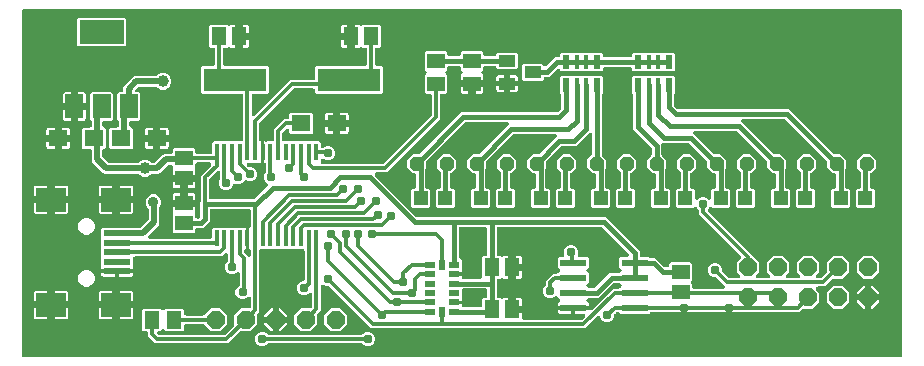
<source format=gbr>
G04 EAGLE Gerber RS-274X export*
G75*
%MOMM*%
%FSLAX34Y34*%
%LPD*%
%INTop Copper*%
%IPPOS*%
%AMOC8*
5,1,8,0,0,1.08239X$1,22.5*%
G01*
%ADD10R,1.300000X1.500000*%
%ADD11R,2.500000X2.000000*%
%ADD12R,2.300000X0.500000*%
%ADD13P,1.319650X8X202.500000*%
%ADD14R,1.500000X2.000000*%
%ADD15R,3.800000X2.000000*%
%ADD16R,1.600000X1.400000*%
%ADD17R,0.900000X0.600000*%
%ADD18R,0.600000X0.900000*%
%ADD19P,1.649562X8X112.500000*%
%ADD20R,0.348000X1.397000*%
%ADD21R,5.334000X1.930400*%
%ADD22R,1.500000X1.300000*%
%ADD23R,0.440000X1.150000*%
%ADD24R,0.630000X1.150000*%
%ADD25R,1.200000X1.200000*%
%ADD26P,1.649562X8X22.500000*%
%ADD27R,2.200000X0.600000*%
%ADD28R,1.400000X1.000000*%
%ADD29C,0.787400*%
%ADD30C,0.508000*%
%ADD31C,0.914400*%
%ADD32C,1.006400*%
%ADD33C,0.304800*%
%ADD34C,0.406400*%

G36*
X745962Y2544D02*
X745962Y2544D01*
X745988Y2542D01*
X746135Y2564D01*
X746282Y2581D01*
X746307Y2589D01*
X746333Y2593D01*
X746471Y2648D01*
X746610Y2698D01*
X746632Y2712D01*
X746657Y2722D01*
X746778Y2807D01*
X746903Y2887D01*
X746921Y2906D01*
X746943Y2921D01*
X747042Y3031D01*
X747145Y3138D01*
X747159Y3160D01*
X747176Y3180D01*
X747248Y3310D01*
X747324Y3437D01*
X747332Y3462D01*
X747345Y3485D01*
X747385Y3628D01*
X747430Y3769D01*
X747432Y3795D01*
X747440Y3820D01*
X747459Y4064D01*
X747459Y295936D01*
X747456Y295962D01*
X747458Y295988D01*
X747436Y296135D01*
X747419Y296282D01*
X747411Y296307D01*
X747407Y296333D01*
X747352Y296471D01*
X747302Y296610D01*
X747288Y296632D01*
X747278Y296657D01*
X747193Y296778D01*
X747113Y296903D01*
X747094Y296921D01*
X747079Y296943D01*
X746969Y297042D01*
X746862Y297145D01*
X746840Y297159D01*
X746820Y297176D01*
X746690Y297248D01*
X746563Y297324D01*
X746538Y297332D01*
X746515Y297345D01*
X746372Y297385D01*
X746231Y297430D01*
X746205Y297432D01*
X746180Y297440D01*
X745936Y297459D01*
X4064Y297459D01*
X4038Y297456D01*
X4012Y297458D01*
X3865Y297436D01*
X3718Y297419D01*
X3693Y297411D01*
X3667Y297407D01*
X3529Y297352D01*
X3390Y297302D01*
X3368Y297288D01*
X3343Y297278D01*
X3222Y297193D01*
X3097Y297113D01*
X3079Y297094D01*
X3057Y297079D01*
X2958Y296969D01*
X2855Y296862D01*
X2841Y296840D01*
X2824Y296820D01*
X2752Y296690D01*
X2676Y296563D01*
X2668Y296538D01*
X2655Y296515D01*
X2615Y296372D01*
X2570Y296231D01*
X2568Y296205D01*
X2560Y296180D01*
X2541Y295936D01*
X2541Y4064D01*
X2544Y4038D01*
X2542Y4012D01*
X2564Y3865D01*
X2581Y3718D01*
X2589Y3693D01*
X2593Y3667D01*
X2648Y3529D01*
X2698Y3390D01*
X2712Y3368D01*
X2722Y3343D01*
X2807Y3222D01*
X2887Y3097D01*
X2906Y3079D01*
X2921Y3057D01*
X3031Y2958D01*
X3138Y2855D01*
X3160Y2841D01*
X3180Y2824D01*
X3310Y2752D01*
X3437Y2676D01*
X3462Y2668D01*
X3485Y2655D01*
X3628Y2615D01*
X3769Y2570D01*
X3795Y2568D01*
X3820Y2560D01*
X4064Y2541D01*
X745936Y2541D01*
X745962Y2544D01*
G37*
%LPC*%
G36*
X115367Y14223D02*
X115367Y14223D01*
X108863Y20727D01*
X108863Y23234D01*
X108860Y23260D01*
X108862Y23286D01*
X108840Y23433D01*
X108823Y23580D01*
X108815Y23605D01*
X108811Y23631D01*
X108756Y23769D01*
X108706Y23908D01*
X108692Y23930D01*
X108682Y23955D01*
X108597Y24076D01*
X108517Y24201D01*
X108498Y24219D01*
X108483Y24241D01*
X108373Y24340D01*
X108266Y24443D01*
X108244Y24457D01*
X108224Y24474D01*
X108094Y24546D01*
X107967Y24622D01*
X107942Y24630D01*
X107919Y24643D01*
X107776Y24683D01*
X107635Y24728D01*
X107609Y24730D01*
X107584Y24738D01*
X107340Y24757D01*
X105078Y24757D01*
X103887Y25948D01*
X103887Y42632D01*
X105078Y43823D01*
X119762Y43823D01*
X120843Y42742D01*
X120863Y42726D01*
X120880Y42706D01*
X121000Y42617D01*
X121116Y42525D01*
X121140Y42514D01*
X121161Y42498D01*
X121297Y42440D01*
X121431Y42376D01*
X121457Y42371D01*
X121481Y42360D01*
X121627Y42334D01*
X121772Y42303D01*
X121798Y42303D01*
X121824Y42299D01*
X121972Y42306D01*
X122120Y42309D01*
X122146Y42315D01*
X122172Y42317D01*
X122314Y42358D01*
X122458Y42394D01*
X122481Y42406D01*
X122507Y42413D01*
X122636Y42486D01*
X122768Y42554D01*
X122788Y42571D01*
X122811Y42583D01*
X122997Y42742D01*
X124078Y43823D01*
X138762Y43823D01*
X139953Y42632D01*
X139953Y39370D01*
X139956Y39344D01*
X139954Y39318D01*
X139976Y39171D01*
X139993Y39024D01*
X140001Y38999D01*
X140005Y38973D01*
X140060Y38835D01*
X140110Y38696D01*
X140124Y38674D01*
X140134Y38649D01*
X140219Y38528D01*
X140299Y38403D01*
X140318Y38385D01*
X140333Y38363D01*
X140443Y38264D01*
X140550Y38161D01*
X140572Y38147D01*
X140592Y38130D01*
X140722Y38058D01*
X140849Y37982D01*
X140874Y37974D01*
X140897Y37961D01*
X141040Y37921D01*
X141181Y37876D01*
X141207Y37874D01*
X141232Y37866D01*
X141476Y37847D01*
X155645Y37847D01*
X155770Y37861D01*
X155897Y37868D01*
X155943Y37881D01*
X155991Y37887D01*
X156110Y37929D01*
X156231Y37964D01*
X156274Y37988D01*
X156319Y38004D01*
X156425Y38073D01*
X156536Y38134D01*
X156582Y38174D01*
X156612Y38193D01*
X156645Y38228D01*
X156722Y38293D01*
X162372Y43943D01*
X170368Y43943D01*
X176023Y38288D01*
X176023Y30292D01*
X170368Y24637D01*
X162372Y24637D01*
X156722Y30287D01*
X156623Y30366D01*
X156529Y30450D01*
X156487Y30474D01*
X156449Y30504D01*
X156335Y30558D01*
X156224Y30619D01*
X156177Y30632D01*
X156134Y30653D01*
X156010Y30679D01*
X155889Y30714D01*
X155828Y30719D01*
X155793Y30726D01*
X155745Y30725D01*
X155645Y30733D01*
X141476Y30733D01*
X141450Y30730D01*
X141424Y30732D01*
X141277Y30710D01*
X141130Y30693D01*
X141105Y30685D01*
X141079Y30681D01*
X140941Y30626D01*
X140802Y30576D01*
X140780Y30562D01*
X140755Y30552D01*
X140634Y30467D01*
X140509Y30387D01*
X140491Y30368D01*
X140469Y30353D01*
X140370Y30243D01*
X140267Y30136D01*
X140253Y30114D01*
X140236Y30094D01*
X140164Y29964D01*
X140088Y29837D01*
X140080Y29812D01*
X140067Y29789D01*
X140027Y29646D01*
X139982Y29505D01*
X139980Y29479D01*
X139972Y29454D01*
X139953Y29210D01*
X139953Y25948D01*
X138762Y24757D01*
X124078Y24757D01*
X122997Y25838D01*
X122977Y25855D01*
X122960Y25874D01*
X122840Y25963D01*
X122724Y26055D01*
X122700Y26066D01*
X122679Y26082D01*
X122543Y26140D01*
X122409Y26204D01*
X122383Y26209D01*
X122359Y26220D01*
X122213Y26246D01*
X122068Y26277D01*
X122042Y26277D01*
X122016Y26281D01*
X121868Y26274D01*
X121720Y26271D01*
X121694Y26265D01*
X121668Y26263D01*
X121526Y26222D01*
X121382Y26186D01*
X121359Y26174D01*
X121333Y26167D01*
X121204Y26094D01*
X121072Y26026D01*
X121052Y26010D01*
X121029Y25997D01*
X120843Y25838D01*
X119762Y24757D01*
X118570Y24757D01*
X118470Y24746D01*
X118370Y24744D01*
X118298Y24726D01*
X118224Y24717D01*
X118129Y24684D01*
X118032Y24659D01*
X117966Y24625D01*
X117896Y24600D01*
X117811Y24545D01*
X117722Y24499D01*
X117666Y24451D01*
X117603Y24411D01*
X117533Y24339D01*
X117457Y24274D01*
X117413Y24214D01*
X117361Y24160D01*
X117309Y24074D01*
X117250Y23993D01*
X117220Y23925D01*
X117182Y23861D01*
X117151Y23766D01*
X117112Y23673D01*
X117098Y23600D01*
X117076Y23529D01*
X117068Y23429D01*
X117050Y23330D01*
X117054Y23256D01*
X117048Y23182D01*
X117063Y23083D01*
X117068Y22982D01*
X117088Y22911D01*
X117099Y22837D01*
X117137Y22744D01*
X117164Y22647D01*
X117201Y22582D01*
X117228Y22513D01*
X117286Y22431D01*
X117335Y22343D01*
X117400Y22267D01*
X117427Y22227D01*
X117454Y22203D01*
X117493Y22157D01*
X117867Y21783D01*
X117966Y21704D01*
X118060Y21620D01*
X118102Y21596D01*
X118140Y21566D01*
X118254Y21512D01*
X118365Y21451D01*
X118412Y21438D01*
X118455Y21417D01*
X118579Y21391D01*
X118700Y21356D01*
X118761Y21351D01*
X118796Y21344D01*
X118844Y21345D01*
X118944Y21337D01*
X173156Y21337D01*
X173281Y21351D01*
X173408Y21358D01*
X173454Y21371D01*
X173502Y21377D01*
X173621Y21419D01*
X173742Y21454D01*
X173785Y21478D01*
X173830Y21494D01*
X173936Y21563D01*
X174047Y21624D01*
X174093Y21664D01*
X174123Y21683D01*
X174156Y21718D01*
X174233Y21783D01*
X181671Y29221D01*
X181750Y29320D01*
X181834Y29414D01*
X181858Y29456D01*
X181888Y29494D01*
X181942Y29608D01*
X182003Y29719D01*
X182016Y29766D01*
X182037Y29809D01*
X182063Y29933D01*
X182098Y30054D01*
X182103Y30115D01*
X182110Y30150D01*
X182109Y30198D01*
X182117Y30298D01*
X182117Y38288D01*
X187772Y43943D01*
X194720Y43943D01*
X194746Y43946D01*
X194772Y43944D01*
X194919Y43966D01*
X195066Y43983D01*
X195091Y43991D01*
X195117Y43995D01*
X195255Y44050D01*
X195394Y44100D01*
X195416Y44114D01*
X195441Y44124D01*
X195562Y44209D01*
X195687Y44289D01*
X195705Y44308D01*
X195727Y44323D01*
X195826Y44433D01*
X195929Y44540D01*
X195943Y44562D01*
X195960Y44582D01*
X196032Y44712D01*
X196108Y44839D01*
X196116Y44864D01*
X196129Y44887D01*
X196169Y45030D01*
X196214Y45171D01*
X196216Y45197D01*
X196224Y45222D01*
X196243Y45466D01*
X196243Y52551D01*
X196232Y52651D01*
X196230Y52752D01*
X196212Y52824D01*
X196203Y52898D01*
X196169Y52992D01*
X196145Y53090D01*
X196111Y53156D01*
X196086Y53226D01*
X196031Y53310D01*
X195985Y53399D01*
X195937Y53456D01*
X195897Y53518D01*
X195825Y53588D01*
X195760Y53665D01*
X195700Y53709D01*
X195646Y53761D01*
X195560Y53812D01*
X195479Y53872D01*
X195411Y53901D01*
X195347Y53940D01*
X195251Y53970D01*
X195159Y54010D01*
X195086Y54023D01*
X195015Y54046D01*
X194915Y54054D01*
X194816Y54072D01*
X194742Y54068D01*
X194668Y54074D01*
X194568Y54059D01*
X194468Y54054D01*
X194397Y54033D01*
X194323Y54022D01*
X194230Y53985D01*
X194133Y53957D01*
X194068Y53921D01*
X193999Y53893D01*
X193917Y53836D01*
X193829Y53787D01*
X193753Y53722D01*
X193713Y53694D01*
X193689Y53668D01*
X193643Y53628D01*
X192612Y52597D01*
X190417Y51688D01*
X188043Y51688D01*
X185848Y52597D01*
X184169Y54276D01*
X183260Y56471D01*
X183260Y58845D01*
X184169Y61040D01*
X185848Y62719D01*
X186003Y62783D01*
X186070Y62820D01*
X186141Y62848D01*
X186221Y62904D01*
X186308Y62952D01*
X186364Y63004D01*
X186427Y63047D01*
X186493Y63120D01*
X186566Y63186D01*
X186609Y63249D01*
X186660Y63306D01*
X186708Y63392D01*
X186764Y63473D01*
X186792Y63544D01*
X186829Y63611D01*
X186856Y63706D01*
X186892Y63797D01*
X186903Y63873D01*
X186924Y63946D01*
X186936Y64095D01*
X186943Y64142D01*
X186941Y64161D01*
X186943Y64190D01*
X186943Y73223D01*
X186932Y73323D01*
X186930Y73424D01*
X186912Y73496D01*
X186903Y73570D01*
X186870Y73664D01*
X186845Y73762D01*
X186811Y73828D01*
X186786Y73898D01*
X186731Y73982D01*
X186685Y74071D01*
X186637Y74128D01*
X186597Y74190D01*
X186525Y74260D01*
X186460Y74337D01*
X186400Y74381D01*
X186346Y74433D01*
X186260Y74484D01*
X186179Y74544D01*
X186111Y74573D01*
X186047Y74612D01*
X185952Y74642D01*
X185859Y74682D01*
X185786Y74695D01*
X185715Y74718D01*
X185615Y74726D01*
X185516Y74744D01*
X185442Y74740D01*
X185368Y74746D01*
X185268Y74731D01*
X185168Y74726D01*
X185097Y74705D01*
X185023Y74694D01*
X184930Y74657D01*
X184833Y74629D01*
X184768Y74593D01*
X184699Y74565D01*
X184617Y74508D01*
X184529Y74459D01*
X184453Y74394D01*
X184413Y74366D01*
X184389Y74340D01*
X184343Y74300D01*
X183722Y73679D01*
X181527Y72770D01*
X179153Y72770D01*
X176958Y73679D01*
X175279Y75358D01*
X174370Y77553D01*
X174370Y79927D01*
X175279Y82122D01*
X176297Y83140D01*
X176376Y83239D01*
X176460Y83332D01*
X176484Y83375D01*
X176514Y83413D01*
X176568Y83527D01*
X176629Y83638D01*
X176642Y83684D01*
X176663Y83728D01*
X176689Y83851D01*
X176724Y83973D01*
X176729Y84034D01*
X176736Y84068D01*
X176735Y84116D01*
X176743Y84217D01*
X176743Y89296D01*
X176732Y89396D01*
X176730Y89496D01*
X176712Y89568D01*
X176703Y89642D01*
X176670Y89737D01*
X176645Y89834D01*
X176611Y89900D01*
X176586Y89970D01*
X176531Y90055D01*
X176485Y90144D01*
X176437Y90201D01*
X176397Y90263D01*
X176325Y90333D01*
X176260Y90409D01*
X176200Y90453D01*
X176146Y90505D01*
X176060Y90557D01*
X175979Y90616D01*
X175911Y90646D01*
X175847Y90684D01*
X175751Y90715D01*
X175659Y90754D01*
X175586Y90768D01*
X175515Y90790D01*
X175415Y90798D01*
X175316Y90816D01*
X175242Y90812D01*
X175168Y90818D01*
X175068Y90803D01*
X174968Y90798D01*
X174897Y90778D01*
X174823Y90767D01*
X174730Y90729D01*
X174633Y90702D01*
X174568Y90665D01*
X174499Y90638D01*
X174417Y90581D01*
X174329Y90531D01*
X174253Y90466D01*
X174213Y90439D01*
X174189Y90412D01*
X174143Y90373D01*
X171653Y87883D01*
X98206Y87883D01*
X98180Y87880D01*
X98154Y87882D01*
X98007Y87860D01*
X97860Y87843D01*
X97835Y87835D01*
X97809Y87831D01*
X97671Y87776D01*
X97532Y87726D01*
X97510Y87712D01*
X97485Y87702D01*
X97364Y87617D01*
X97239Y87537D01*
X97221Y87518D01*
X97199Y87503D01*
X97100Y87393D01*
X96997Y87286D01*
X96983Y87264D01*
X96966Y87244D01*
X96894Y87114D01*
X96818Y86987D01*
X96810Y86962D01*
X96797Y86939D01*
X96757Y86796D01*
X96712Y86655D01*
X96710Y86629D01*
X96702Y86604D01*
X96683Y86360D01*
X96683Y80035D01*
X96624Y79911D01*
X96555Y79776D01*
X96550Y79754D01*
X96540Y79732D01*
X96508Y79585D01*
X96471Y79438D01*
X96471Y79415D01*
X96466Y79392D01*
X96469Y79241D01*
X96467Y79090D01*
X96472Y79062D01*
X96472Y79043D01*
X96484Y78998D01*
X96511Y78849D01*
X96683Y78208D01*
X96683Y76963D01*
X83150Y76963D01*
X69617Y76963D01*
X69617Y78208D01*
X69789Y78849D01*
X69811Y78998D01*
X69838Y79147D01*
X69837Y79171D01*
X69840Y79194D01*
X69828Y79344D01*
X69820Y79495D01*
X69814Y79518D01*
X69812Y79541D01*
X69765Y79685D01*
X69723Y79830D01*
X69712Y79851D01*
X69705Y79873D01*
X69627Y80003D01*
X69617Y80020D01*
X69617Y87200D01*
X69637Y87292D01*
X69637Y87318D01*
X69641Y87345D01*
X69634Y87493D01*
X69631Y87640D01*
X69625Y87666D01*
X69623Y87693D01*
X69617Y87713D01*
X69617Y95199D01*
X69637Y95291D01*
X69637Y95317D01*
X69641Y95344D01*
X69634Y95491D01*
X69631Y95639D01*
X69625Y95665D01*
X69623Y95692D01*
X69617Y95713D01*
X69617Y103199D01*
X69637Y103291D01*
X69637Y103317D01*
X69641Y103344D01*
X69634Y103491D01*
X69631Y103639D01*
X69625Y103665D01*
X69623Y103692D01*
X69617Y103713D01*
X69617Y110782D01*
X70808Y111973D01*
X81841Y111973D01*
X81843Y111973D01*
X81845Y111973D01*
X82018Y111993D01*
X82187Y112013D01*
X102375Y112013D01*
X102501Y112027D01*
X102627Y112034D01*
X102673Y112047D01*
X102721Y112053D01*
X102840Y112095D01*
X102962Y112130D01*
X103004Y112154D01*
X103049Y112170D01*
X103156Y112239D01*
X103266Y112300D01*
X103312Y112340D01*
X103342Y112359D01*
X103376Y112394D01*
X103452Y112459D01*
X109281Y118288D01*
X109360Y118387D01*
X109444Y118481D01*
X109468Y118523D01*
X109498Y118561D01*
X109552Y118675D01*
X109613Y118786D01*
X109626Y118832D01*
X109647Y118876D01*
X109673Y118999D01*
X109708Y119121D01*
X109713Y119182D01*
X109720Y119217D01*
X109719Y119265D01*
X109727Y119365D01*
X109727Y127951D01*
X109713Y128077D01*
X109706Y128203D01*
X109693Y128249D01*
X109687Y128297D01*
X109645Y128416D01*
X109610Y128538D01*
X109586Y128580D01*
X109570Y128626D01*
X109501Y128732D01*
X109440Y128842D01*
X109400Y128888D01*
X109381Y128918D01*
X109346Y128952D01*
X109281Y129028D01*
X108193Y130117D01*
X107187Y132544D01*
X107187Y135172D01*
X108193Y137599D01*
X110051Y139457D01*
X112478Y140463D01*
X115106Y140463D01*
X117533Y139457D01*
X119391Y137599D01*
X120397Y135172D01*
X120397Y132544D01*
X119391Y130117D01*
X119319Y130044D01*
X119256Y129965D01*
X119190Y129897D01*
X119177Y129875D01*
X119156Y129851D01*
X119132Y129809D01*
X119102Y129771D01*
X119054Y129670D01*
X119011Y129598D01*
X119005Y129579D01*
X118987Y129546D01*
X118974Y129500D01*
X118953Y129456D01*
X118928Y129337D01*
X118905Y129266D01*
X118904Y129251D01*
X118892Y129211D01*
X118887Y129150D01*
X118880Y129116D01*
X118881Y129068D01*
X118873Y128967D01*
X118873Y115930D01*
X118177Y114250D01*
X116676Y112749D01*
X109524Y105597D01*
X109462Y105519D01*
X109392Y105446D01*
X109353Y105382D01*
X109307Y105324D01*
X109264Y105233D01*
X109213Y105147D01*
X109190Y105076D01*
X109158Y105009D01*
X109137Y104911D01*
X109107Y104815D01*
X109101Y104741D01*
X109085Y104668D01*
X109087Y104568D01*
X109079Y104468D01*
X109090Y104394D01*
X109091Y104320D01*
X109115Y104223D01*
X109130Y104123D01*
X109158Y104054D01*
X109176Y103982D01*
X109222Y103892D01*
X109259Y103799D01*
X109301Y103738D01*
X109336Y103672D01*
X109401Y103595D01*
X109458Y103513D01*
X109513Y103463D01*
X109561Y103407D01*
X109642Y103347D01*
X109717Y103280D01*
X109782Y103244D01*
X109842Y103199D01*
X109934Y103160D01*
X110022Y103111D01*
X110093Y103091D01*
X110162Y103061D01*
X110260Y103044D01*
X110357Y103016D01*
X110457Y103008D01*
X110505Y103000D01*
X110540Y103002D01*
X110601Y102997D01*
X162004Y102997D01*
X162030Y103000D01*
X162056Y102998D01*
X162203Y103020D01*
X162350Y103037D01*
X162375Y103045D01*
X162401Y103049D01*
X162539Y103104D01*
X162678Y103154D01*
X162700Y103168D01*
X162725Y103178D01*
X162846Y103263D01*
X162971Y103343D01*
X162989Y103362D01*
X163011Y103377D01*
X163110Y103487D01*
X163213Y103594D01*
X163227Y103616D01*
X163244Y103636D01*
X163316Y103765D01*
X163392Y103893D01*
X163400Y103918D01*
X163413Y103941D01*
X163453Y104084D01*
X163498Y104225D01*
X163500Y104251D01*
X163508Y104276D01*
X163527Y104520D01*
X163527Y110967D01*
X164718Y112158D01*
X170263Y112158D01*
X170402Y112128D01*
X170428Y112128D01*
X170454Y112124D01*
X170603Y112131D01*
X170750Y112134D01*
X170776Y112140D01*
X170802Y112142D01*
X170858Y112158D01*
X176763Y112158D01*
X176902Y112128D01*
X176928Y112128D01*
X176954Y112124D01*
X177103Y112131D01*
X177250Y112134D01*
X177276Y112140D01*
X177302Y112142D01*
X177358Y112158D01*
X183263Y112158D01*
X183402Y112128D01*
X183428Y112128D01*
X183454Y112124D01*
X183603Y112131D01*
X183750Y112134D01*
X183776Y112140D01*
X183802Y112142D01*
X183858Y112158D01*
X189440Y112158D01*
X189573Y112095D01*
X189708Y112026D01*
X189731Y112020D01*
X189752Y112010D01*
X189900Y111979D01*
X190046Y111942D01*
X190070Y111942D01*
X190093Y111937D01*
X190244Y111940D01*
X190395Y111937D01*
X190422Y111943D01*
X190441Y111943D01*
X190486Y111954D01*
X190635Y111982D01*
X191292Y112158D01*
X191777Y112158D01*
X191777Y103140D01*
X191777Y94094D01*
X191678Y94082D01*
X191653Y94074D01*
X191627Y94070D01*
X191489Y94015D01*
X191350Y93965D01*
X191328Y93951D01*
X191303Y93941D01*
X191182Y93856D01*
X191057Y93776D01*
X191039Y93757D01*
X191017Y93742D01*
X190918Y93632D01*
X190815Y93525D01*
X190801Y93503D01*
X190784Y93483D01*
X190712Y93353D01*
X190636Y93226D01*
X190628Y93201D01*
X190615Y93178D01*
X190575Y93036D01*
X190530Y92894D01*
X190528Y92868D01*
X190520Y92843D01*
X190501Y92599D01*
X190501Y92020D01*
X190515Y91895D01*
X190522Y91768D01*
X190535Y91722D01*
X190541Y91674D01*
X190583Y91555D01*
X190618Y91434D01*
X190642Y91391D01*
X190658Y91346D01*
X190727Y91240D01*
X190788Y91129D01*
X190828Y91083D01*
X190847Y91053D01*
X190882Y91020D01*
X190947Y90943D01*
X191527Y90363D01*
X193643Y88247D01*
X193721Y88185D01*
X193794Y88115D01*
X193858Y88077D01*
X193916Y88030D01*
X194007Y87988D01*
X194093Y87936D01*
X194164Y87913D01*
X194231Y87882D01*
X194329Y87860D01*
X194425Y87830D01*
X194499Y87824D01*
X194572Y87808D01*
X194672Y87810D01*
X194772Y87802D01*
X194846Y87813D01*
X194920Y87814D01*
X195017Y87839D01*
X195117Y87853D01*
X195186Y87881D01*
X195258Y87899D01*
X195347Y87945D01*
X195441Y87982D01*
X195502Y88025D01*
X195568Y88059D01*
X195644Y88124D01*
X195727Y88181D01*
X195777Y88236D01*
X195833Y88285D01*
X195893Y88365D01*
X195960Y88440D01*
X195996Y88505D01*
X196041Y88565D01*
X196080Y88657D01*
X196129Y88745D01*
X196149Y88817D01*
X196179Y88885D01*
X196196Y88984D01*
X196224Y89080D01*
X196232Y89180D01*
X196240Y89228D01*
X196238Y89264D01*
X196243Y89324D01*
X196243Y92599D01*
X196240Y92625D01*
X196242Y92651D01*
X196220Y92798D01*
X196203Y92945D01*
X196195Y92970D01*
X196191Y92996D01*
X196136Y93134D01*
X196086Y93273D01*
X196072Y93295D01*
X196062Y93320D01*
X195977Y93441D01*
X195897Y93566D01*
X195878Y93584D01*
X195863Y93606D01*
X195753Y93705D01*
X195646Y93808D01*
X195624Y93822D01*
X195604Y93839D01*
X195474Y93911D01*
X195347Y93987D01*
X195322Y93995D01*
X195299Y94008D01*
X195156Y94048D01*
X195015Y94093D01*
X194989Y94095D01*
X194964Y94103D01*
X194823Y94114D01*
X194823Y103140D01*
X194823Y112166D01*
X194919Y112181D01*
X195066Y112198D01*
X195091Y112206D01*
X195117Y112210D01*
X195255Y112265D01*
X195394Y112315D01*
X195416Y112329D01*
X195441Y112339D01*
X195562Y112424D01*
X195687Y112504D01*
X195705Y112523D01*
X195727Y112538D01*
X195826Y112648D01*
X195929Y112755D01*
X195943Y112777D01*
X195960Y112797D01*
X196032Y112927D01*
X196108Y113054D01*
X196116Y113079D01*
X196129Y113102D01*
X196169Y113245D01*
X196214Y113386D01*
X196216Y113412D01*
X196224Y113437D01*
X196243Y113681D01*
X196243Y126492D01*
X196240Y126518D01*
X196242Y126544D01*
X196220Y126691D01*
X196203Y126838D01*
X196195Y126863D01*
X196191Y126889D01*
X196136Y127027D01*
X196086Y127166D01*
X196072Y127188D01*
X196062Y127213D01*
X195977Y127334D01*
X195897Y127459D01*
X195878Y127477D01*
X195863Y127499D01*
X195753Y127598D01*
X195646Y127701D01*
X195624Y127715D01*
X195604Y127732D01*
X195474Y127804D01*
X195347Y127880D01*
X195322Y127888D01*
X195299Y127901D01*
X195156Y127941D01*
X195015Y127986D01*
X194989Y127988D01*
X194964Y127996D01*
X194720Y128015D01*
X163068Y128015D01*
X163042Y128012D01*
X163016Y128014D01*
X162869Y127992D01*
X162722Y127975D01*
X162697Y127967D01*
X162671Y127963D01*
X162533Y127908D01*
X162394Y127858D01*
X162372Y127844D01*
X162347Y127834D01*
X162226Y127749D01*
X162101Y127669D01*
X162083Y127650D01*
X162061Y127635D01*
X161962Y127525D01*
X161859Y127418D01*
X161845Y127396D01*
X161828Y127376D01*
X161756Y127246D01*
X161680Y127119D01*
X161672Y127094D01*
X161659Y127071D01*
X161619Y126928D01*
X161574Y126787D01*
X161572Y126761D01*
X161564Y126736D01*
X161545Y126492D01*
X161545Y117696D01*
X155744Y111895D01*
X150756Y111895D01*
X150730Y111892D01*
X150704Y111894D01*
X150557Y111872D01*
X150410Y111855D01*
X150385Y111847D01*
X150359Y111843D01*
X150221Y111788D01*
X150082Y111738D01*
X150060Y111724D01*
X150035Y111714D01*
X149914Y111629D01*
X149789Y111549D01*
X149771Y111530D01*
X149749Y111515D01*
X149650Y111405D01*
X149547Y111298D01*
X149533Y111276D01*
X149516Y111256D01*
X149444Y111126D01*
X149368Y110999D01*
X149360Y110974D01*
X149347Y110951D01*
X149307Y110808D01*
X149262Y110667D01*
X149260Y110641D01*
X149252Y110616D01*
X149233Y110372D01*
X149233Y108618D01*
X148042Y107427D01*
X131358Y107427D01*
X130167Y108618D01*
X130167Y123302D01*
X130297Y123432D01*
X130298Y123433D01*
X130299Y123434D01*
X130405Y123568D01*
X130514Y123705D01*
X130515Y123706D01*
X130515Y123707D01*
X130589Y123864D01*
X130663Y124020D01*
X130663Y124022D01*
X130664Y124023D01*
X130699Y124186D01*
X130736Y124361D01*
X130736Y124362D01*
X130737Y124364D01*
X130733Y124538D01*
X130730Y124709D01*
X130730Y124711D01*
X130730Y124712D01*
X130686Y124885D01*
X130645Y125047D01*
X130645Y125049D01*
X130644Y125050D01*
X130539Y125271D01*
X130306Y125675D01*
X130167Y126192D01*
X130167Y129913D01*
X138176Y129913D01*
X138202Y129916D01*
X138228Y129914D01*
X138375Y129936D01*
X138522Y129953D01*
X138547Y129961D01*
X138573Y129965D01*
X138711Y130020D01*
X138850Y130070D01*
X138872Y130084D01*
X138897Y130094D01*
X139018Y130179D01*
X139143Y130259D01*
X139161Y130278D01*
X139183Y130293D01*
X139282Y130403D01*
X139385Y130510D01*
X139399Y130532D01*
X139416Y130552D01*
X139488Y130682D01*
X139564Y130809D01*
X139572Y130834D01*
X139585Y130857D01*
X139625Y131000D01*
X139670Y131141D01*
X139672Y131167D01*
X139680Y131192D01*
X139699Y131436D01*
X139699Y132961D01*
X139701Y132961D01*
X139701Y131436D01*
X139704Y131410D01*
X139702Y131384D01*
X139724Y131237D01*
X139741Y131090D01*
X139750Y131065D01*
X139753Y131039D01*
X139808Y130901D01*
X139858Y130762D01*
X139872Y130740D01*
X139882Y130715D01*
X139967Y130594D01*
X140047Y130469D01*
X140066Y130451D01*
X140081Y130429D01*
X140191Y130330D01*
X140298Y130227D01*
X140320Y130213D01*
X140340Y130196D01*
X140470Y130124D01*
X140597Y130048D01*
X140622Y130040D01*
X140645Y130027D01*
X140788Y129987D01*
X140929Y129942D01*
X140955Y129940D01*
X140980Y129932D01*
X141224Y129913D01*
X149233Y129913D01*
X149233Y126192D01*
X149094Y125675D01*
X148861Y125271D01*
X148860Y125270D01*
X148859Y125268D01*
X148793Y125114D01*
X148722Y124951D01*
X148722Y124950D01*
X148721Y124948D01*
X148691Y124781D01*
X148660Y124608D01*
X148660Y124607D01*
X148660Y124605D01*
X148668Y124434D01*
X148677Y124260D01*
X148677Y124259D01*
X148677Y124257D01*
X148724Y124097D01*
X148773Y123925D01*
X148774Y123924D01*
X148774Y123923D01*
X148860Y123770D01*
X148943Y123621D01*
X148944Y123620D01*
X148944Y123618D01*
X149103Y123432D01*
X149233Y123302D01*
X149233Y121548D01*
X149236Y121522D01*
X149234Y121496D01*
X149256Y121349D01*
X149273Y121202D01*
X149281Y121177D01*
X149285Y121151D01*
X149340Y121013D01*
X149390Y120874D01*
X149404Y120852D01*
X149414Y120827D01*
X149499Y120706D01*
X149579Y120581D01*
X149598Y120563D01*
X149613Y120541D01*
X149723Y120442D01*
X149830Y120339D01*
X149852Y120325D01*
X149872Y120308D01*
X150002Y120236D01*
X150129Y120160D01*
X150154Y120152D01*
X150177Y120139D01*
X150320Y120099D01*
X150461Y120054D01*
X150487Y120052D01*
X150512Y120044D01*
X150756Y120025D01*
X151745Y120025D01*
X151871Y120039D01*
X151997Y120046D01*
X152044Y120059D01*
X152092Y120065D01*
X152211Y120107D01*
X152332Y120142D01*
X152374Y120166D01*
X152420Y120182D01*
X152526Y120251D01*
X152636Y120312D01*
X152682Y120352D01*
X152712Y120371D01*
X152746Y120406D01*
X152822Y120471D01*
X152969Y120618D01*
X153048Y120717D01*
X153132Y120810D01*
X153156Y120853D01*
X153186Y120891D01*
X153240Y121005D01*
X153301Y121115D01*
X153314Y121162D01*
X153335Y121206D01*
X153361Y121329D01*
X153396Y121451D01*
X153401Y121512D01*
X153408Y121546D01*
X153407Y121594D01*
X153415Y121695D01*
X153415Y133764D01*
X153477Y133826D01*
X153556Y133925D01*
X153640Y134018D01*
X153664Y134061D01*
X153694Y134099D01*
X153748Y134213D01*
X153809Y134323D01*
X153822Y134370D01*
X153843Y134414D01*
X153869Y134537D01*
X153904Y134659D01*
X153909Y134720D01*
X153916Y134754D01*
X153915Y134802D01*
X153923Y134903D01*
X153923Y156413D01*
X156453Y158943D01*
X162413Y164903D01*
X162475Y164981D01*
X162545Y165054D01*
X162583Y165118D01*
X162630Y165176D01*
X162672Y165267D01*
X162724Y165353D01*
X162747Y165424D01*
X162778Y165491D01*
X162800Y165589D01*
X162830Y165685D01*
X162836Y165759D01*
X162852Y165832D01*
X162850Y165932D01*
X162858Y166032D01*
X162847Y166106D01*
X162846Y166180D01*
X162821Y166277D01*
X162807Y166377D01*
X162779Y166446D01*
X162761Y166518D01*
X162715Y166608D01*
X162678Y166701D01*
X162635Y166762D01*
X162601Y166828D01*
X162536Y166905D01*
X162479Y166987D01*
X162424Y167037D01*
X162375Y167093D01*
X162295Y167153D01*
X162220Y167220D01*
X162155Y167256D01*
X162095Y167301D01*
X162003Y167340D01*
X161915Y167389D01*
X161843Y167409D01*
X161775Y167439D01*
X161676Y167456D01*
X161580Y167484D01*
X161480Y167492D01*
X161432Y167500D01*
X161396Y167498D01*
X161336Y167503D01*
X150756Y167503D01*
X150730Y167500D01*
X150704Y167502D01*
X150557Y167480D01*
X150410Y167463D01*
X150385Y167455D01*
X150359Y167451D01*
X150221Y167396D01*
X150082Y167346D01*
X150060Y167332D01*
X150035Y167322D01*
X149914Y167237D01*
X149789Y167157D01*
X149771Y167138D01*
X149749Y167123D01*
X149650Y167013D01*
X149547Y166906D01*
X149533Y166884D01*
X149516Y166864D01*
X149444Y166734D01*
X149368Y166607D01*
X149360Y166582D01*
X149347Y166559D01*
X149307Y166416D01*
X149262Y166275D01*
X149260Y166249D01*
X149252Y166224D01*
X149233Y165980D01*
X149233Y163718D01*
X149103Y163588D01*
X149102Y163587D01*
X149101Y163586D01*
X148991Y163448D01*
X148886Y163315D01*
X148885Y163314D01*
X148885Y163313D01*
X148811Y163156D01*
X148737Y163000D01*
X148737Y162998D01*
X148736Y162997D01*
X148697Y162811D01*
X148664Y162659D01*
X148664Y162658D01*
X148663Y162656D01*
X148667Y162468D01*
X148670Y162311D01*
X148670Y162309D01*
X148670Y162308D01*
X148714Y162135D01*
X148725Y162092D01*
X148726Y162085D01*
X148728Y162080D01*
X148755Y161973D01*
X148755Y161971D01*
X148756Y161970D01*
X148852Y161766D01*
X148854Y161761D01*
X148856Y161759D01*
X148861Y161749D01*
X149094Y161345D01*
X149233Y160828D01*
X149233Y157107D01*
X141224Y157107D01*
X141198Y157104D01*
X141172Y157106D01*
X141025Y157084D01*
X140878Y157067D01*
X140853Y157058D01*
X140827Y157055D01*
X140689Y157000D01*
X140550Y156950D01*
X140528Y156936D01*
X140503Y156926D01*
X140382Y156841D01*
X140257Y156761D01*
X140239Y156742D01*
X140217Y156727D01*
X140118Y156617D01*
X140015Y156510D01*
X140001Y156488D01*
X139984Y156468D01*
X139912Y156338D01*
X139836Y156211D01*
X139828Y156186D01*
X139815Y156163D01*
X139775Y156020D01*
X139730Y155879D01*
X139728Y155853D01*
X139720Y155828D01*
X139701Y155584D01*
X139701Y154059D01*
X139699Y154059D01*
X139699Y155584D01*
X139696Y155610D01*
X139698Y155636D01*
X139676Y155783D01*
X139659Y155930D01*
X139650Y155955D01*
X139647Y155981D01*
X139592Y156119D01*
X139542Y156258D01*
X139528Y156280D01*
X139518Y156305D01*
X139433Y156426D01*
X139353Y156551D01*
X139334Y156569D01*
X139319Y156591D01*
X139209Y156690D01*
X139102Y156793D01*
X139080Y156807D01*
X139060Y156824D01*
X138930Y156896D01*
X138803Y156972D01*
X138778Y156980D01*
X138755Y156993D01*
X138612Y157033D01*
X138471Y157078D01*
X138445Y157080D01*
X138420Y157088D01*
X138176Y157107D01*
X130167Y157107D01*
X130167Y160828D01*
X130306Y161345D01*
X130539Y161749D01*
X130540Y161750D01*
X130541Y161752D01*
X130569Y161816D01*
X130592Y161855D01*
X130610Y161913D01*
X130678Y162069D01*
X130678Y162070D01*
X130679Y162072D01*
X130709Y162237D01*
X130740Y162412D01*
X130740Y162413D01*
X130740Y162415D01*
X130732Y162586D01*
X130723Y162760D01*
X130723Y162761D01*
X130723Y162763D01*
X130677Y162921D01*
X130627Y163095D01*
X130626Y163096D01*
X130626Y163097D01*
X130544Y163244D01*
X130457Y163399D01*
X130456Y163400D01*
X130456Y163402D01*
X130297Y163588D01*
X130167Y163718D01*
X130167Y164084D01*
X130164Y164110D01*
X130166Y164136D01*
X130144Y164283D01*
X130127Y164430D01*
X130119Y164455D01*
X130115Y164481D01*
X130060Y164619D01*
X130010Y164758D01*
X129996Y164780D01*
X129986Y164805D01*
X129901Y164926D01*
X129821Y165051D01*
X129802Y165069D01*
X129787Y165091D01*
X129677Y165190D01*
X129570Y165293D01*
X129548Y165307D01*
X129528Y165324D01*
X129398Y165396D01*
X129271Y165472D01*
X129246Y165480D01*
X129223Y165493D01*
X129080Y165533D01*
X128939Y165578D01*
X128913Y165580D01*
X128888Y165588D01*
X128644Y165607D01*
X126985Y165607D01*
X126859Y165593D01*
X126733Y165586D01*
X126687Y165573D01*
X126639Y165567D01*
X126520Y165525D01*
X126398Y165490D01*
X126356Y165466D01*
X126311Y165450D01*
X126204Y165381D01*
X126094Y165320D01*
X126048Y165280D01*
X126018Y165261D01*
X125984Y165226D01*
X125908Y165161D01*
X119430Y158683D01*
X117750Y157987D01*
X112729Y157987D01*
X112604Y157973D01*
X112477Y157966D01*
X112431Y157953D01*
X112383Y157947D01*
X112264Y157905D01*
X112143Y157870D01*
X112100Y157846D01*
X112055Y157830D01*
X111949Y157761D01*
X111838Y157700D01*
X111792Y157660D01*
X111762Y157641D01*
X111729Y157606D01*
X111652Y157541D01*
X110682Y156571D01*
X108085Y155495D01*
X105275Y155495D01*
X102678Y156571D01*
X101708Y157541D01*
X101609Y157620D01*
X101515Y157704D01*
X101473Y157728D01*
X101435Y157758D01*
X101321Y157812D01*
X101210Y157873D01*
X101163Y157886D01*
X101120Y157907D01*
X100996Y157933D01*
X100875Y157968D01*
X100814Y157973D01*
X100779Y157980D01*
X100731Y157979D01*
X100631Y157987D01*
X72750Y157987D01*
X71070Y158683D01*
X62163Y167590D01*
X61467Y169270D01*
X61467Y177404D01*
X61464Y177430D01*
X61466Y177456D01*
X61444Y177603D01*
X61427Y177750D01*
X61419Y177775D01*
X61415Y177801D01*
X61360Y177939D01*
X61310Y178078D01*
X61296Y178100D01*
X61286Y178125D01*
X61201Y178246D01*
X61121Y178371D01*
X61102Y178389D01*
X61087Y178411D01*
X60977Y178510D01*
X60870Y178613D01*
X60848Y178627D01*
X60828Y178644D01*
X60698Y178716D01*
X60571Y178792D01*
X60546Y178800D01*
X60523Y178813D01*
X60380Y178853D01*
X60239Y178898D01*
X60213Y178900D01*
X60188Y178908D01*
X59944Y178927D01*
X54418Y178927D01*
X53227Y180118D01*
X53227Y195802D01*
X54418Y196993D01*
X59944Y196993D01*
X59970Y196996D01*
X59996Y196994D01*
X60143Y197016D01*
X60290Y197033D01*
X60315Y197041D01*
X60341Y197045D01*
X60479Y197100D01*
X60618Y197150D01*
X60640Y197164D01*
X60665Y197174D01*
X60786Y197259D01*
X60911Y197339D01*
X60929Y197358D01*
X60951Y197373D01*
X61050Y197483D01*
X61153Y197590D01*
X61167Y197612D01*
X61184Y197632D01*
X61256Y197762D01*
X61332Y197889D01*
X61340Y197914D01*
X61353Y197937D01*
X61393Y198080D01*
X61438Y198221D01*
X61440Y198247D01*
X61448Y198272D01*
X61467Y198516D01*
X61467Y202257D01*
X61453Y202383D01*
X61446Y202509D01*
X61433Y202555D01*
X61427Y202603D01*
X61385Y202722D01*
X61350Y202844D01*
X61326Y202886D01*
X61310Y202931D01*
X61241Y203037D01*
X61180Y203148D01*
X61140Y203194D01*
X61121Y203224D01*
X61086Y203258D01*
X61021Y203334D01*
X60317Y204038D01*
X60317Y225722D01*
X61508Y226913D01*
X78192Y226913D01*
X79383Y225722D01*
X79383Y204038D01*
X78192Y202847D01*
X72136Y202847D01*
X72110Y202844D01*
X72084Y202846D01*
X71937Y202824D01*
X71790Y202807D01*
X71765Y202799D01*
X71739Y202795D01*
X71601Y202740D01*
X71462Y202690D01*
X71440Y202676D01*
X71415Y202666D01*
X71294Y202581D01*
X71169Y202501D01*
X71151Y202482D01*
X71129Y202467D01*
X71030Y202357D01*
X70927Y202250D01*
X70913Y202228D01*
X70896Y202208D01*
X70824Y202078D01*
X70748Y201951D01*
X70740Y201926D01*
X70727Y201903D01*
X70687Y201760D01*
X70642Y201619D01*
X70640Y201593D01*
X70632Y201568D01*
X70613Y201324D01*
X70613Y198516D01*
X70616Y198490D01*
X70614Y198464D01*
X70636Y198317D01*
X70653Y198170D01*
X70661Y198145D01*
X70665Y198119D01*
X70720Y197981D01*
X70770Y197842D01*
X70784Y197820D01*
X70794Y197795D01*
X70879Y197674D01*
X70959Y197549D01*
X70978Y197531D01*
X70993Y197509D01*
X71103Y197410D01*
X71210Y197307D01*
X71232Y197293D01*
X71252Y197276D01*
X71382Y197204D01*
X71509Y197128D01*
X71534Y197120D01*
X71557Y197107D01*
X71700Y197067D01*
X71841Y197022D01*
X71867Y197020D01*
X71892Y197012D01*
X72099Y196996D01*
X73293Y195802D01*
X73293Y180118D01*
X72100Y178925D01*
X72084Y178926D01*
X71937Y178904D01*
X71790Y178887D01*
X71765Y178879D01*
X71739Y178875D01*
X71601Y178820D01*
X71462Y178770D01*
X71440Y178756D01*
X71415Y178746D01*
X71294Y178661D01*
X71169Y178581D01*
X71151Y178562D01*
X71129Y178547D01*
X71030Y178437D01*
X70927Y178330D01*
X70913Y178308D01*
X70896Y178288D01*
X70824Y178158D01*
X70748Y178031D01*
X70740Y178006D01*
X70727Y177983D01*
X70687Y177840D01*
X70642Y177699D01*
X70640Y177673D01*
X70632Y177648D01*
X70613Y177404D01*
X70613Y172705D01*
X70627Y172579D01*
X70634Y172453D01*
X70647Y172407D01*
X70653Y172359D01*
X70695Y172240D01*
X70730Y172118D01*
X70754Y172076D01*
X70770Y172031D01*
X70839Y171924D01*
X70900Y171814D01*
X70940Y171768D01*
X70959Y171738D01*
X70994Y171704D01*
X71059Y171628D01*
X75108Y167579D01*
X75207Y167500D01*
X75301Y167416D01*
X75343Y167392D01*
X75381Y167362D01*
X75495Y167308D01*
X75606Y167247D01*
X75652Y167234D01*
X75696Y167213D01*
X75819Y167187D01*
X75941Y167152D01*
X76002Y167147D01*
X76037Y167140D01*
X76085Y167141D01*
X76185Y167133D01*
X100631Y167133D01*
X100756Y167147D01*
X100883Y167154D01*
X100929Y167167D01*
X100977Y167173D01*
X101096Y167215D01*
X101217Y167250D01*
X101260Y167274D01*
X101305Y167290D01*
X101411Y167359D01*
X101522Y167420D01*
X101568Y167460D01*
X101598Y167479D01*
X101631Y167514D01*
X101708Y167579D01*
X102678Y168549D01*
X105275Y169625D01*
X108085Y169625D01*
X110682Y168549D01*
X111652Y167579D01*
X111751Y167500D01*
X111845Y167416D01*
X111887Y167392D01*
X111925Y167362D01*
X112039Y167308D01*
X112150Y167247D01*
X112197Y167234D01*
X112240Y167213D01*
X112364Y167187D01*
X112485Y167152D01*
X112546Y167147D01*
X112581Y167140D01*
X112629Y167141D01*
X112729Y167133D01*
X114315Y167133D01*
X114441Y167147D01*
X114567Y167154D01*
X114613Y167167D01*
X114661Y167173D01*
X114780Y167215D01*
X114902Y167250D01*
X114944Y167274D01*
X114989Y167290D01*
X115096Y167359D01*
X115206Y167420D01*
X115252Y167460D01*
X115282Y167479D01*
X115316Y167514D01*
X115392Y167579D01*
X121870Y174057D01*
X123550Y174753D01*
X128644Y174753D01*
X128670Y174756D01*
X128696Y174754D01*
X128843Y174776D01*
X128990Y174793D01*
X129015Y174801D01*
X129041Y174805D01*
X129179Y174860D01*
X129318Y174910D01*
X129340Y174924D01*
X129365Y174934D01*
X129486Y175019D01*
X129611Y175099D01*
X129629Y175118D01*
X129651Y175133D01*
X129750Y175243D01*
X129853Y175350D01*
X129867Y175372D01*
X129884Y175392D01*
X129956Y175522D01*
X130032Y175649D01*
X130040Y175674D01*
X130053Y175697D01*
X130093Y175840D01*
X130138Y175981D01*
X130140Y176007D01*
X130148Y176032D01*
X130167Y176276D01*
X130167Y178402D01*
X131358Y179593D01*
X148042Y179593D01*
X149233Y178402D01*
X149233Y176140D01*
X149236Y176114D01*
X149234Y176088D01*
X149256Y175941D01*
X149273Y175794D01*
X149281Y175769D01*
X149285Y175743D01*
X149340Y175605D01*
X149390Y175466D01*
X149404Y175444D01*
X149414Y175419D01*
X149499Y175298D01*
X149579Y175173D01*
X149598Y175155D01*
X149613Y175133D01*
X149723Y175034D01*
X149830Y174931D01*
X149852Y174917D01*
X149872Y174900D01*
X150002Y174828D01*
X150129Y174752D01*
X150154Y174744D01*
X150177Y174731D01*
X150320Y174691D01*
X150461Y174646D01*
X150487Y174644D01*
X150512Y174636D01*
X150756Y174617D01*
X162004Y174617D01*
X162030Y174620D01*
X162056Y174618D01*
X162203Y174640D01*
X162350Y174657D01*
X162375Y174665D01*
X162401Y174669D01*
X162539Y174724D01*
X162678Y174774D01*
X162700Y174788D01*
X162725Y174798D01*
X162846Y174883D01*
X162971Y174963D01*
X162989Y174982D01*
X163011Y174997D01*
X163110Y175107D01*
X163213Y175214D01*
X163227Y175236D01*
X163244Y175256D01*
X163316Y175386D01*
X163392Y175513D01*
X163400Y175538D01*
X163413Y175561D01*
X163453Y175704D01*
X163498Y175845D01*
X163500Y175871D01*
X163508Y175896D01*
X163527Y176140D01*
X163527Y184087D01*
X164718Y185278D01*
X170263Y185278D01*
X170402Y185248D01*
X170428Y185248D01*
X170454Y185244D01*
X170603Y185251D01*
X170750Y185254D01*
X170776Y185260D01*
X170802Y185262D01*
X170858Y185278D01*
X176763Y185278D01*
X176902Y185248D01*
X176928Y185248D01*
X176954Y185244D01*
X177103Y185251D01*
X177250Y185254D01*
X177276Y185260D01*
X177302Y185262D01*
X177358Y185278D01*
X183263Y185278D01*
X183402Y185248D01*
X183428Y185248D01*
X183454Y185244D01*
X183603Y185251D01*
X183750Y185254D01*
X183776Y185260D01*
X183802Y185262D01*
X183858Y185278D01*
X188220Y185278D01*
X188246Y185281D01*
X188272Y185279D01*
X188419Y185301D01*
X188566Y185318D01*
X188591Y185326D01*
X188617Y185330D01*
X188755Y185385D01*
X188894Y185435D01*
X188916Y185449D01*
X188941Y185459D01*
X189062Y185544D01*
X189187Y185624D01*
X189205Y185643D01*
X189227Y185658D01*
X189326Y185768D01*
X189429Y185875D01*
X189443Y185897D01*
X189460Y185917D01*
X189532Y186047D01*
X189608Y186174D01*
X189616Y186199D01*
X189629Y186222D01*
X189669Y186365D01*
X189714Y186506D01*
X189716Y186532D01*
X189724Y186557D01*
X189743Y186801D01*
X189743Y224282D01*
X189740Y224308D01*
X189742Y224334D01*
X189720Y224481D01*
X189703Y224628D01*
X189695Y224653D01*
X189691Y224679D01*
X189636Y224817D01*
X189586Y224956D01*
X189572Y224978D01*
X189562Y225003D01*
X189477Y225124D01*
X189397Y225249D01*
X189378Y225267D01*
X189363Y225289D01*
X189253Y225388D01*
X189146Y225491D01*
X189124Y225505D01*
X189104Y225522D01*
X188974Y225594D01*
X188847Y225670D01*
X188822Y225678D01*
X188799Y225691D01*
X188656Y225731D01*
X188515Y225776D01*
X188489Y225778D01*
X188464Y225786D01*
X188220Y225805D01*
X155368Y225805D01*
X154177Y226996D01*
X154177Y247984D01*
X155368Y249175D01*
X164220Y249175D01*
X164246Y249178D01*
X164272Y249176D01*
X164419Y249198D01*
X164566Y249215D01*
X164591Y249223D01*
X164617Y249227D01*
X164755Y249282D01*
X164894Y249332D01*
X164916Y249346D01*
X164941Y249356D01*
X165062Y249441D01*
X165187Y249521D01*
X165205Y249540D01*
X165227Y249555D01*
X165326Y249665D01*
X165429Y249772D01*
X165443Y249794D01*
X165460Y249814D01*
X165532Y249944D01*
X165608Y250071D01*
X165616Y250096D01*
X165629Y250119D01*
X165669Y250262D01*
X165714Y250403D01*
X165716Y250429D01*
X165724Y250454D01*
X165743Y250698D01*
X165743Y263264D01*
X165740Y263290D01*
X165742Y263316D01*
X165720Y263463D01*
X165703Y263610D01*
X165695Y263635D01*
X165691Y263661D01*
X165636Y263799D01*
X165586Y263938D01*
X165572Y263960D01*
X165562Y263985D01*
X165477Y264106D01*
X165397Y264231D01*
X165378Y264249D01*
X165363Y264271D01*
X165253Y264370D01*
X165146Y264473D01*
X165124Y264487D01*
X165104Y264504D01*
X164974Y264576D01*
X164847Y264652D01*
X164822Y264660D01*
X164799Y264673D01*
X164656Y264713D01*
X164515Y264758D01*
X164489Y264760D01*
X164464Y264768D01*
X164220Y264787D01*
X161958Y264787D01*
X160767Y265978D01*
X160767Y282662D01*
X161958Y283853D01*
X176642Y283853D01*
X176772Y283723D01*
X176773Y283722D01*
X176774Y283721D01*
X176913Y283611D01*
X177045Y283506D01*
X177046Y283505D01*
X177047Y283505D01*
X177204Y283431D01*
X177360Y283357D01*
X177362Y283357D01*
X177363Y283356D01*
X177535Y283320D01*
X177701Y283284D01*
X177702Y283284D01*
X177704Y283283D01*
X177886Y283287D01*
X178049Y283290D01*
X178051Y283290D01*
X178052Y283290D01*
X178225Y283334D01*
X178387Y283375D01*
X178389Y283375D01*
X178390Y283376D01*
X178611Y283481D01*
X179015Y283714D01*
X179532Y283853D01*
X183253Y283853D01*
X183253Y275844D01*
X183256Y275818D01*
X183254Y275792D01*
X183276Y275645D01*
X183293Y275498D01*
X183301Y275473D01*
X183305Y275447D01*
X183360Y275309D01*
X183410Y275170D01*
X183424Y275148D01*
X183434Y275123D01*
X183519Y275002D01*
X183599Y274877D01*
X183618Y274859D01*
X183633Y274837D01*
X183743Y274738D01*
X183850Y274635D01*
X183872Y274621D01*
X183892Y274604D01*
X184022Y274532D01*
X184149Y274456D01*
X184174Y274448D01*
X184197Y274435D01*
X184340Y274395D01*
X184481Y274350D01*
X184507Y274348D01*
X184532Y274340D01*
X184776Y274321D01*
X186301Y274321D01*
X186301Y274319D01*
X184776Y274319D01*
X184750Y274316D01*
X184724Y274318D01*
X184577Y274296D01*
X184430Y274279D01*
X184405Y274270D01*
X184379Y274267D01*
X184241Y274212D01*
X184102Y274162D01*
X184080Y274148D01*
X184055Y274138D01*
X183934Y274053D01*
X183809Y273973D01*
X183791Y273954D01*
X183769Y273939D01*
X183670Y273829D01*
X183567Y273722D01*
X183553Y273700D01*
X183536Y273680D01*
X183464Y273550D01*
X183388Y273423D01*
X183380Y273398D01*
X183367Y273375D01*
X183327Y273232D01*
X183282Y273091D01*
X183280Y273065D01*
X183272Y273040D01*
X183253Y272796D01*
X183253Y264787D01*
X179532Y264787D01*
X179015Y264926D01*
X178611Y265159D01*
X178610Y265160D01*
X178608Y265161D01*
X178454Y265227D01*
X178291Y265298D01*
X178290Y265298D01*
X178288Y265299D01*
X178121Y265329D01*
X177948Y265360D01*
X177947Y265360D01*
X177945Y265360D01*
X177774Y265352D01*
X177600Y265343D01*
X177599Y265343D01*
X177597Y265343D01*
X177437Y265296D01*
X177265Y265247D01*
X177264Y265246D01*
X177263Y265246D01*
X177116Y265164D01*
X176961Y265077D01*
X176960Y265076D01*
X176958Y265076D01*
X176772Y264917D01*
X176642Y264787D01*
X174380Y264787D01*
X174354Y264784D01*
X174328Y264786D01*
X174181Y264764D01*
X174034Y264747D01*
X174009Y264739D01*
X173983Y264735D01*
X173845Y264680D01*
X173706Y264630D01*
X173684Y264616D01*
X173659Y264606D01*
X173538Y264521D01*
X173413Y264441D01*
X173395Y264422D01*
X173373Y264407D01*
X173274Y264297D01*
X173171Y264190D01*
X173157Y264168D01*
X173140Y264148D01*
X173068Y264018D01*
X172992Y263891D01*
X172984Y263866D01*
X172971Y263843D01*
X172931Y263700D01*
X172886Y263559D01*
X172884Y263533D01*
X172876Y263508D01*
X172857Y263264D01*
X172857Y250698D01*
X172860Y250672D01*
X172858Y250646D01*
X172880Y250499D01*
X172897Y250352D01*
X172905Y250327D01*
X172909Y250301D01*
X172964Y250163D01*
X173014Y250024D01*
X173028Y250002D01*
X173038Y249977D01*
X173123Y249856D01*
X173203Y249731D01*
X173222Y249713D01*
X173237Y249691D01*
X173347Y249592D01*
X173454Y249489D01*
X173476Y249475D01*
X173496Y249458D01*
X173626Y249386D01*
X173753Y249310D01*
X173778Y249302D01*
X173801Y249289D01*
X173944Y249249D01*
X174085Y249204D01*
X174111Y249202D01*
X174136Y249194D01*
X174380Y249175D01*
X210392Y249175D01*
X211583Y247984D01*
X211583Y226996D01*
X210392Y225805D01*
X198380Y225805D01*
X198354Y225802D01*
X198328Y225804D01*
X198181Y225782D01*
X198034Y225765D01*
X198009Y225757D01*
X197983Y225753D01*
X197845Y225698D01*
X197706Y225648D01*
X197684Y225634D01*
X197659Y225624D01*
X197538Y225539D01*
X197413Y225459D01*
X197395Y225440D01*
X197373Y225425D01*
X197274Y225315D01*
X197171Y225208D01*
X197157Y225186D01*
X197140Y225166D01*
X197068Y225036D01*
X196992Y224909D01*
X196984Y224884D01*
X196971Y224861D01*
X196931Y224718D01*
X196886Y224577D01*
X196884Y224551D01*
X196876Y224526D01*
X196857Y224282D01*
X196857Y208104D01*
X196868Y208004D01*
X196870Y207904D01*
X196888Y207832D01*
X196897Y207758D01*
X196930Y207663D01*
X196955Y207566D01*
X196989Y207500D01*
X197014Y207430D01*
X197069Y207345D01*
X197115Y207256D01*
X197163Y207199D01*
X197203Y207137D01*
X197275Y207067D01*
X197340Y206991D01*
X197400Y206947D01*
X197454Y206895D01*
X197540Y206843D01*
X197621Y206784D01*
X197689Y206754D01*
X197753Y206716D01*
X197849Y206685D01*
X197941Y206646D01*
X198014Y206632D01*
X198085Y206610D01*
X198185Y206602D01*
X198284Y206584D01*
X198358Y206588D01*
X198432Y206582D01*
X198532Y206597D01*
X198632Y206602D01*
X198703Y206622D01*
X198777Y206633D01*
X198870Y206671D01*
X198967Y206698D01*
X199032Y206735D01*
X199101Y206762D01*
X199183Y206819D01*
X199271Y206869D01*
X199347Y206934D01*
X199387Y206961D01*
X199411Y206988D01*
X199457Y207027D01*
X227137Y234707D01*
X229667Y237237D01*
X249174Y237237D01*
X249200Y237240D01*
X249226Y237238D01*
X249373Y237260D01*
X249520Y237277D01*
X249545Y237285D01*
X249571Y237289D01*
X249709Y237344D01*
X249848Y237394D01*
X249870Y237408D01*
X249895Y237418D01*
X250016Y237503D01*
X250141Y237583D01*
X250159Y237602D01*
X250181Y237617D01*
X250280Y237727D01*
X250383Y237834D01*
X250397Y237856D01*
X250414Y237876D01*
X250486Y238006D01*
X250562Y238133D01*
X250570Y238158D01*
X250583Y238181D01*
X250623Y238324D01*
X250668Y238465D01*
X250670Y238491D01*
X250678Y238516D01*
X250697Y238760D01*
X250697Y247984D01*
X251888Y249175D01*
X292980Y249175D01*
X293006Y249178D01*
X293032Y249176D01*
X293179Y249198D01*
X293326Y249215D01*
X293351Y249223D01*
X293377Y249227D01*
X293515Y249282D01*
X293654Y249332D01*
X293676Y249346D01*
X293701Y249356D01*
X293822Y249441D01*
X293947Y249521D01*
X293965Y249540D01*
X293987Y249555D01*
X294086Y249665D01*
X294189Y249772D01*
X294203Y249794D01*
X294220Y249814D01*
X294292Y249944D01*
X294368Y250071D01*
X294376Y250096D01*
X294389Y250119D01*
X294429Y250262D01*
X294474Y250403D01*
X294476Y250429D01*
X294484Y250454D01*
X294503Y250698D01*
X294503Y263264D01*
X294500Y263290D01*
X294502Y263316D01*
X294480Y263463D01*
X294463Y263610D01*
X294455Y263635D01*
X294451Y263661D01*
X294396Y263799D01*
X294346Y263938D01*
X294332Y263960D01*
X294322Y263985D01*
X294237Y264106D01*
X294157Y264231D01*
X294138Y264249D01*
X294123Y264271D01*
X294013Y264370D01*
X293906Y264473D01*
X293884Y264487D01*
X293864Y264504D01*
X293734Y264576D01*
X293607Y264652D01*
X293582Y264660D01*
X293559Y264673D01*
X293416Y264713D01*
X293275Y264758D01*
X293249Y264760D01*
X293224Y264768D01*
X292980Y264787D01*
X290718Y264787D01*
X290588Y264917D01*
X290587Y264918D01*
X290586Y264919D01*
X290444Y265032D01*
X290315Y265134D01*
X290314Y265135D01*
X290313Y265135D01*
X290157Y265209D01*
X290000Y265283D01*
X289998Y265283D01*
X289997Y265284D01*
X289828Y265320D01*
X289659Y265356D01*
X289658Y265356D01*
X289656Y265357D01*
X289481Y265353D01*
X289311Y265350D01*
X289309Y265350D01*
X289308Y265350D01*
X289137Y265307D01*
X288973Y265265D01*
X288972Y265265D01*
X288970Y265264D01*
X288749Y265159D01*
X288345Y264926D01*
X287828Y264787D01*
X284107Y264787D01*
X284107Y272796D01*
X284104Y272822D01*
X284106Y272848D01*
X284084Y272995D01*
X284067Y273142D01*
X284058Y273167D01*
X284055Y273193D01*
X284000Y273331D01*
X283950Y273470D01*
X283936Y273492D01*
X283926Y273517D01*
X283841Y273638D01*
X283761Y273763D01*
X283742Y273781D01*
X283727Y273803D01*
X283617Y273902D01*
X283510Y274005D01*
X283488Y274019D01*
X283468Y274036D01*
X283338Y274108D01*
X283211Y274184D01*
X283186Y274192D01*
X283163Y274205D01*
X283020Y274245D01*
X282879Y274290D01*
X282853Y274292D01*
X282828Y274300D01*
X282584Y274319D01*
X281059Y274319D01*
X281059Y274321D01*
X282584Y274321D01*
X282610Y274324D01*
X282636Y274322D01*
X282783Y274344D01*
X282930Y274361D01*
X282955Y274370D01*
X282981Y274373D01*
X283119Y274428D01*
X283258Y274478D01*
X283280Y274492D01*
X283305Y274502D01*
X283426Y274587D01*
X283551Y274667D01*
X283569Y274686D01*
X283591Y274701D01*
X283690Y274811D01*
X283793Y274918D01*
X283807Y274940D01*
X283824Y274960D01*
X283896Y275090D01*
X283972Y275217D01*
X283980Y275242D01*
X283993Y275265D01*
X284033Y275408D01*
X284078Y275549D01*
X284080Y275575D01*
X284088Y275600D01*
X284107Y275844D01*
X284107Y283853D01*
X287828Y283853D01*
X288345Y283714D01*
X288749Y283481D01*
X288750Y283480D01*
X288752Y283479D01*
X288909Y283411D01*
X289069Y283342D01*
X289070Y283342D01*
X289072Y283341D01*
X289247Y283310D01*
X289412Y283280D01*
X289413Y283280D01*
X289415Y283280D01*
X289589Y283288D01*
X289760Y283297D01*
X289761Y283297D01*
X289763Y283297D01*
X289931Y283346D01*
X290095Y283393D01*
X290096Y283394D01*
X290098Y283394D01*
X290252Y283481D01*
X290399Y283562D01*
X290400Y283563D01*
X290402Y283564D01*
X290588Y283723D01*
X290718Y283853D01*
X305402Y283853D01*
X306593Y282662D01*
X306593Y265978D01*
X305402Y264787D01*
X303140Y264787D01*
X303114Y264784D01*
X303088Y264786D01*
X302941Y264764D01*
X302794Y264747D01*
X302769Y264739D01*
X302743Y264735D01*
X302605Y264680D01*
X302466Y264630D01*
X302444Y264616D01*
X302419Y264606D01*
X302298Y264521D01*
X302173Y264441D01*
X302155Y264422D01*
X302133Y264407D01*
X302034Y264297D01*
X301931Y264190D01*
X301917Y264168D01*
X301900Y264148D01*
X301828Y264018D01*
X301752Y263891D01*
X301744Y263866D01*
X301731Y263843D01*
X301691Y263700D01*
X301646Y263559D01*
X301644Y263533D01*
X301636Y263508D01*
X301617Y263264D01*
X301617Y250698D01*
X301620Y250672D01*
X301618Y250646D01*
X301640Y250499D01*
X301657Y250352D01*
X301665Y250327D01*
X301669Y250301D01*
X301724Y250163D01*
X301774Y250024D01*
X301788Y250002D01*
X301798Y249977D01*
X301883Y249856D01*
X301963Y249731D01*
X301982Y249713D01*
X301997Y249691D01*
X302107Y249592D01*
X302214Y249489D01*
X302236Y249475D01*
X302256Y249458D01*
X302386Y249386D01*
X302513Y249310D01*
X302538Y249302D01*
X302561Y249289D01*
X302704Y249249D01*
X302845Y249204D01*
X302871Y249202D01*
X302896Y249194D01*
X303140Y249175D01*
X306912Y249175D01*
X308103Y247984D01*
X308103Y226996D01*
X306912Y225805D01*
X251888Y225805D01*
X250697Y226996D01*
X250697Y228600D01*
X250694Y228626D01*
X250696Y228652D01*
X250674Y228799D01*
X250657Y228946D01*
X250649Y228971D01*
X250645Y228997D01*
X250590Y229135D01*
X250540Y229274D01*
X250526Y229296D01*
X250516Y229321D01*
X250431Y229442D01*
X250351Y229567D01*
X250332Y229585D01*
X250317Y229607D01*
X250207Y229706D01*
X250100Y229809D01*
X250078Y229823D01*
X250058Y229840D01*
X249928Y229912D01*
X249801Y229988D01*
X249776Y229996D01*
X249753Y230009D01*
X249610Y230049D01*
X249469Y230094D01*
X249443Y230096D01*
X249418Y230104D01*
X249174Y230123D01*
X233244Y230123D01*
X233119Y230109D01*
X232992Y230102D01*
X232946Y230089D01*
X232898Y230083D01*
X232779Y230041D01*
X232658Y230006D01*
X232615Y229982D01*
X232570Y229966D01*
X232464Y229897D01*
X232353Y229836D01*
X232307Y229796D01*
X232277Y229777D01*
X232244Y229742D01*
X232167Y229677D01*
X203803Y201313D01*
X203724Y201214D01*
X203640Y201120D01*
X203616Y201078D01*
X203586Y201040D01*
X203532Y200926D01*
X203471Y200815D01*
X203458Y200768D01*
X203437Y200725D01*
X203411Y200601D01*
X203376Y200480D01*
X203371Y200419D01*
X203364Y200384D01*
X203365Y200336D01*
X203357Y200236D01*
X203357Y186801D01*
X203360Y186775D01*
X203358Y186749D01*
X203380Y186602D01*
X203397Y186455D01*
X203405Y186430D01*
X203409Y186404D01*
X203464Y186266D01*
X203514Y186127D01*
X203528Y186105D01*
X203538Y186080D01*
X203623Y185959D01*
X203703Y185834D01*
X203722Y185816D01*
X203737Y185794D01*
X203847Y185695D01*
X203954Y185592D01*
X203976Y185578D01*
X203996Y185561D01*
X204126Y185489D01*
X204253Y185413D01*
X204278Y185405D01*
X204301Y185392D01*
X204444Y185352D01*
X204585Y185307D01*
X204611Y185305D01*
X204636Y185297D01*
X204777Y185286D01*
X204777Y176260D01*
X204777Y167242D01*
X204292Y167242D01*
X203635Y167418D01*
X203486Y167440D01*
X203337Y167467D01*
X203314Y167466D01*
X203290Y167469D01*
X203140Y167457D01*
X202989Y167449D01*
X202967Y167443D01*
X202943Y167441D01*
X202800Y167395D01*
X202654Y167353D01*
X202634Y167341D01*
X202611Y167334D01*
X202482Y167256D01*
X202457Y167242D01*
X196837Y167242D01*
X196699Y167272D01*
X196673Y167272D01*
X196646Y167276D01*
X196498Y167269D01*
X196350Y167266D01*
X196325Y167260D01*
X196298Y167258D01*
X196242Y167242D01*
X194525Y167242D01*
X194425Y167231D01*
X194325Y167229D01*
X194253Y167211D01*
X194179Y167202D01*
X194084Y167169D01*
X193987Y167144D01*
X193921Y167110D01*
X193851Y167085D01*
X193766Y167030D01*
X193677Y166984D01*
X193621Y166936D01*
X193558Y166896D01*
X193488Y166824D01*
X193412Y166759D01*
X193368Y166699D01*
X193316Y166645D01*
X193264Y166559D01*
X193205Y166478D01*
X193175Y166410D01*
X193137Y166346D01*
X193106Y166251D01*
X193067Y166158D01*
X193053Y166085D01*
X193031Y166014D01*
X193023Y165914D01*
X193005Y165815D01*
X193009Y165741D01*
X193003Y165667D01*
X193018Y165567D01*
X193023Y165467D01*
X193043Y165396D01*
X193054Y165322D01*
X193092Y165229D01*
X193119Y165132D01*
X193156Y165067D01*
X193183Y164998D01*
X193241Y164916D01*
X193290Y164828D01*
X193355Y164752D01*
X193382Y164712D01*
X193409Y164688D01*
X193448Y164642D01*
X194194Y163896D01*
X194293Y163817D01*
X194387Y163733D01*
X194429Y163709D01*
X194467Y163679D01*
X194581Y163625D01*
X194692Y163564D01*
X194739Y163551D01*
X194782Y163530D01*
X194906Y163504D01*
X195027Y163469D01*
X195088Y163464D01*
X195123Y163457D01*
X195171Y163458D01*
X195271Y163450D01*
X196767Y163450D01*
X198962Y162541D01*
X200641Y160862D01*
X201550Y158667D01*
X201550Y156293D01*
X200641Y154098D01*
X198962Y152419D01*
X196767Y151510D01*
X194393Y151510D01*
X192444Y152317D01*
X192419Y152325D01*
X192395Y152337D01*
X192251Y152372D01*
X192109Y152413D01*
X192083Y152414D01*
X192057Y152421D01*
X191909Y152423D01*
X191761Y152430D01*
X191735Y152425D01*
X191709Y152426D01*
X191564Y152394D01*
X191418Y152367D01*
X191394Y152357D01*
X191368Y152351D01*
X191235Y152288D01*
X191098Y152229D01*
X191077Y152213D01*
X191053Y152202D01*
X190938Y152109D01*
X190819Y152021D01*
X190802Y152001D01*
X190781Y151984D01*
X190689Y151868D01*
X190593Y151755D01*
X190581Y151731D01*
X190565Y151711D01*
X190494Y151571D01*
X188802Y149879D01*
X186607Y148970D01*
X184233Y148970D01*
X183182Y149405D01*
X183157Y149413D01*
X183133Y149425D01*
X182989Y149460D01*
X182847Y149501D01*
X182821Y149502D01*
X182795Y149509D01*
X182647Y149511D01*
X182499Y149518D01*
X182473Y149513D01*
X182447Y149514D01*
X182302Y149482D01*
X182156Y149455D01*
X182132Y149445D01*
X182106Y149439D01*
X181973Y149376D01*
X181836Y149317D01*
X181815Y149301D01*
X181792Y149290D01*
X181676Y149197D01*
X181557Y149109D01*
X181540Y149089D01*
X181519Y149072D01*
X181427Y148956D01*
X181331Y148843D01*
X181319Y148819D01*
X181303Y148799D01*
X181192Y148581D01*
X180321Y146478D01*
X178642Y144799D01*
X176447Y143890D01*
X174073Y143890D01*
X171878Y144799D01*
X170199Y146478D01*
X169290Y148673D01*
X169290Y151047D01*
X170127Y153068D01*
X170128Y153070D01*
X170129Y153072D01*
X170176Y153239D01*
X170223Y153403D01*
X170223Y153405D01*
X170224Y153407D01*
X170243Y153651D01*
X170243Y158996D01*
X170232Y159096D01*
X170230Y159196D01*
X170212Y159268D01*
X170203Y159342D01*
X170170Y159437D01*
X170145Y159534D01*
X170111Y159600D01*
X170086Y159670D01*
X170031Y159755D01*
X169985Y159844D01*
X169937Y159901D01*
X169897Y159963D01*
X169825Y160033D01*
X169760Y160109D01*
X169700Y160153D01*
X169646Y160205D01*
X169560Y160257D01*
X169479Y160316D01*
X169411Y160346D01*
X169347Y160384D01*
X169251Y160415D01*
X169159Y160454D01*
X169086Y160468D01*
X169015Y160490D01*
X168915Y160498D01*
X168816Y160516D01*
X168742Y160512D01*
X168668Y160518D01*
X168568Y160503D01*
X168468Y160498D01*
X168397Y160478D01*
X168323Y160467D01*
X168230Y160429D01*
X168133Y160402D01*
X168068Y160365D01*
X167999Y160338D01*
X167917Y160281D01*
X167829Y160231D01*
X167753Y160166D01*
X167713Y160139D01*
X167689Y160112D01*
X167643Y160073D01*
X161483Y153913D01*
X161404Y153814D01*
X161320Y153720D01*
X161296Y153678D01*
X161266Y153640D01*
X161212Y153526D01*
X161151Y153415D01*
X161138Y153368D01*
X161117Y153325D01*
X161091Y153201D01*
X161056Y153080D01*
X161051Y153019D01*
X161044Y152984D01*
X161045Y152936D01*
X161037Y152836D01*
X161037Y137668D01*
X161040Y137642D01*
X161038Y137616D01*
X161060Y137469D01*
X161077Y137322D01*
X161085Y137297D01*
X161089Y137271D01*
X161144Y137133D01*
X161194Y136994D01*
X161208Y136972D01*
X161218Y136947D01*
X161303Y136826D01*
X161383Y136701D01*
X161402Y136683D01*
X161417Y136661D01*
X161527Y136562D01*
X161634Y136459D01*
X161656Y136445D01*
X161676Y136428D01*
X161806Y136356D01*
X161933Y136280D01*
X161958Y136272D01*
X161981Y136259D01*
X162124Y136219D01*
X162265Y136174D01*
X162291Y136172D01*
X162316Y136164D01*
X162560Y136145D01*
X198345Y136145D01*
X198471Y136159D01*
X198597Y136166D01*
X198644Y136179D01*
X198692Y136185D01*
X198811Y136227D01*
X198932Y136262D01*
X198974Y136286D01*
X199020Y136302D01*
X199126Y136371D01*
X199236Y136432D01*
X199282Y136472D01*
X199312Y136491D01*
X199346Y136526D01*
X199422Y136591D01*
X210298Y147467D01*
X210392Y147585D01*
X210489Y147700D01*
X210500Y147721D01*
X210515Y147740D01*
X210579Y147876D01*
X210648Y148010D01*
X210654Y148033D01*
X210664Y148055D01*
X210696Y148202D01*
X210732Y148348D01*
X210732Y148372D01*
X210737Y148396D01*
X210735Y148546D01*
X210737Y148696D01*
X210732Y148720D01*
X210731Y148744D01*
X210695Y148890D01*
X210663Y149037D01*
X210652Y149059D01*
X210646Y149082D01*
X210577Y149216D01*
X210513Y149352D01*
X210498Y149370D01*
X210487Y149392D01*
X210389Y149507D01*
X210295Y149624D01*
X210277Y149639D01*
X210261Y149657D01*
X210140Y149747D01*
X210022Y149840D01*
X210013Y149844D01*
X208299Y151558D01*
X207390Y153753D01*
X207390Y156127D01*
X208299Y158322D01*
X208797Y158820D01*
X208876Y158919D01*
X208960Y159012D01*
X208984Y159055D01*
X209014Y159093D01*
X209068Y159207D01*
X209129Y159318D01*
X209142Y159364D01*
X209163Y159408D01*
X209189Y159531D01*
X209224Y159653D01*
X209229Y159714D01*
X209236Y159748D01*
X209235Y159796D01*
X209243Y159897D01*
X209243Y165719D01*
X209240Y165745D01*
X209242Y165771D01*
X209220Y165918D01*
X209203Y166065D01*
X209195Y166090D01*
X209191Y166116D01*
X209136Y166254D01*
X209086Y166393D01*
X209072Y166415D01*
X209062Y166440D01*
X208977Y166561D01*
X208897Y166686D01*
X208878Y166704D01*
X208863Y166726D01*
X208753Y166825D01*
X208646Y166928D01*
X208624Y166942D01*
X208604Y166959D01*
X208474Y167031D01*
X208347Y167107D01*
X208322Y167115D01*
X208299Y167128D01*
X208156Y167168D01*
X208015Y167213D01*
X207989Y167215D01*
X207964Y167223D01*
X207823Y167234D01*
X207823Y176260D01*
X207823Y185278D01*
X208308Y185278D01*
X208965Y185102D01*
X209114Y185080D01*
X209263Y185053D01*
X209286Y185054D01*
X209310Y185051D01*
X209460Y185063D01*
X209611Y185071D01*
X209633Y185077D01*
X209657Y185079D01*
X209800Y185125D01*
X209946Y185167D01*
X209966Y185179D01*
X209989Y185186D01*
X210118Y185264D01*
X210143Y185278D01*
X214220Y185278D01*
X214246Y185281D01*
X214272Y185279D01*
X214419Y185301D01*
X214566Y185318D01*
X214591Y185326D01*
X214617Y185330D01*
X214755Y185385D01*
X214894Y185435D01*
X214916Y185449D01*
X214941Y185459D01*
X215062Y185544D01*
X215187Y185624D01*
X215205Y185643D01*
X215227Y185658D01*
X215326Y185768D01*
X215429Y185875D01*
X215443Y185897D01*
X215460Y185917D01*
X215532Y186047D01*
X215608Y186174D01*
X215616Y186199D01*
X215629Y186222D01*
X215669Y186365D01*
X215714Y186506D01*
X215716Y186532D01*
X215724Y186557D01*
X215743Y186801D01*
X215743Y195373D01*
X224587Y204217D01*
X227444Y204217D01*
X227470Y204220D01*
X227496Y204218D01*
X227643Y204240D01*
X227790Y204257D01*
X227815Y204265D01*
X227841Y204269D01*
X227979Y204324D01*
X228118Y204374D01*
X228140Y204388D01*
X228165Y204398D01*
X228286Y204483D01*
X228411Y204563D01*
X228429Y204582D01*
X228451Y204597D01*
X228550Y204707D01*
X228653Y204814D01*
X228667Y204836D01*
X228684Y204856D01*
X228756Y204986D01*
X228832Y205113D01*
X228840Y205138D01*
X228853Y205161D01*
X228893Y205304D01*
X228938Y205445D01*
X228940Y205471D01*
X228948Y205496D01*
X228967Y205740D01*
X228967Y208502D01*
X230158Y209693D01*
X247842Y209693D01*
X249033Y208502D01*
X249033Y192818D01*
X247842Y191627D01*
X230158Y191627D01*
X228967Y192818D01*
X228967Y194860D01*
X228956Y194960D01*
X228954Y195060D01*
X228936Y195132D01*
X228927Y195206D01*
X228894Y195301D01*
X228869Y195398D01*
X228835Y195464D01*
X228810Y195534D01*
X228755Y195619D01*
X228709Y195708D01*
X228661Y195765D01*
X228621Y195827D01*
X228549Y195897D01*
X228484Y195973D01*
X228424Y196017D01*
X228370Y196069D01*
X228284Y196121D01*
X228203Y196180D01*
X228135Y196210D01*
X228071Y196248D01*
X227975Y196279D01*
X227883Y196318D01*
X227810Y196332D01*
X227739Y196354D01*
X227639Y196362D01*
X227540Y196380D01*
X227466Y196376D01*
X227392Y196382D01*
X227292Y196367D01*
X227192Y196362D01*
X227121Y196342D01*
X227047Y196331D01*
X226954Y196293D01*
X226857Y196266D01*
X226792Y196229D01*
X226723Y196202D01*
X226641Y196145D01*
X226553Y196095D01*
X226477Y196030D01*
X226437Y196003D01*
X226413Y195976D01*
X226367Y195937D01*
X223303Y192873D01*
X223224Y192774D01*
X223140Y192680D01*
X223116Y192638D01*
X223086Y192600D01*
X223032Y192486D01*
X222971Y192375D01*
X222958Y192328D01*
X222937Y192285D01*
X222911Y192161D01*
X222876Y192040D01*
X222871Y191979D01*
X222864Y191944D01*
X222865Y191896D01*
X222857Y191796D01*
X222857Y186801D01*
X222860Y186775D01*
X222858Y186749D01*
X222880Y186602D01*
X222897Y186455D01*
X222905Y186430D01*
X222909Y186404D01*
X222964Y186266D01*
X223014Y186127D01*
X223028Y186105D01*
X223038Y186080D01*
X223123Y185959D01*
X223203Y185834D01*
X223222Y185816D01*
X223237Y185794D01*
X223347Y185695D01*
X223454Y185592D01*
X223476Y185578D01*
X223496Y185561D01*
X223626Y185489D01*
X223753Y185413D01*
X223778Y185405D01*
X223801Y185392D01*
X223944Y185352D01*
X224085Y185307D01*
X224111Y185305D01*
X224136Y185297D01*
X224380Y185278D01*
X228763Y185278D01*
X228902Y185248D01*
X228928Y185248D01*
X228954Y185244D01*
X229103Y185251D01*
X229250Y185254D01*
X229276Y185260D01*
X229302Y185262D01*
X229358Y185278D01*
X235263Y185278D01*
X235402Y185248D01*
X235428Y185248D01*
X235454Y185244D01*
X235603Y185251D01*
X235750Y185254D01*
X235776Y185260D01*
X235802Y185262D01*
X235858Y185278D01*
X241763Y185278D01*
X241902Y185248D01*
X241928Y185248D01*
X241954Y185244D01*
X242103Y185251D01*
X242250Y185254D01*
X242276Y185260D01*
X242302Y185262D01*
X242358Y185278D01*
X248263Y185278D01*
X248402Y185248D01*
X248428Y185248D01*
X248454Y185244D01*
X248603Y185251D01*
X248750Y185254D01*
X248776Y185260D01*
X248802Y185262D01*
X248858Y185278D01*
X254382Y185278D01*
X255573Y184087D01*
X255573Y181340D01*
X255576Y181314D01*
X255574Y181288D01*
X255593Y181159D01*
X255593Y181140D01*
X255598Y181121D01*
X255613Y180994D01*
X255621Y180969D01*
X255625Y180943D01*
X255673Y180824D01*
X255678Y180802D01*
X255688Y180782D01*
X255730Y180666D01*
X255744Y180644D01*
X255754Y180619D01*
X255825Y180518D01*
X255838Y180492D01*
X255856Y180471D01*
X255919Y180373D01*
X255938Y180355D01*
X255953Y180333D01*
X256040Y180255D01*
X256064Y180227D01*
X256092Y180205D01*
X256170Y180131D01*
X256192Y180117D01*
X256212Y180100D01*
X256306Y180048D01*
X256344Y180019D01*
X256386Y180001D01*
X256469Y179952D01*
X256494Y179944D01*
X256517Y179931D01*
X256610Y179905D01*
X256664Y179881D01*
X256721Y179871D01*
X256801Y179846D01*
X256827Y179844D01*
X256852Y179836D01*
X256965Y179827D01*
X257007Y179820D01*
X257038Y179821D01*
X257096Y179817D01*
X257103Y179817D01*
X257126Y179819D01*
X257148Y179818D01*
X257244Y179832D01*
X257355Y179838D01*
X257402Y179851D01*
X257450Y179857D01*
X257479Y179867D01*
X257493Y179869D01*
X257564Y179898D01*
X257568Y179899D01*
X257690Y179934D01*
X257732Y179958D01*
X257778Y179974D01*
X257811Y179996D01*
X257817Y179998D01*
X257843Y180017D01*
X257884Y180043D01*
X257994Y180104D01*
X258040Y180144D01*
X258070Y180163D01*
X258104Y180198D01*
X258180Y180263D01*
X258238Y180321D01*
X260433Y181230D01*
X262807Y181230D01*
X265002Y180321D01*
X266681Y178642D01*
X267590Y176447D01*
X267590Y174073D01*
X266681Y171878D01*
X265002Y170199D01*
X262807Y169290D01*
X260433Y169290D01*
X258238Y170199D01*
X258173Y170264D01*
X258095Y170327D01*
X258022Y170397D01*
X257958Y170435D01*
X257900Y170481D01*
X257809Y170524D01*
X257723Y170576D01*
X257652Y170598D01*
X257585Y170630D01*
X257487Y170651D01*
X257391Y170682D01*
X257317Y170688D01*
X257244Y170703D01*
X257144Y170702D01*
X257044Y170710D01*
X256970Y170699D01*
X256896Y170697D01*
X256798Y170673D01*
X256699Y170658D01*
X256630Y170631D01*
X256558Y170612D01*
X256469Y170566D01*
X256375Y170529D01*
X256314Y170487D01*
X256248Y170453D01*
X256171Y170388D01*
X256089Y170330D01*
X256039Y170275D01*
X255983Y170227D01*
X255923Y170146D01*
X255856Y170072D01*
X255820Y170006D01*
X255776Y169947D01*
X255736Y169855D01*
X255687Y169767D01*
X255667Y169695D01*
X255637Y169627D01*
X255620Y169528D01*
X255592Y169431D01*
X255584Y169331D01*
X255576Y169284D01*
X255578Y169248D01*
X255573Y169187D01*
X255573Y168312D01*
X255546Y168267D01*
X255523Y168196D01*
X255491Y168129D01*
X255470Y168031D01*
X255440Y167935D01*
X255434Y167861D01*
X255418Y167788D01*
X255420Y167688D01*
X255412Y167588D01*
X255423Y167514D01*
X255424Y167440D01*
X255448Y167343D01*
X255463Y167243D01*
X255491Y167174D01*
X255509Y167102D01*
X255555Y167013D01*
X255592Y166919D01*
X255634Y166858D01*
X255668Y166792D01*
X255734Y166715D01*
X255791Y166633D01*
X255846Y166583D01*
X255894Y166527D01*
X255975Y166467D01*
X256050Y166400D01*
X256115Y166364D01*
X256174Y166320D01*
X256267Y166280D01*
X256355Y166231D01*
X256426Y166211D01*
X256494Y166181D01*
X256593Y166164D01*
X256690Y166136D01*
X256790Y166128D01*
X256837Y166120D01*
X256873Y166122D01*
X256934Y166117D01*
X307776Y166117D01*
X307901Y166131D01*
X308028Y166138D01*
X308074Y166151D01*
X308122Y166157D01*
X308241Y166199D01*
X308362Y166234D01*
X308405Y166258D01*
X308450Y166274D01*
X308556Y166343D01*
X308667Y166404D01*
X308713Y166444D01*
X308743Y166463D01*
X308776Y166498D01*
X308853Y166563D01*
X349057Y206767D01*
X349136Y206866D01*
X349220Y206960D01*
X349244Y207002D01*
X349274Y207040D01*
X349328Y207154D01*
X349389Y207265D01*
X349402Y207312D01*
X349423Y207355D01*
X349449Y207479D01*
X349484Y207600D01*
X349489Y207661D01*
X349496Y207696D01*
X349495Y207744D01*
X349503Y207844D01*
X349503Y224284D01*
X349500Y224310D01*
X349502Y224336D01*
X349480Y224483D01*
X349463Y224630D01*
X349455Y224655D01*
X349451Y224681D01*
X349396Y224819D01*
X349346Y224958D01*
X349332Y224980D01*
X349322Y225005D01*
X349237Y225126D01*
X349157Y225251D01*
X349138Y225269D01*
X349123Y225291D01*
X349013Y225390D01*
X348906Y225493D01*
X348884Y225507D01*
X348864Y225524D01*
X348734Y225596D01*
X348607Y225672D01*
X348582Y225680D01*
X348559Y225693D01*
X348416Y225733D01*
X348275Y225778D01*
X348249Y225780D01*
X348224Y225788D01*
X347980Y225807D01*
X344718Y225807D01*
X343527Y226998D01*
X343527Y241682D01*
X344608Y242763D01*
X344624Y242783D01*
X344644Y242800D01*
X344733Y242920D01*
X344825Y243036D01*
X344836Y243060D01*
X344852Y243081D01*
X344910Y243217D01*
X344974Y243351D01*
X344979Y243377D01*
X344990Y243401D01*
X345016Y243547D01*
X345047Y243692D01*
X345047Y243718D01*
X345051Y243744D01*
X345044Y243892D01*
X345041Y244040D01*
X345035Y244066D01*
X345033Y244092D01*
X344992Y244234D01*
X344956Y244378D01*
X344944Y244401D01*
X344937Y244427D01*
X344864Y244556D01*
X344796Y244688D01*
X344779Y244708D01*
X344767Y244731D01*
X344608Y244917D01*
X343527Y245998D01*
X343527Y260682D01*
X344718Y261873D01*
X361402Y261873D01*
X362593Y260682D01*
X362593Y258928D01*
X362596Y258902D01*
X362594Y258876D01*
X362616Y258729D01*
X362633Y258582D01*
X362641Y258557D01*
X362645Y258531D01*
X362700Y258393D01*
X362750Y258254D01*
X362764Y258232D01*
X362774Y258207D01*
X362859Y258086D01*
X362939Y257961D01*
X362958Y257943D01*
X362973Y257921D01*
X363083Y257822D01*
X363190Y257719D01*
X363212Y257705D01*
X363232Y257688D01*
X363362Y257616D01*
X363489Y257540D01*
X363514Y257532D01*
X363537Y257519D01*
X363680Y257479D01*
X363821Y257434D01*
X363847Y257432D01*
X363872Y257424D01*
X364116Y257405D01*
X372484Y257405D01*
X372510Y257408D01*
X372536Y257406D01*
X372683Y257428D01*
X372830Y257445D01*
X372855Y257453D01*
X372881Y257457D01*
X373019Y257512D01*
X373158Y257562D01*
X373180Y257576D01*
X373205Y257586D01*
X373326Y257671D01*
X373451Y257751D01*
X373469Y257770D01*
X373491Y257785D01*
X373590Y257895D01*
X373693Y258002D01*
X373707Y258024D01*
X373724Y258044D01*
X373796Y258174D01*
X373872Y258301D01*
X373880Y258326D01*
X373893Y258349D01*
X373933Y258492D01*
X373978Y258633D01*
X373980Y258659D01*
X373988Y258684D01*
X374007Y258928D01*
X374007Y260682D01*
X375198Y261873D01*
X391882Y261873D01*
X393073Y260682D01*
X393073Y258928D01*
X393076Y258902D01*
X393074Y258876D01*
X393096Y258729D01*
X393113Y258582D01*
X393121Y258557D01*
X393125Y258531D01*
X393180Y258393D01*
X393230Y258254D01*
X393244Y258232D01*
X393254Y258207D01*
X393339Y258086D01*
X393419Y257961D01*
X393438Y257943D01*
X393453Y257921D01*
X393563Y257822D01*
X393670Y257719D01*
X393692Y257705D01*
X393712Y257688D01*
X393842Y257616D01*
X393969Y257540D01*
X393994Y257532D01*
X394017Y257519D01*
X394160Y257479D01*
X394301Y257434D01*
X394327Y257432D01*
X394352Y257424D01*
X394596Y257405D01*
X402624Y257405D01*
X402650Y257408D01*
X402676Y257406D01*
X402823Y257428D01*
X402970Y257445D01*
X402995Y257453D01*
X403021Y257457D01*
X403159Y257512D01*
X403298Y257562D01*
X403320Y257576D01*
X403345Y257586D01*
X403466Y257671D01*
X403591Y257751D01*
X403609Y257770D01*
X403631Y257785D01*
X403730Y257895D01*
X403833Y258002D01*
X403847Y258024D01*
X403864Y258044D01*
X403936Y258174D01*
X404012Y258301D01*
X404020Y258326D01*
X404033Y258349D01*
X404073Y258492D01*
X404118Y258633D01*
X404120Y258659D01*
X404128Y258684D01*
X404147Y258928D01*
X404147Y259182D01*
X405338Y260373D01*
X421022Y260373D01*
X422213Y259182D01*
X422213Y247498D01*
X421022Y246307D01*
X405338Y246307D01*
X404147Y247498D01*
X404147Y247752D01*
X404144Y247778D01*
X404146Y247804D01*
X404124Y247951D01*
X404107Y248098D01*
X404099Y248123D01*
X404095Y248149D01*
X404040Y248287D01*
X403990Y248426D01*
X403976Y248448D01*
X403966Y248473D01*
X403881Y248594D01*
X403801Y248719D01*
X403782Y248737D01*
X403767Y248759D01*
X403657Y248858D01*
X403550Y248961D01*
X403528Y248975D01*
X403508Y248992D01*
X403378Y249064D01*
X403251Y249140D01*
X403226Y249148D01*
X403203Y249161D01*
X403060Y249201D01*
X402919Y249246D01*
X402893Y249248D01*
X402868Y249256D01*
X402624Y249275D01*
X394596Y249275D01*
X394570Y249272D01*
X394544Y249274D01*
X394397Y249252D01*
X394250Y249235D01*
X394225Y249227D01*
X394199Y249223D01*
X394061Y249168D01*
X393922Y249118D01*
X393900Y249104D01*
X393875Y249094D01*
X393754Y249009D01*
X393629Y248929D01*
X393611Y248910D01*
X393589Y248895D01*
X393490Y248785D01*
X393387Y248678D01*
X393373Y248656D01*
X393356Y248636D01*
X393284Y248506D01*
X393208Y248379D01*
X393200Y248354D01*
X393187Y248331D01*
X393147Y248188D01*
X393102Y248047D01*
X393100Y248021D01*
X393092Y247996D01*
X393073Y247752D01*
X393073Y245998D01*
X391950Y244876D01*
X391919Y244836D01*
X391881Y244801D01*
X391811Y244700D01*
X391734Y244603D01*
X391712Y244557D01*
X391683Y244514D01*
X391638Y244399D01*
X391585Y244288D01*
X391574Y244238D01*
X391555Y244190D01*
X391537Y244068D01*
X391511Y243947D01*
X391512Y243896D01*
X391505Y243845D01*
X391515Y243722D01*
X391517Y243598D01*
X391530Y243549D01*
X391534Y243498D01*
X391572Y243380D01*
X391602Y243260D01*
X391626Y243215D01*
X391642Y243166D01*
X391706Y243060D01*
X391762Y242951D01*
X391795Y242912D01*
X391822Y242868D01*
X391908Y242779D01*
X391988Y242685D01*
X392029Y242655D01*
X392065Y242618D01*
X392266Y242479D01*
X392268Y242478D01*
X392288Y242467D01*
X392667Y242088D01*
X392934Y241625D01*
X393073Y241108D01*
X393073Y237387D01*
X385064Y237387D01*
X385038Y237384D01*
X385012Y237386D01*
X384865Y237364D01*
X384718Y237347D01*
X384693Y237338D01*
X384667Y237335D01*
X384529Y237280D01*
X384390Y237230D01*
X384368Y237216D01*
X384343Y237206D01*
X384222Y237121D01*
X384097Y237041D01*
X384079Y237022D01*
X384057Y237007D01*
X383958Y236897D01*
X383855Y236790D01*
X383841Y236768D01*
X383824Y236748D01*
X383752Y236618D01*
X383676Y236491D01*
X383668Y236466D01*
X383655Y236443D01*
X383615Y236300D01*
X383570Y236159D01*
X383568Y236133D01*
X383560Y236108D01*
X383541Y235864D01*
X383541Y234339D01*
X383539Y234339D01*
X383539Y235864D01*
X383536Y235890D01*
X383538Y235916D01*
X383516Y236063D01*
X383499Y236210D01*
X383490Y236235D01*
X383487Y236261D01*
X383432Y236399D01*
X383382Y236538D01*
X383368Y236560D01*
X383358Y236585D01*
X383273Y236706D01*
X383193Y236831D01*
X383174Y236849D01*
X383159Y236871D01*
X383049Y236970D01*
X382942Y237073D01*
X382920Y237087D01*
X382900Y237104D01*
X382770Y237176D01*
X382643Y237252D01*
X382618Y237260D01*
X382595Y237273D01*
X382452Y237313D01*
X382311Y237358D01*
X382285Y237360D01*
X382260Y237368D01*
X382016Y237387D01*
X374007Y237387D01*
X374007Y241108D01*
X374146Y241625D01*
X374413Y242088D01*
X374792Y242467D01*
X374814Y242479D01*
X374855Y242510D01*
X374900Y242533D01*
X374995Y242613D01*
X375094Y242687D01*
X375127Y242726D01*
X375166Y242759D01*
X375239Y242858D01*
X375319Y242953D01*
X375343Y242998D01*
X375373Y243039D01*
X375422Y243153D01*
X375478Y243263D01*
X375491Y243312D01*
X375511Y243359D01*
X375533Y243481D01*
X375563Y243601D01*
X375564Y243652D01*
X375573Y243702D01*
X375566Y243826D01*
X375568Y243949D01*
X375557Y243999D01*
X375555Y244050D01*
X375521Y244169D01*
X375494Y244290D01*
X375472Y244336D01*
X375458Y244385D01*
X375398Y244493D01*
X375345Y244605D01*
X375313Y244645D01*
X375288Y244689D01*
X375130Y244876D01*
X374007Y245998D01*
X374007Y247752D01*
X374004Y247778D01*
X374006Y247804D01*
X373984Y247951D01*
X373967Y248098D01*
X373959Y248123D01*
X373955Y248149D01*
X373900Y248287D01*
X373850Y248426D01*
X373836Y248448D01*
X373826Y248473D01*
X373741Y248594D01*
X373661Y248719D01*
X373642Y248737D01*
X373627Y248759D01*
X373517Y248858D01*
X373410Y248961D01*
X373388Y248975D01*
X373368Y248992D01*
X373238Y249064D01*
X373111Y249140D01*
X373086Y249148D01*
X373063Y249161D01*
X372920Y249201D01*
X372779Y249246D01*
X372753Y249248D01*
X372728Y249256D01*
X372484Y249275D01*
X364116Y249275D01*
X364090Y249272D01*
X364064Y249274D01*
X363917Y249252D01*
X363770Y249235D01*
X363745Y249227D01*
X363719Y249223D01*
X363581Y249168D01*
X363442Y249118D01*
X363420Y249104D01*
X363395Y249094D01*
X363274Y249009D01*
X363149Y248929D01*
X363131Y248910D01*
X363109Y248895D01*
X363010Y248785D01*
X362907Y248678D01*
X362893Y248656D01*
X362876Y248636D01*
X362804Y248506D01*
X362728Y248379D01*
X362720Y248354D01*
X362707Y248331D01*
X362667Y248188D01*
X362622Y248047D01*
X362620Y248021D01*
X362612Y247996D01*
X362593Y247752D01*
X362593Y245998D01*
X361512Y244917D01*
X361495Y244897D01*
X361476Y244880D01*
X361387Y244760D01*
X361295Y244644D01*
X361284Y244620D01*
X361268Y244599D01*
X361210Y244463D01*
X361146Y244329D01*
X361141Y244303D01*
X361130Y244279D01*
X361104Y244133D01*
X361073Y243988D01*
X361073Y243962D01*
X361069Y243936D01*
X361076Y243788D01*
X361079Y243640D01*
X361085Y243614D01*
X361087Y243588D01*
X361128Y243446D01*
X361164Y243302D01*
X361176Y243279D01*
X361183Y243253D01*
X361256Y243124D01*
X361324Y242992D01*
X361340Y242972D01*
X361353Y242949D01*
X361512Y242763D01*
X362593Y241682D01*
X362593Y226998D01*
X361402Y225807D01*
X358140Y225807D01*
X358114Y225804D01*
X358088Y225806D01*
X357941Y225784D01*
X357794Y225767D01*
X357769Y225759D01*
X357743Y225755D01*
X357605Y225700D01*
X357466Y225650D01*
X357444Y225636D01*
X357419Y225626D01*
X357298Y225541D01*
X357173Y225461D01*
X357155Y225442D01*
X357133Y225427D01*
X357034Y225317D01*
X356931Y225210D01*
X356917Y225188D01*
X356900Y225168D01*
X356828Y225038D01*
X356752Y224911D01*
X356744Y224886D01*
X356731Y224863D01*
X356691Y224720D01*
X356646Y224579D01*
X356644Y224553D01*
X356636Y224528D01*
X356617Y224284D01*
X356617Y204267D01*
X311353Y159003D01*
X302543Y159003D01*
X302443Y158992D01*
X302342Y158990D01*
X302270Y158972D01*
X302196Y158963D01*
X302102Y158930D01*
X302004Y158905D01*
X301938Y158871D01*
X301868Y158846D01*
X301784Y158791D01*
X301695Y158745D01*
X301638Y158697D01*
X301575Y158657D01*
X301506Y158585D01*
X301429Y158519D01*
X301385Y158460D01*
X301333Y158406D01*
X301282Y158320D01*
X301222Y158239D01*
X301193Y158171D01*
X301154Y158107D01*
X301124Y158011D01*
X301084Y157919D01*
X301071Y157846D01*
X301048Y157775D01*
X301040Y157675D01*
X301022Y157576D01*
X301026Y157502D01*
X301020Y157428D01*
X301035Y157329D01*
X301040Y157228D01*
X301061Y157157D01*
X301072Y157083D01*
X301109Y156990D01*
X301137Y156893D01*
X301173Y156828D01*
X301201Y156759D01*
X301258Y156677D01*
X301307Y156589D01*
X301372Y156513D01*
X301400Y156473D01*
X301426Y156449D01*
X301466Y156403D01*
X301691Y156177D01*
X336518Y121351D01*
X336617Y121272D01*
X336710Y121188D01*
X336753Y121164D01*
X336791Y121134D01*
X336905Y121080D01*
X337015Y121019D01*
X337062Y121006D01*
X337106Y120985D01*
X337229Y120959D01*
X337351Y120924D01*
X337412Y120919D01*
X337446Y120912D01*
X337494Y120913D01*
X337595Y120905D01*
X373295Y120905D01*
X373313Y120907D01*
X373341Y120905D01*
X375199Y120962D01*
X375252Y120952D01*
X375352Y120924D01*
X375447Y120917D01*
X375493Y120908D01*
X375531Y120910D01*
X375595Y120905D01*
X398867Y120905D01*
X398888Y120907D01*
X398909Y120905D01*
X399061Y120927D01*
X399213Y120945D01*
X399233Y120952D01*
X399254Y120955D01*
X399484Y121035D01*
X399942Y121238D01*
X400542Y121007D01*
X400695Y120967D01*
X400847Y120924D01*
X400867Y120923D01*
X400880Y120919D01*
X400920Y120918D01*
X401091Y120905D01*
X496984Y120905D01*
X525365Y92524D01*
X525365Y89106D01*
X525368Y89080D01*
X525366Y89054D01*
X525388Y88907D01*
X525405Y88760D01*
X525413Y88735D01*
X525417Y88709D01*
X525472Y88571D01*
X525522Y88432D01*
X525536Y88410D01*
X525546Y88385D01*
X525631Y88264D01*
X525711Y88139D01*
X525730Y88121D01*
X525745Y88099D01*
X525855Y88000D01*
X525962Y87897D01*
X525984Y87883D01*
X526004Y87866D01*
X526134Y87794D01*
X526261Y87718D01*
X526286Y87710D01*
X526309Y87697D01*
X526452Y87657D01*
X526593Y87612D01*
X526619Y87610D01*
X526644Y87602D01*
X526888Y87583D01*
X533142Y87583D01*
X533664Y87061D01*
X533763Y86982D01*
X533857Y86898D01*
X533899Y86874D01*
X533937Y86844D01*
X534051Y86790D01*
X534162Y86729D01*
X534208Y86716D01*
X534252Y86695D01*
X534375Y86669D01*
X534497Y86634D01*
X534558Y86629D01*
X534593Y86622D01*
X534641Y86623D01*
X534741Y86615D01*
X538894Y86615D01*
X546458Y79051D01*
X546557Y78972D01*
X546650Y78888D01*
X546693Y78864D01*
X546731Y78834D01*
X546845Y78780D01*
X546955Y78719D01*
X547002Y78706D01*
X547046Y78685D01*
X547169Y78659D01*
X547291Y78624D01*
X547352Y78619D01*
X547386Y78612D01*
X547434Y78613D01*
X547535Y78605D01*
X549014Y78605D01*
X549040Y78608D01*
X549066Y78606D01*
X549213Y78628D01*
X549360Y78645D01*
X549385Y78653D01*
X549411Y78657D01*
X549549Y78712D01*
X549688Y78762D01*
X549710Y78776D01*
X549735Y78786D01*
X549856Y78871D01*
X549981Y78951D01*
X549999Y78970D01*
X550021Y78985D01*
X550120Y79095D01*
X550223Y79202D01*
X550237Y79224D01*
X550254Y79244D01*
X550326Y79374D01*
X550402Y79501D01*
X550410Y79526D01*
X550423Y79549D01*
X550463Y79692D01*
X550508Y79833D01*
X550510Y79859D01*
X550518Y79884D01*
X550537Y80128D01*
X550537Y81882D01*
X551728Y83073D01*
X568412Y83073D01*
X569603Y81882D01*
X569603Y67198D01*
X569473Y67068D01*
X569472Y67067D01*
X569471Y67066D01*
X569361Y66928D01*
X569256Y66795D01*
X569255Y66794D01*
X569255Y66793D01*
X569179Y66632D01*
X569107Y66480D01*
X569107Y66478D01*
X569106Y66477D01*
X569070Y66305D01*
X569034Y66139D01*
X569034Y66138D01*
X569033Y66136D01*
X569037Y65953D01*
X569040Y65791D01*
X569040Y65789D01*
X569040Y65788D01*
X569084Y65615D01*
X569125Y65453D01*
X569125Y65451D01*
X569126Y65450D01*
X569231Y65229D01*
X569464Y64825D01*
X569603Y64308D01*
X569603Y62230D01*
X569606Y62204D01*
X569604Y62178D01*
X569626Y62031D01*
X569643Y61884D01*
X569651Y61859D01*
X569655Y61833D01*
X569710Y61695D01*
X569760Y61556D01*
X569774Y61534D01*
X569784Y61509D01*
X569869Y61388D01*
X569949Y61263D01*
X569968Y61245D01*
X569983Y61223D01*
X570093Y61124D01*
X570200Y61021D01*
X570222Y61007D01*
X570242Y60990D01*
X570372Y60918D01*
X570499Y60842D01*
X570524Y60834D01*
X570547Y60821D01*
X570690Y60781D01*
X570831Y60736D01*
X570857Y60734D01*
X570882Y60726D01*
X571126Y60707D01*
X596066Y60707D01*
X596166Y60718D01*
X596266Y60720D01*
X596338Y60738D01*
X596412Y60747D01*
X596507Y60780D01*
X596604Y60805D01*
X596670Y60839D01*
X596740Y60864D01*
X596825Y60919D01*
X596914Y60965D01*
X596971Y61013D01*
X597033Y61053D01*
X597103Y61125D01*
X597179Y61190D01*
X597223Y61250D01*
X597275Y61304D01*
X597327Y61390D01*
X597386Y61471D01*
X597416Y61539D01*
X597454Y61603D01*
X597485Y61699D01*
X597524Y61791D01*
X597538Y61864D01*
X597560Y61935D01*
X597568Y62035D01*
X597586Y62134D01*
X597582Y62208D01*
X597588Y62282D01*
X597573Y62382D01*
X597568Y62482D01*
X597548Y62553D01*
X597537Y62627D01*
X597499Y62720D01*
X597472Y62817D01*
X597435Y62882D01*
X597408Y62951D01*
X597351Y63033D01*
X597301Y63121D01*
X597236Y63197D01*
X597209Y63237D01*
X597182Y63261D01*
X597143Y63307D01*
X590666Y69784D01*
X590567Y69863D01*
X590473Y69947D01*
X590431Y69971D01*
X590393Y70001D01*
X590279Y70055D01*
X590168Y70116D01*
X590121Y70129D01*
X590078Y70150D01*
X589954Y70176D01*
X589833Y70211D01*
X589772Y70216D01*
X589737Y70223D01*
X589689Y70222D01*
X589589Y70230D01*
X588093Y70230D01*
X585898Y71139D01*
X584219Y72818D01*
X583310Y75013D01*
X583310Y77387D01*
X584219Y79582D01*
X585898Y81261D01*
X588093Y82170D01*
X590467Y82170D01*
X592662Y81261D01*
X594341Y79582D01*
X595250Y77387D01*
X595250Y75891D01*
X595264Y75766D01*
X595271Y75639D01*
X595284Y75593D01*
X595290Y75545D01*
X595332Y75426D01*
X595367Y75305D01*
X595391Y75262D01*
X595407Y75217D01*
X595476Y75111D01*
X595537Y75000D01*
X595577Y74954D01*
X595596Y74924D01*
X595631Y74891D01*
X595696Y74814D01*
X600467Y70043D01*
X600566Y69964D01*
X600660Y69880D01*
X600702Y69856D01*
X600740Y69826D01*
X600854Y69772D01*
X600965Y69711D01*
X601012Y69698D01*
X601055Y69677D01*
X601179Y69651D01*
X601300Y69616D01*
X601361Y69611D01*
X601396Y69604D01*
X601444Y69605D01*
X601544Y69597D01*
X609035Y69597D01*
X609135Y69608D01*
X609235Y69610D01*
X609307Y69628D01*
X609381Y69637D01*
X609475Y69670D01*
X609573Y69695D01*
X609639Y69729D01*
X609709Y69754D01*
X609794Y69809D01*
X609883Y69855D01*
X609939Y69903D01*
X610002Y69943D01*
X610072Y70015D01*
X610148Y70080D01*
X610192Y70140D01*
X610244Y70194D01*
X610296Y70280D01*
X610355Y70361D01*
X610385Y70429D01*
X610423Y70493D01*
X610454Y70589D01*
X610493Y70681D01*
X610507Y70754D01*
X610529Y70825D01*
X610537Y70925D01*
X610555Y71024D01*
X610551Y71098D01*
X610557Y71172D01*
X610542Y71272D01*
X610537Y71372D01*
X610517Y71443D01*
X610505Y71517D01*
X610468Y71610D01*
X610441Y71707D01*
X610404Y71772D01*
X610377Y71841D01*
X610320Y71923D01*
X610270Y72011D01*
X610205Y72087D01*
X610178Y72127D01*
X610151Y72151D01*
X610112Y72197D01*
X607567Y74742D01*
X607567Y82738D01*
X611247Y86418D01*
X611264Y86439D01*
X611284Y86456D01*
X611372Y86575D01*
X611464Y86691D01*
X611475Y86715D01*
X611491Y86736D01*
X611550Y86872D01*
X611613Y87007D01*
X611618Y87032D01*
X611629Y87056D01*
X611655Y87202D01*
X611686Y87347D01*
X611686Y87373D01*
X611691Y87399D01*
X611683Y87548D01*
X611680Y87696D01*
X611674Y87721D01*
X611673Y87747D01*
X611632Y87890D01*
X611595Y88034D01*
X611583Y88057D01*
X611576Y88082D01*
X611504Y88211D01*
X611436Y88343D01*
X611419Y88363D01*
X611406Y88386D01*
X611247Y88573D01*
X575563Y124257D01*
X575563Y126563D01*
X575549Y126689D01*
X575542Y126815D01*
X575529Y126862D01*
X575523Y126910D01*
X575481Y127028D01*
X575446Y127150D01*
X575422Y127192D01*
X575406Y127238D01*
X575337Y127344D01*
X575276Y127454D01*
X575236Y127500D01*
X575217Y127530D01*
X575182Y127564D01*
X575117Y127640D01*
X574059Y128698D01*
X573928Y129015D01*
X573855Y129146D01*
X573786Y129280D01*
X573770Y129298D01*
X573759Y129319D01*
X573658Y129431D01*
X573560Y129545D01*
X573541Y129560D01*
X573525Y129578D01*
X573401Y129663D01*
X573280Y129752D01*
X573258Y129762D01*
X573238Y129776D01*
X573098Y129831D01*
X572960Y129890D01*
X572936Y129895D01*
X572914Y129904D01*
X572765Y129925D01*
X572617Y129952D01*
X572593Y129951D01*
X572569Y129954D01*
X572419Y129942D01*
X572269Y129934D01*
X572246Y129927D01*
X572222Y129925D01*
X572078Y129879D01*
X571934Y129838D01*
X571913Y129826D01*
X571890Y129818D01*
X571761Y129741D01*
X571630Y129667D01*
X571608Y129648D01*
X571591Y129639D01*
X571558Y129606D01*
X571444Y129509D01*
X571062Y129127D01*
X557378Y129127D01*
X556187Y130318D01*
X556187Y144002D01*
X557378Y145193D01*
X558632Y145193D01*
X558658Y145196D01*
X558684Y145194D01*
X558831Y145216D01*
X558978Y145233D01*
X559003Y145241D01*
X559029Y145245D01*
X559167Y145300D01*
X559306Y145350D01*
X559328Y145364D01*
X559353Y145374D01*
X559474Y145459D01*
X559599Y145539D01*
X559617Y145558D01*
X559639Y145573D01*
X559738Y145683D01*
X559841Y145790D01*
X559855Y145812D01*
X559872Y145832D01*
X559944Y145962D01*
X560020Y146089D01*
X560028Y146114D01*
X560041Y146137D01*
X560081Y146280D01*
X560126Y146421D01*
X560128Y146447D01*
X560136Y146472D01*
X560155Y146716D01*
X560155Y159238D01*
X560141Y159364D01*
X560134Y159490D01*
X560121Y159536D01*
X560115Y159584D01*
X560073Y159703D01*
X560038Y159825D01*
X560014Y159867D01*
X559998Y159912D01*
X559929Y160019D01*
X559868Y160129D01*
X559828Y160175D01*
X559809Y160205D01*
X559774Y160239D01*
X559709Y160315D01*
X557021Y163003D01*
X557021Y169737D01*
X561783Y174499D01*
X568517Y174499D01*
X573279Y169737D01*
X573279Y163003D01*
X568731Y158455D01*
X568652Y158356D01*
X568568Y158262D01*
X568544Y158220D01*
X568514Y158182D01*
X568460Y158068D01*
X568399Y157957D01*
X568386Y157911D01*
X568365Y157867D01*
X568339Y157744D01*
X568304Y157622D01*
X568299Y157561D01*
X568292Y157526D01*
X568293Y157478D01*
X568285Y157378D01*
X568285Y146716D01*
X568288Y146690D01*
X568286Y146664D01*
X568308Y146517D01*
X568325Y146370D01*
X568333Y146345D01*
X568337Y146319D01*
X568392Y146181D01*
X568442Y146042D01*
X568456Y146020D01*
X568466Y145995D01*
X568551Y145874D01*
X568631Y145749D01*
X568650Y145731D01*
X568665Y145709D01*
X568775Y145610D01*
X568882Y145507D01*
X568904Y145493D01*
X568924Y145476D01*
X569054Y145404D01*
X569181Y145328D01*
X569206Y145320D01*
X569229Y145307D01*
X569372Y145267D01*
X569513Y145222D01*
X569539Y145220D01*
X569564Y145212D01*
X569808Y145193D01*
X571062Y145193D01*
X572253Y144002D01*
X572253Y137333D01*
X572264Y137233D01*
X572266Y137132D01*
X572284Y137060D01*
X572293Y136986D01*
X572327Y136892D01*
X572351Y136794D01*
X572385Y136728D01*
X572410Y136658D01*
X572465Y136574D01*
X572511Y136485D01*
X572559Y136428D01*
X572599Y136366D01*
X572671Y136296D01*
X572736Y136219D01*
X572796Y136175D01*
X572850Y136123D01*
X572936Y136072D01*
X573017Y136012D01*
X573085Y135983D01*
X573149Y135944D01*
X573245Y135914D01*
X573337Y135874D01*
X573410Y135861D01*
X573481Y135838D01*
X573581Y135830D01*
X573680Y135812D01*
X573754Y135816D01*
X573828Y135810D01*
X573928Y135825D01*
X574028Y135830D01*
X574099Y135851D01*
X574173Y135862D01*
X574266Y135899D01*
X574363Y135927D01*
X574428Y135963D01*
X574497Y135991D01*
X574579Y136048D01*
X574667Y136097D01*
X574743Y136162D01*
X574783Y136190D01*
X574807Y136216D01*
X574853Y136256D01*
X575738Y137141D01*
X577933Y138050D01*
X580307Y138050D01*
X582502Y137141D01*
X583387Y136256D01*
X583466Y136193D01*
X583538Y136123D01*
X583602Y136085D01*
X583660Y136039D01*
X583751Y135996D01*
X583837Y135944D01*
X583908Y135922D01*
X583975Y135890D01*
X584073Y135869D01*
X584169Y135838D01*
X584243Y135832D01*
X584316Y135817D01*
X584416Y135818D01*
X584516Y135810D01*
X584590Y135821D01*
X584664Y135823D01*
X584761Y135847D01*
X584861Y135862D01*
X584930Y135889D01*
X585002Y135908D01*
X585091Y135954D01*
X585185Y135991D01*
X585246Y136033D01*
X585312Y136067D01*
X585388Y136132D01*
X585471Y136190D01*
X585521Y136245D01*
X585577Y136293D01*
X585637Y136374D01*
X585704Y136448D01*
X585740Y136514D01*
X585785Y136573D01*
X585824Y136665D01*
X585873Y136753D01*
X585893Y136825D01*
X585923Y136893D01*
X585940Y136992D01*
X585968Y137089D01*
X585976Y137189D01*
X585984Y137236D01*
X585982Y137272D01*
X585987Y137333D01*
X585987Y144002D01*
X587178Y145193D01*
X588432Y145193D01*
X588458Y145196D01*
X588484Y145194D01*
X588631Y145216D01*
X588778Y145233D01*
X588803Y145241D01*
X588829Y145245D01*
X588967Y145300D01*
X589106Y145350D01*
X589128Y145364D01*
X589153Y145374D01*
X589274Y145459D01*
X589399Y145539D01*
X589417Y145558D01*
X589439Y145573D01*
X589538Y145683D01*
X589641Y145790D01*
X589655Y145812D01*
X589672Y145832D01*
X589744Y145962D01*
X589820Y146089D01*
X589828Y146114D01*
X589841Y146137D01*
X589881Y146280D01*
X589926Y146421D01*
X589928Y146447D01*
X589936Y146472D01*
X589955Y146716D01*
X589955Y156718D01*
X589952Y156744D01*
X589954Y156770D01*
X589932Y156917D01*
X589915Y157064D01*
X589907Y157089D01*
X589903Y157115D01*
X589848Y157253D01*
X589798Y157392D01*
X589784Y157414D01*
X589774Y157439D01*
X589689Y157560D01*
X589609Y157685D01*
X589590Y157703D01*
X589575Y157725D01*
X589465Y157824D01*
X589358Y157927D01*
X589336Y157941D01*
X589316Y157958D01*
X589186Y158030D01*
X589059Y158106D01*
X589034Y158114D01*
X589011Y158127D01*
X588868Y158167D01*
X588727Y158212D01*
X588701Y158214D01*
X588676Y158222D01*
X588432Y158241D01*
X587183Y158241D01*
X582421Y163003D01*
X582421Y168119D01*
X582407Y168245D01*
X582400Y168371D01*
X582387Y168418D01*
X582381Y168466D01*
X582339Y168585D01*
X582304Y168706D01*
X582280Y168748D01*
X582264Y168794D01*
X582195Y168900D01*
X582134Y169010D01*
X582094Y169056D01*
X582075Y169086D01*
X582040Y169120D01*
X581975Y169196D01*
X567722Y183449D01*
X567623Y183528D01*
X567530Y183612D01*
X567487Y183636D01*
X567449Y183666D01*
X567335Y183720D01*
X567225Y183781D01*
X567178Y183794D01*
X567134Y183815D01*
X567011Y183841D01*
X566889Y183876D01*
X566828Y183881D01*
X566794Y183888D01*
X566746Y183887D01*
X566645Y183895D01*
X545338Y183895D01*
X545312Y183892D01*
X545286Y183894D01*
X545139Y183872D01*
X544992Y183855D01*
X544967Y183847D01*
X544941Y183843D01*
X544803Y183788D01*
X544664Y183738D01*
X544642Y183724D01*
X544617Y183714D01*
X544496Y183629D01*
X544371Y183549D01*
X544353Y183530D01*
X544331Y183515D01*
X544232Y183405D01*
X544129Y183298D01*
X544115Y183276D01*
X544098Y183256D01*
X544026Y183126D01*
X543950Y182999D01*
X543942Y182974D01*
X543929Y182951D01*
X543889Y182808D01*
X543844Y182667D01*
X543842Y182641D01*
X543834Y182616D01*
X543815Y182372D01*
X543815Y174432D01*
X543829Y174306D01*
X543836Y174180D01*
X543849Y174134D01*
X543855Y174086D01*
X543897Y173967D01*
X543932Y173845D01*
X543956Y173803D01*
X543972Y173758D01*
X544041Y173651D01*
X544102Y173541D01*
X544142Y173495D01*
X544161Y173465D01*
X544196Y173431D01*
X544261Y173355D01*
X547879Y169737D01*
X547879Y163003D01*
X547731Y162855D01*
X547652Y162756D01*
X547568Y162662D01*
X547544Y162620D01*
X547514Y162582D01*
X547460Y162468D01*
X547399Y162357D01*
X547386Y162311D01*
X547365Y162267D01*
X547339Y162144D01*
X547304Y162022D01*
X547299Y161961D01*
X547292Y161926D01*
X547293Y161878D01*
X547285Y161778D01*
X547285Y146716D01*
X547288Y146690D01*
X547286Y146664D01*
X547308Y146517D01*
X547325Y146370D01*
X547333Y146345D01*
X547337Y146319D01*
X547392Y146181D01*
X547442Y146042D01*
X547456Y146020D01*
X547466Y145995D01*
X547551Y145874D01*
X547631Y145749D01*
X547650Y145731D01*
X547665Y145709D01*
X547775Y145610D01*
X547882Y145507D01*
X547904Y145493D01*
X547924Y145476D01*
X548054Y145404D01*
X548181Y145328D01*
X548206Y145320D01*
X548229Y145307D01*
X548372Y145267D01*
X548513Y145222D01*
X548539Y145220D01*
X548564Y145212D01*
X548808Y145193D01*
X550062Y145193D01*
X551253Y144002D01*
X551253Y130318D01*
X550062Y129127D01*
X536378Y129127D01*
X535187Y130318D01*
X535187Y144002D01*
X536378Y145193D01*
X537632Y145193D01*
X537658Y145196D01*
X537684Y145194D01*
X537831Y145216D01*
X537978Y145233D01*
X538003Y145241D01*
X538029Y145245D01*
X538167Y145300D01*
X538306Y145350D01*
X538328Y145364D01*
X538353Y145374D01*
X538474Y145459D01*
X538599Y145539D01*
X538617Y145558D01*
X538639Y145573D01*
X538738Y145683D01*
X538841Y145790D01*
X538855Y145812D01*
X538872Y145832D01*
X538944Y145962D01*
X539020Y146089D01*
X539028Y146114D01*
X539041Y146137D01*
X539081Y146280D01*
X539126Y146421D01*
X539128Y146447D01*
X539136Y146472D01*
X539155Y146716D01*
X539155Y156718D01*
X539152Y156744D01*
X539154Y156770D01*
X539132Y156917D01*
X539115Y157064D01*
X539107Y157089D01*
X539103Y157115D01*
X539048Y157253D01*
X538998Y157392D01*
X538984Y157414D01*
X538974Y157439D01*
X538889Y157560D01*
X538809Y157685D01*
X538790Y157703D01*
X538775Y157725D01*
X538665Y157824D01*
X538558Y157927D01*
X538536Y157941D01*
X538516Y157958D01*
X538386Y158030D01*
X538259Y158106D01*
X538234Y158114D01*
X538211Y158127D01*
X538068Y158167D01*
X537927Y158212D01*
X537901Y158214D01*
X537876Y158222D01*
X537632Y158241D01*
X536383Y158241D01*
X531621Y163003D01*
X531621Y169737D01*
X535239Y173355D01*
X535318Y173454D01*
X535402Y173548D01*
X535426Y173590D01*
X535456Y173628D01*
X535510Y173742D01*
X535571Y173853D01*
X535584Y173899D01*
X535605Y173943D01*
X535631Y174066D01*
X535666Y174188D01*
X535671Y174249D01*
X535678Y174284D01*
X535677Y174332D01*
X535685Y174432D01*
X535685Y179295D01*
X535671Y179421D01*
X535664Y179547D01*
X535651Y179594D01*
X535645Y179642D01*
X535603Y179761D01*
X535568Y179882D01*
X535544Y179924D01*
X535528Y179970D01*
X535459Y180076D01*
X535398Y180186D01*
X535358Y180232D01*
X535339Y180262D01*
X535304Y180296D01*
X535239Y180372D01*
X520195Y195416D01*
X520195Y224479D01*
X520181Y224605D01*
X520174Y224731D01*
X520161Y224777D01*
X520155Y224825D01*
X520113Y224944D01*
X520078Y225066D01*
X520054Y225108D01*
X520038Y225153D01*
X519969Y225260D01*
X519908Y225370D01*
X519868Y225416D01*
X519849Y225446D01*
X519814Y225480D01*
X519749Y225556D01*
X519077Y226228D01*
X519077Y239412D01*
X520268Y240603D01*
X528282Y240603D01*
X528290Y240597D01*
X528406Y240505D01*
X528430Y240494D01*
X528451Y240478D01*
X528587Y240420D01*
X528721Y240356D01*
X528747Y240351D01*
X528771Y240340D01*
X528917Y240314D01*
X529062Y240283D01*
X529088Y240283D01*
X529114Y240279D01*
X529262Y240286D01*
X529410Y240289D01*
X529436Y240295D01*
X529462Y240297D01*
X529604Y240338D01*
X529748Y240374D01*
X529772Y240386D01*
X529797Y240393D01*
X529926Y240466D01*
X530058Y240534D01*
X530078Y240551D01*
X530101Y240563D01*
X530147Y240603D01*
X536282Y240603D01*
X536290Y240597D01*
X536406Y240505D01*
X536430Y240494D01*
X536451Y240478D01*
X536587Y240420D01*
X536721Y240356D01*
X536747Y240351D01*
X536771Y240340D01*
X536917Y240314D01*
X537062Y240283D01*
X537088Y240283D01*
X537114Y240279D01*
X537262Y240286D01*
X537410Y240289D01*
X537436Y240295D01*
X537462Y240297D01*
X537604Y240338D01*
X537748Y240374D01*
X537772Y240386D01*
X537797Y240393D01*
X537926Y240466D01*
X538058Y240534D01*
X538078Y240551D01*
X538101Y240563D01*
X538147Y240603D01*
X544282Y240603D01*
X544290Y240597D01*
X544406Y240505D01*
X544430Y240494D01*
X544451Y240478D01*
X544587Y240420D01*
X544721Y240356D01*
X544747Y240351D01*
X544771Y240340D01*
X544917Y240314D01*
X545062Y240283D01*
X545088Y240283D01*
X545114Y240279D01*
X545262Y240286D01*
X545410Y240289D01*
X545436Y240295D01*
X545462Y240297D01*
X545604Y240338D01*
X545748Y240374D01*
X545771Y240386D01*
X545797Y240393D01*
X545926Y240465D01*
X546058Y240533D01*
X546078Y240550D01*
X546101Y240563D01*
X546147Y240603D01*
X554152Y240603D01*
X555343Y239412D01*
X555343Y226228D01*
X554671Y225556D01*
X554592Y225457D01*
X554508Y225363D01*
X554484Y225321D01*
X554454Y225283D01*
X554400Y225169D01*
X554339Y225058D01*
X554326Y225012D01*
X554305Y224968D01*
X554279Y224845D01*
X554244Y224723D01*
X554239Y224662D01*
X554232Y224627D01*
X554233Y224579D01*
X554225Y224479D01*
X554225Y216695D01*
X554239Y216569D01*
X554246Y216443D01*
X554259Y216396D01*
X554265Y216348D01*
X554307Y216229D01*
X554342Y216108D01*
X554366Y216066D01*
X554382Y216020D01*
X554451Y215914D01*
X554512Y215804D01*
X554552Y215758D01*
X554571Y215728D01*
X554606Y215694D01*
X554671Y215618D01*
X557498Y212791D01*
X557597Y212712D01*
X557690Y212628D01*
X557733Y212604D01*
X557771Y212574D01*
X557885Y212520D01*
X557995Y212459D01*
X558042Y212446D01*
X558086Y212425D01*
X558209Y212399D01*
X558331Y212364D01*
X558392Y212359D01*
X558426Y212352D01*
X558474Y212353D01*
X558575Y212345D01*
X651924Y212345D01*
X689324Y174945D01*
X689423Y174866D01*
X689516Y174782D01*
X689559Y174758D01*
X689597Y174728D01*
X689711Y174674D01*
X689821Y174613D01*
X689868Y174600D01*
X689912Y174579D01*
X690035Y174553D01*
X690157Y174518D01*
X690218Y174513D01*
X690252Y174506D01*
X690300Y174507D01*
X690401Y174499D01*
X695517Y174499D01*
X700279Y169737D01*
X700279Y163003D01*
X700131Y162855D01*
X700052Y162756D01*
X699968Y162662D01*
X699944Y162620D01*
X699914Y162582D01*
X699860Y162468D01*
X699799Y162357D01*
X699786Y162311D01*
X699765Y162267D01*
X699739Y162144D01*
X699704Y162022D01*
X699699Y161961D01*
X699692Y161926D01*
X699693Y161878D01*
X699685Y161778D01*
X699685Y146716D01*
X699688Y146690D01*
X699686Y146664D01*
X699708Y146517D01*
X699725Y146370D01*
X699733Y146345D01*
X699737Y146319D01*
X699792Y146181D01*
X699842Y146042D01*
X699856Y146020D01*
X699866Y145995D01*
X699951Y145874D01*
X700031Y145749D01*
X700050Y145731D01*
X700065Y145709D01*
X700175Y145610D01*
X700282Y145507D01*
X700304Y145493D01*
X700324Y145476D01*
X700454Y145404D01*
X700581Y145328D01*
X700606Y145320D01*
X700629Y145307D01*
X700772Y145267D01*
X700913Y145222D01*
X700939Y145220D01*
X700964Y145212D01*
X701208Y145193D01*
X702462Y145193D01*
X703653Y144002D01*
X703653Y130318D01*
X702462Y129127D01*
X688778Y129127D01*
X687587Y130318D01*
X687587Y144002D01*
X688778Y145193D01*
X690032Y145193D01*
X690058Y145196D01*
X690084Y145194D01*
X690231Y145216D01*
X690378Y145233D01*
X690403Y145241D01*
X690429Y145245D01*
X690567Y145300D01*
X690706Y145350D01*
X690728Y145364D01*
X690753Y145374D01*
X690874Y145459D01*
X690999Y145539D01*
X691017Y145558D01*
X691039Y145573D01*
X691138Y145683D01*
X691241Y145790D01*
X691255Y145812D01*
X691272Y145832D01*
X691344Y145962D01*
X691420Y146089D01*
X691428Y146114D01*
X691441Y146137D01*
X691481Y146280D01*
X691526Y146421D01*
X691528Y146447D01*
X691536Y146472D01*
X691555Y146716D01*
X691555Y156718D01*
X691552Y156744D01*
X691554Y156770D01*
X691532Y156917D01*
X691515Y157064D01*
X691507Y157089D01*
X691503Y157115D01*
X691448Y157253D01*
X691398Y157392D01*
X691384Y157414D01*
X691374Y157439D01*
X691289Y157560D01*
X691209Y157685D01*
X691190Y157703D01*
X691175Y157725D01*
X691065Y157824D01*
X690958Y157927D01*
X690936Y157941D01*
X690916Y157958D01*
X690786Y158030D01*
X690659Y158106D01*
X690634Y158114D01*
X690611Y158127D01*
X690468Y158167D01*
X690327Y158212D01*
X690301Y158214D01*
X690276Y158222D01*
X690032Y158241D01*
X688783Y158241D01*
X684021Y163003D01*
X684021Y168119D01*
X684007Y168245D01*
X684000Y168371D01*
X683987Y168418D01*
X683981Y168466D01*
X683939Y168585D01*
X683904Y168706D01*
X683880Y168748D01*
X683864Y168794D01*
X683795Y168900D01*
X683734Y169010D01*
X683694Y169056D01*
X683675Y169086D01*
X683640Y169120D01*
X683575Y169196D01*
X649002Y203769D01*
X648903Y203848D01*
X648810Y203932D01*
X648767Y203956D01*
X648729Y203986D01*
X648615Y204040D01*
X648505Y204101D01*
X648458Y204114D01*
X648414Y204135D01*
X648291Y204161D01*
X648169Y204196D01*
X648108Y204201D01*
X648074Y204208D01*
X648026Y204207D01*
X647925Y204215D01*
X612931Y204215D01*
X612831Y204204D01*
X612730Y204202D01*
X612658Y204184D01*
X612584Y204175D01*
X612490Y204142D01*
X612392Y204117D01*
X612326Y204083D01*
X612256Y204058D01*
X612172Y204003D01*
X612083Y203957D01*
X612026Y203909D01*
X611963Y203869D01*
X611894Y203797D01*
X611817Y203732D01*
X611773Y203672D01*
X611721Y203618D01*
X611670Y203532D01*
X611610Y203451D01*
X611581Y203383D01*
X611542Y203319D01*
X611512Y203223D01*
X611472Y203131D01*
X611459Y203058D01*
X611436Y202987D01*
X611428Y202887D01*
X611410Y202788D01*
X611414Y202714D01*
X611408Y202640D01*
X611423Y202540D01*
X611428Y202440D01*
X611449Y202369D01*
X611460Y202295D01*
X611497Y202202D01*
X611525Y202105D01*
X611561Y202040D01*
X611589Y201971D01*
X611646Y201889D01*
X611695Y201801D01*
X611760Y201725D01*
X611788Y201685D01*
X611814Y201661D01*
X611853Y201615D01*
X638524Y174945D01*
X638623Y174866D01*
X638716Y174782D01*
X638759Y174758D01*
X638797Y174728D01*
X638911Y174674D01*
X639021Y174613D01*
X639068Y174600D01*
X639112Y174579D01*
X639235Y174553D01*
X639357Y174518D01*
X639418Y174513D01*
X639452Y174506D01*
X639500Y174507D01*
X639601Y174499D01*
X644717Y174499D01*
X649479Y169737D01*
X649479Y163003D01*
X649331Y162855D01*
X649252Y162756D01*
X649168Y162662D01*
X649144Y162620D01*
X649114Y162582D01*
X649060Y162468D01*
X648999Y162357D01*
X648986Y162311D01*
X648965Y162267D01*
X648939Y162144D01*
X648904Y162022D01*
X648899Y161961D01*
X648892Y161926D01*
X648893Y161878D01*
X648885Y161778D01*
X648885Y146716D01*
X648888Y146690D01*
X648886Y146664D01*
X648908Y146517D01*
X648925Y146370D01*
X648933Y146345D01*
X648937Y146319D01*
X648992Y146181D01*
X649042Y146042D01*
X649056Y146020D01*
X649066Y145995D01*
X649151Y145874D01*
X649231Y145749D01*
X649250Y145731D01*
X649265Y145709D01*
X649375Y145610D01*
X649482Y145507D01*
X649504Y145493D01*
X649524Y145476D01*
X649654Y145404D01*
X649781Y145328D01*
X649806Y145320D01*
X649829Y145307D01*
X649972Y145267D01*
X650113Y145222D01*
X650139Y145220D01*
X650164Y145212D01*
X650408Y145193D01*
X651662Y145193D01*
X652853Y144002D01*
X652853Y130318D01*
X651662Y129127D01*
X637978Y129127D01*
X636787Y130318D01*
X636787Y144002D01*
X637978Y145193D01*
X639232Y145193D01*
X639258Y145196D01*
X639284Y145194D01*
X639431Y145216D01*
X639578Y145233D01*
X639603Y145241D01*
X639629Y145245D01*
X639767Y145300D01*
X639906Y145350D01*
X639928Y145364D01*
X639953Y145374D01*
X640074Y145459D01*
X640199Y145539D01*
X640217Y145558D01*
X640239Y145573D01*
X640338Y145683D01*
X640441Y145790D01*
X640455Y145812D01*
X640472Y145832D01*
X640544Y145962D01*
X640620Y146089D01*
X640628Y146114D01*
X640641Y146137D01*
X640681Y146280D01*
X640726Y146421D01*
X640728Y146447D01*
X640736Y146472D01*
X640755Y146716D01*
X640755Y156718D01*
X640752Y156744D01*
X640754Y156770D01*
X640732Y156917D01*
X640715Y157064D01*
X640707Y157089D01*
X640703Y157115D01*
X640648Y157253D01*
X640598Y157392D01*
X640584Y157414D01*
X640574Y157439D01*
X640489Y157560D01*
X640409Y157685D01*
X640390Y157703D01*
X640375Y157725D01*
X640265Y157824D01*
X640158Y157927D01*
X640136Y157941D01*
X640116Y157958D01*
X639986Y158030D01*
X639859Y158106D01*
X639834Y158114D01*
X639811Y158127D01*
X639668Y158167D01*
X639527Y158212D01*
X639501Y158214D01*
X639476Y158222D01*
X639232Y158241D01*
X637983Y158241D01*
X633221Y163003D01*
X633221Y168119D01*
X633207Y168245D01*
X633200Y168371D01*
X633187Y168418D01*
X633181Y168466D01*
X633139Y168585D01*
X633104Y168706D01*
X633080Y168748D01*
X633064Y168794D01*
X632995Y168900D01*
X632934Y169010D01*
X632894Y169056D01*
X632875Y169086D01*
X632840Y169120D01*
X632775Y169196D01*
X608362Y193609D01*
X608263Y193688D01*
X608170Y193772D01*
X608127Y193796D01*
X608089Y193826D01*
X607975Y193880D01*
X607865Y193941D01*
X607818Y193954D01*
X607774Y193975D01*
X607651Y194001D01*
X607529Y194036D01*
X607468Y194041D01*
X607434Y194048D01*
X607386Y194047D01*
X607285Y194055D01*
X572291Y194055D01*
X572191Y194044D01*
X572090Y194042D01*
X572018Y194024D01*
X571944Y194015D01*
X571850Y193982D01*
X571752Y193957D01*
X571686Y193923D01*
X571616Y193898D01*
X571532Y193843D01*
X571443Y193797D01*
X571386Y193749D01*
X571323Y193709D01*
X571254Y193637D01*
X571177Y193572D01*
X571133Y193512D01*
X571081Y193458D01*
X571030Y193372D01*
X570970Y193291D01*
X570941Y193223D01*
X570902Y193159D01*
X570872Y193063D01*
X570832Y192971D01*
X570819Y192898D01*
X570796Y192827D01*
X570788Y192727D01*
X570770Y192628D01*
X570774Y192554D01*
X570768Y192480D01*
X570783Y192380D01*
X570788Y192280D01*
X570809Y192209D01*
X570820Y192135D01*
X570857Y192042D01*
X570885Y191945D01*
X570921Y191880D01*
X570949Y191811D01*
X571006Y191729D01*
X571055Y191641D01*
X571120Y191565D01*
X571148Y191525D01*
X571174Y191501D01*
X571213Y191455D01*
X587724Y174945D01*
X587823Y174866D01*
X587916Y174782D01*
X587959Y174758D01*
X587997Y174728D01*
X588111Y174674D01*
X588221Y174613D01*
X588268Y174600D01*
X588312Y174579D01*
X588435Y174553D01*
X588557Y174518D01*
X588618Y174513D01*
X588652Y174506D01*
X588700Y174507D01*
X588801Y174499D01*
X593917Y174499D01*
X598679Y169737D01*
X598679Y163003D01*
X598531Y162855D01*
X598452Y162756D01*
X598368Y162662D01*
X598344Y162620D01*
X598314Y162582D01*
X598260Y162468D01*
X598199Y162357D01*
X598186Y162311D01*
X598165Y162267D01*
X598139Y162144D01*
X598104Y162022D01*
X598099Y161961D01*
X598092Y161926D01*
X598093Y161878D01*
X598085Y161778D01*
X598085Y146716D01*
X598088Y146690D01*
X598086Y146664D01*
X598108Y146517D01*
X598125Y146370D01*
X598133Y146345D01*
X598137Y146319D01*
X598192Y146181D01*
X598242Y146042D01*
X598256Y146020D01*
X598266Y145995D01*
X598351Y145874D01*
X598431Y145749D01*
X598450Y145731D01*
X598465Y145709D01*
X598575Y145610D01*
X598682Y145507D01*
X598704Y145493D01*
X598724Y145476D01*
X598854Y145404D01*
X598981Y145328D01*
X599006Y145320D01*
X599029Y145307D01*
X599172Y145267D01*
X599313Y145222D01*
X599339Y145220D01*
X599364Y145212D01*
X599608Y145193D01*
X600862Y145193D01*
X602053Y144002D01*
X602053Y130318D01*
X600862Y129127D01*
X587178Y129127D01*
X586796Y129509D01*
X586678Y129603D01*
X586564Y129700D01*
X586542Y129711D01*
X586523Y129726D01*
X586387Y129790D01*
X586254Y129858D01*
X586230Y129864D01*
X586208Y129874D01*
X586061Y129906D01*
X585915Y129942D01*
X585891Y129943D01*
X585868Y129948D01*
X585718Y129945D01*
X585567Y129947D01*
X585543Y129942D01*
X585519Y129942D01*
X585374Y129905D01*
X585226Y129873D01*
X585205Y129863D01*
X585181Y129857D01*
X585047Y129788D01*
X584912Y129723D01*
X584893Y129708D01*
X584871Y129697D01*
X584757Y129600D01*
X584639Y129506D01*
X584624Y129487D01*
X584606Y129471D01*
X584517Y129351D01*
X584423Y129233D01*
X584410Y129206D01*
X584399Y129191D01*
X584380Y129148D01*
X584312Y129015D01*
X584181Y128698D01*
X583758Y128276D01*
X583742Y128255D01*
X583722Y128238D01*
X583634Y128119D01*
X583542Y128003D01*
X583531Y127979D01*
X583515Y127958D01*
X583456Y127822D01*
X583393Y127688D01*
X583387Y127662D01*
X583377Y127638D01*
X583351Y127492D01*
X583319Y127347D01*
X583320Y127321D01*
X583315Y127295D01*
X583323Y127146D01*
X583325Y126999D01*
X583332Y126973D01*
X583333Y126947D01*
X583374Y126805D01*
X583410Y126661D01*
X583422Y126637D01*
X583430Y126612D01*
X583502Y126483D01*
X583570Y126351D01*
X583587Y126331D01*
X583600Y126308D01*
X583758Y126122D01*
X620848Y89032D01*
X620859Y89000D01*
X620894Y88879D01*
X620918Y88836D01*
X620934Y88791D01*
X621003Y88685D01*
X621064Y88574D01*
X621104Y88528D01*
X621123Y88498D01*
X621158Y88465D01*
X621223Y88388D01*
X626873Y82738D01*
X626873Y74742D01*
X624328Y72197D01*
X624266Y72119D01*
X624196Y72046D01*
X624158Y71982D01*
X624111Y71924D01*
X624069Y71833D01*
X624017Y71747D01*
X623994Y71676D01*
X623963Y71609D01*
X623941Y71511D01*
X623911Y71415D01*
X623905Y71341D01*
X623889Y71268D01*
X623891Y71168D01*
X623883Y71068D01*
X623894Y70994D01*
X623895Y70920D01*
X623920Y70823D01*
X623935Y70723D01*
X623962Y70654D01*
X623980Y70582D01*
X624026Y70493D01*
X624063Y70399D01*
X624106Y70338D01*
X624140Y70272D01*
X624205Y70196D01*
X624262Y70113D01*
X624317Y70063D01*
X624366Y70007D01*
X624446Y69947D01*
X624521Y69880D01*
X624586Y69844D01*
X624646Y69799D01*
X624738Y69760D01*
X624826Y69711D01*
X624898Y69691D01*
X624966Y69661D01*
X625065Y69644D01*
X625161Y69616D01*
X625261Y69608D01*
X625309Y69600D01*
X625345Y69602D01*
X625405Y69597D01*
X634435Y69597D01*
X634535Y69608D01*
X634635Y69610D01*
X634707Y69628D01*
X634781Y69637D01*
X634875Y69670D01*
X634973Y69695D01*
X635039Y69729D01*
X635109Y69754D01*
X635194Y69809D01*
X635283Y69855D01*
X635339Y69903D01*
X635402Y69943D01*
X635472Y70015D01*
X635548Y70080D01*
X635592Y70140D01*
X635644Y70194D01*
X635696Y70280D01*
X635755Y70361D01*
X635785Y70429D01*
X635823Y70493D01*
X635854Y70589D01*
X635893Y70681D01*
X635907Y70754D01*
X635929Y70825D01*
X635937Y70925D01*
X635955Y71024D01*
X635951Y71098D01*
X635957Y71172D01*
X635942Y71272D01*
X635937Y71372D01*
X635917Y71443D01*
X635905Y71517D01*
X635868Y71610D01*
X635841Y71707D01*
X635804Y71772D01*
X635777Y71841D01*
X635720Y71923D01*
X635670Y72011D01*
X635605Y72087D01*
X635578Y72127D01*
X635551Y72151D01*
X635512Y72197D01*
X632967Y74742D01*
X632967Y82738D01*
X638622Y88393D01*
X646618Y88393D01*
X652273Y82738D01*
X652273Y74742D01*
X649728Y72197D01*
X649666Y72119D01*
X649596Y72046D01*
X649558Y71982D01*
X649511Y71924D01*
X649469Y71833D01*
X649417Y71747D01*
X649394Y71676D01*
X649363Y71609D01*
X649341Y71511D01*
X649311Y71415D01*
X649305Y71341D01*
X649289Y71268D01*
X649291Y71168D01*
X649283Y71068D01*
X649294Y70994D01*
X649295Y70920D01*
X649320Y70823D01*
X649335Y70723D01*
X649362Y70654D01*
X649380Y70582D01*
X649426Y70493D01*
X649463Y70399D01*
X649506Y70338D01*
X649540Y70272D01*
X649605Y70196D01*
X649662Y70113D01*
X649717Y70063D01*
X649766Y70007D01*
X649846Y69947D01*
X649921Y69880D01*
X649986Y69844D01*
X650046Y69799D01*
X650138Y69760D01*
X650226Y69711D01*
X650298Y69691D01*
X650366Y69661D01*
X650465Y69644D01*
X650561Y69616D01*
X650661Y69608D01*
X650709Y69600D01*
X650745Y69602D01*
X650805Y69597D01*
X659835Y69597D01*
X659935Y69608D01*
X660035Y69610D01*
X660107Y69628D01*
X660181Y69637D01*
X660275Y69670D01*
X660373Y69695D01*
X660439Y69729D01*
X660509Y69754D01*
X660594Y69809D01*
X660683Y69855D01*
X660739Y69903D01*
X660802Y69943D01*
X660872Y70015D01*
X660948Y70080D01*
X660992Y70140D01*
X661044Y70194D01*
X661096Y70280D01*
X661155Y70361D01*
X661185Y70429D01*
X661223Y70493D01*
X661254Y70589D01*
X661293Y70681D01*
X661307Y70754D01*
X661329Y70825D01*
X661337Y70925D01*
X661355Y71024D01*
X661351Y71098D01*
X661357Y71172D01*
X661342Y71272D01*
X661337Y71372D01*
X661317Y71443D01*
X661305Y71517D01*
X661268Y71610D01*
X661241Y71707D01*
X661204Y71772D01*
X661177Y71841D01*
X661120Y71923D01*
X661070Y72011D01*
X661005Y72087D01*
X660978Y72127D01*
X660951Y72151D01*
X660912Y72197D01*
X658367Y74742D01*
X658367Y82738D01*
X664022Y88393D01*
X672018Y88393D01*
X677673Y82738D01*
X677673Y74742D01*
X675128Y72197D01*
X675066Y72119D01*
X674996Y72046D01*
X674958Y71982D01*
X674911Y71924D01*
X674869Y71833D01*
X674817Y71747D01*
X674794Y71676D01*
X674763Y71609D01*
X674741Y71511D01*
X674711Y71415D01*
X674705Y71341D01*
X674689Y71268D01*
X674691Y71168D01*
X674683Y71068D01*
X674694Y70994D01*
X674695Y70920D01*
X674720Y70823D01*
X674735Y70723D01*
X674762Y70654D01*
X674780Y70582D01*
X674826Y70493D01*
X674863Y70399D01*
X674906Y70338D01*
X674940Y70272D01*
X675005Y70196D01*
X675062Y70113D01*
X675117Y70063D01*
X675166Y70007D01*
X675246Y69947D01*
X675321Y69880D01*
X675386Y69844D01*
X675446Y69799D01*
X675538Y69760D01*
X675626Y69711D01*
X675698Y69691D01*
X675766Y69661D01*
X675865Y69644D01*
X675961Y69616D01*
X676061Y69608D01*
X676109Y69600D01*
X676145Y69602D01*
X676205Y69597D01*
X678616Y69597D01*
X678741Y69611D01*
X678868Y69618D01*
X678914Y69631D01*
X678962Y69637D01*
X679081Y69679D01*
X679202Y69714D01*
X679245Y69738D01*
X679290Y69754D01*
X679396Y69823D01*
X679507Y69884D01*
X679553Y69924D01*
X679583Y69943D01*
X679616Y69978D01*
X679693Y70043D01*
X683321Y73671D01*
X683400Y73770D01*
X683484Y73864D01*
X683508Y73906D01*
X683538Y73944D01*
X683592Y74058D01*
X683653Y74169D01*
X683666Y74216D01*
X683687Y74259D01*
X683713Y74383D01*
X683748Y74504D01*
X683753Y74565D01*
X683760Y74600D01*
X683759Y74648D01*
X683767Y74748D01*
X683767Y82738D01*
X689422Y88393D01*
X697418Y88393D01*
X703073Y82738D01*
X703073Y74742D01*
X697418Y69087D01*
X689428Y69087D01*
X689303Y69073D01*
X689176Y69066D01*
X689130Y69053D01*
X689082Y69047D01*
X688963Y69005D01*
X688842Y68970D01*
X688799Y68946D01*
X688754Y68930D01*
X688648Y68861D01*
X688537Y68800D01*
X688491Y68760D01*
X688461Y68741D01*
X688428Y68706D01*
X688351Y68641D01*
X682193Y62483D01*
X676205Y62483D01*
X676105Y62472D01*
X676005Y62470D01*
X675933Y62452D01*
X675859Y62443D01*
X675765Y62410D01*
X675667Y62385D01*
X675601Y62351D01*
X675531Y62326D01*
X675446Y62271D01*
X675357Y62225D01*
X675301Y62177D01*
X675238Y62137D01*
X675168Y62065D01*
X675092Y62000D01*
X675048Y61940D01*
X674996Y61886D01*
X674944Y61800D01*
X674885Y61719D01*
X674855Y61651D01*
X674817Y61587D01*
X674786Y61491D01*
X674747Y61399D01*
X674733Y61326D01*
X674711Y61255D01*
X674703Y61155D01*
X674685Y61056D01*
X674689Y60982D01*
X674683Y60908D01*
X674698Y60808D01*
X674703Y60708D01*
X674723Y60637D01*
X674735Y60563D01*
X674772Y60470D01*
X674799Y60373D01*
X674836Y60308D01*
X674863Y60239D01*
X674920Y60157D01*
X674970Y60069D01*
X675035Y59993D01*
X675062Y59953D01*
X675089Y59929D01*
X675128Y59883D01*
X677673Y57338D01*
X677673Y49342D01*
X672018Y43687D01*
X664028Y43687D01*
X663903Y43673D01*
X663776Y43666D01*
X663730Y43653D01*
X663682Y43647D01*
X663563Y43605D01*
X663442Y43570D01*
X663399Y43546D01*
X663354Y43530D01*
X663248Y43461D01*
X663137Y43400D01*
X663091Y43360D01*
X663061Y43341D01*
X663044Y43323D01*
X663042Y43322D01*
X663024Y43303D01*
X662951Y43241D01*
X660603Y40893D01*
X535249Y40893D01*
X535123Y40879D01*
X534997Y40872D01*
X534951Y40859D01*
X534903Y40853D01*
X534784Y40811D01*
X534662Y40776D01*
X534620Y40752D01*
X534575Y40736D01*
X534468Y40667D01*
X534358Y40606D01*
X534312Y40566D01*
X534282Y40547D01*
X534248Y40512D01*
X534172Y40447D01*
X533142Y39417D01*
X509458Y39417D01*
X508428Y40447D01*
X508329Y40526D01*
X508235Y40610D01*
X508193Y40634D01*
X508155Y40664D01*
X508041Y40718D01*
X507930Y40779D01*
X507884Y40792D01*
X507840Y40813D01*
X507717Y40839D01*
X507595Y40874D01*
X507534Y40879D01*
X507499Y40886D01*
X507451Y40885D01*
X507351Y40893D01*
X506294Y40893D01*
X506169Y40879D01*
X506042Y40872D01*
X505996Y40859D01*
X505948Y40853D01*
X505829Y40811D01*
X505708Y40776D01*
X505665Y40752D01*
X505620Y40736D01*
X505514Y40667D01*
X505403Y40606D01*
X505357Y40566D01*
X505327Y40547D01*
X505294Y40512D01*
X505217Y40447D01*
X504256Y39486D01*
X504177Y39387D01*
X504093Y39293D01*
X504069Y39251D01*
X504039Y39213D01*
X503985Y39099D01*
X503924Y38988D01*
X503911Y38942D01*
X503890Y38898D01*
X503864Y38774D01*
X503829Y38653D01*
X503824Y38592D01*
X503817Y38557D01*
X503818Y38509D01*
X503810Y38409D01*
X503810Y36913D01*
X502901Y34718D01*
X501222Y33039D01*
X499027Y32130D01*
X496653Y32130D01*
X494458Y33039D01*
X492779Y34718D01*
X491897Y36848D01*
X491824Y36980D01*
X491755Y37113D01*
X491739Y37132D01*
X491728Y37153D01*
X491627Y37264D01*
X491529Y37379D01*
X491510Y37393D01*
X491493Y37411D01*
X491370Y37497D01*
X491249Y37586D01*
X491227Y37596D01*
X491207Y37609D01*
X491067Y37664D01*
X490929Y37724D01*
X490905Y37728D01*
X490883Y37737D01*
X490734Y37759D01*
X490586Y37786D01*
X490562Y37784D01*
X490538Y37788D01*
X490388Y37775D01*
X490238Y37768D01*
X490215Y37761D01*
X490190Y37759D01*
X490047Y37713D01*
X489903Y37671D01*
X489882Y37659D01*
X489859Y37652D01*
X489730Y37574D01*
X489599Y37501D01*
X489577Y37482D01*
X489560Y37472D01*
X489526Y37439D01*
X489412Y37343D01*
X481523Y29453D01*
X478993Y26923D01*
X298247Y26923D01*
X295717Y29453D01*
X263006Y62164D01*
X262907Y62243D01*
X262813Y62327D01*
X262771Y62351D01*
X262733Y62381D01*
X262619Y62435D01*
X262508Y62496D01*
X262461Y62509D01*
X262418Y62530D01*
X262294Y62556D01*
X262173Y62591D01*
X262112Y62596D01*
X262077Y62603D01*
X262029Y62602D01*
X261929Y62610D01*
X260433Y62610D01*
X258238Y63519D01*
X257957Y63800D01*
X257879Y63863D01*
X257806Y63933D01*
X257742Y63971D01*
X257684Y64017D01*
X257593Y64060D01*
X257507Y64112D01*
X257436Y64134D01*
X257369Y64166D01*
X257271Y64187D01*
X257175Y64218D01*
X257101Y64224D01*
X257028Y64239D01*
X256928Y64238D01*
X256828Y64246D01*
X256754Y64235D01*
X256680Y64233D01*
X256582Y64209D01*
X256483Y64194D01*
X256414Y64167D01*
X256342Y64148D01*
X256253Y64102D01*
X256159Y64065D01*
X256098Y64023D01*
X256032Y63989D01*
X255956Y63924D01*
X255873Y63866D01*
X255823Y63811D01*
X255767Y63763D01*
X255707Y63682D01*
X255640Y63608D01*
X255604Y63542D01*
X255559Y63483D01*
X255520Y63391D01*
X255471Y63303D01*
X255451Y63231D01*
X255421Y63163D01*
X255404Y63064D01*
X255376Y62967D01*
X255368Y62867D01*
X255360Y62820D01*
X255362Y62784D01*
X255357Y62723D01*
X255357Y42047D01*
X252669Y39359D01*
X252590Y39260D01*
X252506Y39166D01*
X252482Y39124D01*
X252452Y39086D01*
X252398Y38972D01*
X252337Y38861D01*
X252324Y38814D01*
X252303Y38771D01*
X252277Y38647D01*
X252242Y38526D01*
X252237Y38465D01*
X252230Y38430D01*
X252231Y38382D01*
X252223Y38282D01*
X252223Y30292D01*
X246568Y24637D01*
X238572Y24637D01*
X232917Y30292D01*
X232917Y38288D01*
X238572Y43943D01*
X246562Y43943D01*
X246687Y43957D01*
X246814Y43964D01*
X246860Y43977D01*
X246908Y43983D01*
X247027Y44025D01*
X247148Y44060D01*
X247191Y44084D01*
X247236Y44100D01*
X247342Y44169D01*
X247453Y44230D01*
X247499Y44270D01*
X247529Y44289D01*
X247562Y44324D01*
X247639Y44389D01*
X247797Y44547D01*
X247876Y44646D01*
X247960Y44740D01*
X247984Y44782D01*
X248014Y44820D01*
X248068Y44934D01*
X248129Y45045D01*
X248142Y45092D01*
X248163Y45135D01*
X248189Y45259D01*
X248224Y45380D01*
X248229Y45441D01*
X248236Y45476D01*
X248235Y45524D01*
X248243Y45624D01*
X248243Y55783D01*
X248232Y55883D01*
X248230Y55984D01*
X248212Y56056D01*
X248203Y56130D01*
X248169Y56224D01*
X248145Y56322D01*
X248111Y56388D01*
X248086Y56458D01*
X248031Y56542D01*
X247985Y56631D01*
X247937Y56688D01*
X247897Y56750D01*
X247825Y56820D01*
X247760Y56897D01*
X247700Y56941D01*
X247646Y56993D01*
X247560Y57044D01*
X247479Y57104D01*
X247411Y57133D01*
X247347Y57172D01*
X247251Y57202D01*
X247159Y57242D01*
X247086Y57255D01*
X247015Y57278D01*
X246915Y57286D01*
X246816Y57304D01*
X246742Y57300D01*
X246668Y57306D01*
X246568Y57291D01*
X246468Y57286D01*
X246397Y57265D01*
X246323Y57254D01*
X246230Y57217D01*
X246133Y57189D01*
X246068Y57153D01*
X245999Y57125D01*
X245917Y57068D01*
X245829Y57019D01*
X245753Y56954D01*
X245713Y56926D01*
X245689Y56900D01*
X245643Y56860D01*
X244682Y55899D01*
X242487Y54990D01*
X240113Y54990D01*
X237918Y55899D01*
X236239Y57578D01*
X235330Y59773D01*
X235330Y62147D01*
X236239Y64342D01*
X237918Y66021D01*
X240113Y66930D01*
X240220Y66930D01*
X240246Y66933D01*
X240272Y66931D01*
X240419Y66953D01*
X240566Y66970D01*
X240591Y66978D01*
X240617Y66982D01*
X240755Y67037D01*
X240894Y67087D01*
X240916Y67101D01*
X240941Y67111D01*
X241062Y67196D01*
X241187Y67276D01*
X241205Y67295D01*
X241227Y67310D01*
X241326Y67420D01*
X241429Y67527D01*
X241443Y67549D01*
X241460Y67569D01*
X241532Y67699D01*
X241608Y67826D01*
X241616Y67851D01*
X241629Y67874D01*
X241669Y68017D01*
X241714Y68158D01*
X241716Y68184D01*
X241724Y68209D01*
X241743Y68453D01*
X241743Y92599D01*
X241740Y92625D01*
X241742Y92651D01*
X241720Y92798D01*
X241703Y92945D01*
X241695Y92970D01*
X241691Y92996D01*
X241636Y93134D01*
X241586Y93273D01*
X241572Y93295D01*
X241562Y93320D01*
X241477Y93441D01*
X241397Y93566D01*
X241378Y93584D01*
X241363Y93606D01*
X241253Y93705D01*
X241146Y93808D01*
X241124Y93822D01*
X241104Y93839D01*
X240974Y93911D01*
X240847Y93987D01*
X240822Y93995D01*
X240799Y94008D01*
X240656Y94048D01*
X240515Y94093D01*
X240489Y94095D01*
X240464Y94103D01*
X240220Y94122D01*
X235837Y94122D01*
X235699Y94152D01*
X235673Y94152D01*
X235646Y94156D01*
X235498Y94149D01*
X235350Y94146D01*
X235325Y94140D01*
X235298Y94138D01*
X235242Y94122D01*
X229337Y94122D01*
X229199Y94152D01*
X229173Y94152D01*
X229146Y94156D01*
X228998Y94149D01*
X228850Y94146D01*
X228825Y94140D01*
X228798Y94138D01*
X228742Y94122D01*
X222837Y94122D01*
X222698Y94152D01*
X222672Y94152D01*
X222646Y94156D01*
X222497Y94149D01*
X222350Y94146D01*
X222324Y94140D01*
X222298Y94138D01*
X222242Y94122D01*
X216337Y94122D01*
X216199Y94152D01*
X216173Y94152D01*
X216146Y94156D01*
X215998Y94149D01*
X215850Y94146D01*
X215825Y94140D01*
X215798Y94138D01*
X215742Y94122D01*
X209837Y94122D01*
X209699Y94152D01*
X209673Y94152D01*
X209646Y94156D01*
X209498Y94149D01*
X209350Y94146D01*
X209325Y94140D01*
X209298Y94138D01*
X209242Y94122D01*
X204880Y94122D01*
X204854Y94119D01*
X204828Y94121D01*
X204681Y94099D01*
X204534Y94082D01*
X204509Y94074D01*
X204483Y94070D01*
X204345Y94015D01*
X204206Y93965D01*
X204184Y93951D01*
X204159Y93941D01*
X204038Y93856D01*
X203913Y93776D01*
X203895Y93757D01*
X203873Y93742D01*
X203774Y93632D01*
X203671Y93525D01*
X203657Y93503D01*
X203640Y93483D01*
X203568Y93353D01*
X203492Y93226D01*
X203484Y93201D01*
X203471Y93178D01*
X203431Y93035D01*
X203386Y92894D01*
X203384Y92868D01*
X203376Y92843D01*
X203357Y92599D01*
X203357Y40847D01*
X201869Y39359D01*
X201790Y39260D01*
X201706Y39166D01*
X201682Y39124D01*
X201652Y39086D01*
X201598Y38972D01*
X201537Y38861D01*
X201524Y38814D01*
X201503Y38771D01*
X201477Y38647D01*
X201442Y38526D01*
X201437Y38465D01*
X201430Y38430D01*
X201431Y38382D01*
X201423Y38282D01*
X201423Y30292D01*
X195768Y24637D01*
X187778Y24637D01*
X187653Y24623D01*
X187526Y24616D01*
X187480Y24603D01*
X187432Y24597D01*
X187313Y24555D01*
X187192Y24520D01*
X187149Y24496D01*
X187104Y24480D01*
X186998Y24411D01*
X186887Y24350D01*
X186841Y24310D01*
X186811Y24291D01*
X186778Y24256D01*
X186701Y24191D01*
X176733Y14223D01*
X115367Y14223D01*
G37*
%LPD*%
%LPC*%
G36*
X333178Y129127D02*
X333178Y129127D01*
X331987Y130318D01*
X331987Y144002D01*
X333178Y145193D01*
X334432Y145193D01*
X334458Y145196D01*
X334484Y145194D01*
X334631Y145216D01*
X334778Y145233D01*
X334803Y145241D01*
X334829Y145245D01*
X334967Y145300D01*
X335106Y145350D01*
X335128Y145364D01*
X335153Y145374D01*
X335274Y145459D01*
X335399Y145539D01*
X335417Y145558D01*
X335439Y145573D01*
X335538Y145683D01*
X335641Y145790D01*
X335655Y145812D01*
X335672Y145832D01*
X335744Y145962D01*
X335820Y146089D01*
X335828Y146114D01*
X335841Y146137D01*
X335881Y146280D01*
X335926Y146421D01*
X335928Y146447D01*
X335936Y146472D01*
X335955Y146716D01*
X335955Y156718D01*
X335952Y156744D01*
X335954Y156770D01*
X335932Y156917D01*
X335915Y157064D01*
X335907Y157089D01*
X335903Y157115D01*
X335848Y157253D01*
X335798Y157392D01*
X335784Y157414D01*
X335774Y157439D01*
X335689Y157560D01*
X335609Y157685D01*
X335590Y157703D01*
X335575Y157725D01*
X335465Y157824D01*
X335358Y157927D01*
X335336Y157941D01*
X335316Y157958D01*
X335186Y158030D01*
X335059Y158106D01*
X335034Y158114D01*
X335011Y158127D01*
X334868Y158167D01*
X334727Y158212D01*
X334701Y158214D01*
X334676Y158222D01*
X334432Y158241D01*
X333183Y158241D01*
X328421Y163003D01*
X328421Y169737D01*
X333183Y174499D01*
X338299Y174499D01*
X338425Y174513D01*
X338551Y174520D01*
X338598Y174533D01*
X338646Y174539D01*
X338765Y174581D01*
X338886Y174616D01*
X338928Y174640D01*
X338974Y174656D01*
X339080Y174725D01*
X339190Y174786D01*
X339237Y174826D01*
X339267Y174845D01*
X339300Y174880D01*
X339376Y174945D01*
X374236Y209805D01*
X454885Y209805D01*
X455011Y209819D01*
X455137Y209826D01*
X455184Y209839D01*
X455232Y209845D01*
X455351Y209887D01*
X455472Y209922D01*
X455514Y209946D01*
X455560Y209962D01*
X455666Y210031D01*
X455776Y210092D01*
X455822Y210132D01*
X455852Y210151D01*
X455886Y210186D01*
X455962Y210251D01*
X458789Y213078D01*
X458868Y213177D01*
X458952Y213270D01*
X458976Y213313D01*
X459006Y213351D01*
X459060Y213465D01*
X459121Y213575D01*
X459134Y213622D01*
X459155Y213666D01*
X459181Y213789D01*
X459216Y213911D01*
X459221Y213972D01*
X459228Y214006D01*
X459227Y214054D01*
X459235Y214155D01*
X459235Y224479D01*
X459221Y224605D01*
X459214Y224731D01*
X459201Y224777D01*
X459195Y224825D01*
X459153Y224944D01*
X459118Y225066D01*
X459094Y225108D01*
X459078Y225153D01*
X459009Y225260D01*
X458948Y225370D01*
X458908Y225416D01*
X458889Y225446D01*
X458854Y225480D01*
X458789Y225556D01*
X458117Y226228D01*
X458117Y239412D01*
X459308Y240603D01*
X467322Y240603D01*
X467330Y240597D01*
X467446Y240505D01*
X467470Y240494D01*
X467491Y240478D01*
X467627Y240420D01*
X467761Y240356D01*
X467787Y240351D01*
X467811Y240340D01*
X467957Y240314D01*
X468102Y240283D01*
X468128Y240283D01*
X468154Y240279D01*
X468302Y240286D01*
X468450Y240289D01*
X468476Y240295D01*
X468502Y240297D01*
X468644Y240338D01*
X468788Y240374D01*
X468812Y240386D01*
X468837Y240393D01*
X468966Y240466D01*
X469098Y240534D01*
X469118Y240551D01*
X469141Y240563D01*
X469187Y240603D01*
X475322Y240603D01*
X475330Y240597D01*
X475446Y240505D01*
X475470Y240494D01*
X475491Y240478D01*
X475627Y240420D01*
X475761Y240356D01*
X475787Y240351D01*
X475811Y240340D01*
X475957Y240314D01*
X476102Y240283D01*
X476128Y240283D01*
X476154Y240279D01*
X476302Y240286D01*
X476450Y240289D01*
X476476Y240295D01*
X476502Y240297D01*
X476644Y240338D01*
X476788Y240374D01*
X476812Y240386D01*
X476837Y240393D01*
X476966Y240466D01*
X477098Y240534D01*
X477118Y240551D01*
X477141Y240563D01*
X477187Y240603D01*
X483322Y240603D01*
X483330Y240597D01*
X483446Y240505D01*
X483470Y240494D01*
X483491Y240478D01*
X483627Y240420D01*
X483761Y240356D01*
X483787Y240351D01*
X483811Y240340D01*
X483957Y240314D01*
X484102Y240283D01*
X484128Y240283D01*
X484154Y240279D01*
X484302Y240286D01*
X484450Y240289D01*
X484476Y240295D01*
X484502Y240297D01*
X484644Y240338D01*
X484788Y240374D01*
X484811Y240386D01*
X484837Y240393D01*
X484966Y240465D01*
X485098Y240533D01*
X485118Y240550D01*
X485141Y240563D01*
X485187Y240603D01*
X493192Y240603D01*
X494383Y239412D01*
X494383Y226228D01*
X493711Y225556D01*
X493632Y225457D01*
X493548Y225363D01*
X493524Y225321D01*
X493494Y225283D01*
X493440Y225169D01*
X493379Y225058D01*
X493366Y225012D01*
X493345Y224968D01*
X493319Y224845D01*
X493284Y224723D01*
X493279Y224662D01*
X493272Y224627D01*
X493273Y224579D01*
X493265Y224479D01*
X493265Y174182D01*
X493279Y174056D01*
X493286Y173930D01*
X493299Y173884D01*
X493305Y173836D01*
X493347Y173717D01*
X493382Y173595D01*
X493406Y173553D01*
X493422Y173508D01*
X493491Y173401D01*
X493552Y173291D01*
X493592Y173245D01*
X493611Y173215D01*
X493646Y173181D01*
X493711Y173105D01*
X497079Y169737D01*
X497079Y163003D01*
X496931Y162855D01*
X496852Y162756D01*
X496768Y162662D01*
X496744Y162620D01*
X496714Y162582D01*
X496660Y162468D01*
X496599Y162357D01*
X496586Y162311D01*
X496565Y162267D01*
X496539Y162144D01*
X496504Y162022D01*
X496499Y161961D01*
X496492Y161926D01*
X496493Y161878D01*
X496485Y161778D01*
X496485Y146716D01*
X496488Y146690D01*
X496486Y146664D01*
X496508Y146517D01*
X496525Y146370D01*
X496533Y146345D01*
X496537Y146319D01*
X496592Y146181D01*
X496642Y146042D01*
X496656Y146020D01*
X496666Y145995D01*
X496751Y145874D01*
X496831Y145749D01*
X496850Y145731D01*
X496865Y145709D01*
X496975Y145610D01*
X497082Y145507D01*
X497104Y145493D01*
X497124Y145476D01*
X497254Y145404D01*
X497381Y145328D01*
X497406Y145320D01*
X497429Y145307D01*
X497572Y145267D01*
X497713Y145222D01*
X497739Y145220D01*
X497764Y145212D01*
X498008Y145193D01*
X499262Y145193D01*
X500453Y144002D01*
X500453Y130318D01*
X499262Y129127D01*
X485578Y129127D01*
X484387Y130318D01*
X484387Y144002D01*
X485578Y145193D01*
X486832Y145193D01*
X486858Y145196D01*
X486884Y145194D01*
X487031Y145216D01*
X487178Y145233D01*
X487203Y145241D01*
X487229Y145245D01*
X487367Y145300D01*
X487506Y145350D01*
X487528Y145364D01*
X487553Y145374D01*
X487674Y145459D01*
X487799Y145539D01*
X487817Y145558D01*
X487839Y145573D01*
X487938Y145683D01*
X488041Y145790D01*
X488055Y145812D01*
X488072Y145832D01*
X488144Y145962D01*
X488220Y146089D01*
X488228Y146114D01*
X488241Y146137D01*
X488281Y146280D01*
X488326Y146421D01*
X488328Y146447D01*
X488336Y146472D01*
X488355Y146716D01*
X488355Y156718D01*
X488352Y156744D01*
X488354Y156770D01*
X488332Y156917D01*
X488315Y157064D01*
X488307Y157089D01*
X488303Y157115D01*
X488248Y157253D01*
X488198Y157392D01*
X488184Y157414D01*
X488174Y157439D01*
X488089Y157560D01*
X488009Y157685D01*
X487990Y157703D01*
X487975Y157725D01*
X487865Y157824D01*
X487758Y157927D01*
X487736Y157941D01*
X487716Y157958D01*
X487586Y158030D01*
X487459Y158106D01*
X487434Y158114D01*
X487411Y158127D01*
X487268Y158167D01*
X487127Y158212D01*
X487101Y158214D01*
X487076Y158222D01*
X486832Y158241D01*
X485583Y158241D01*
X480821Y163003D01*
X480821Y169737D01*
X484689Y173605D01*
X484754Y173686D01*
X484807Y173742D01*
X484818Y173760D01*
X484852Y173798D01*
X484876Y173840D01*
X484906Y173878D01*
X484960Y173992D01*
X485021Y174103D01*
X485034Y174149D01*
X485055Y174193D01*
X485081Y174316D01*
X485116Y174438D01*
X485121Y174499D01*
X485128Y174534D01*
X485127Y174582D01*
X485135Y174682D01*
X485135Y191229D01*
X485124Y191329D01*
X485122Y191430D01*
X485104Y191502D01*
X485095Y191576D01*
X485062Y191670D01*
X485037Y191768D01*
X485003Y191834D01*
X484978Y191904D01*
X484923Y191988D01*
X484877Y192077D01*
X484829Y192134D01*
X484789Y192197D01*
X484717Y192266D01*
X484652Y192343D01*
X484592Y192387D01*
X484538Y192439D01*
X484452Y192490D01*
X484371Y192550D01*
X484303Y192579D01*
X484239Y192618D01*
X484143Y192648D01*
X484051Y192688D01*
X483978Y192701D01*
X483907Y192724D01*
X483807Y192732D01*
X483708Y192750D01*
X483634Y192746D01*
X483560Y192752D01*
X483460Y192737D01*
X483360Y192732D01*
X483289Y192711D01*
X483215Y192700D01*
X483122Y192663D01*
X483025Y192635D01*
X482960Y192599D01*
X482891Y192571D01*
X482809Y192514D01*
X482721Y192465D01*
X482645Y192400D01*
X482605Y192372D01*
X482581Y192346D01*
X482535Y192307D01*
X474411Y184182D01*
X471584Y181355D01*
X459515Y181355D01*
X459389Y181341D01*
X459263Y181334D01*
X459216Y181321D01*
X459168Y181315D01*
X459049Y181273D01*
X458928Y181238D01*
X458886Y181214D01*
X458840Y181198D01*
X458734Y181129D01*
X458624Y181068D01*
X458578Y181028D01*
X458548Y181009D01*
X458514Y180974D01*
X458438Y180909D01*
X446725Y169196D01*
X446646Y169097D01*
X446562Y169004D01*
X446538Y168961D01*
X446508Y168923D01*
X446454Y168809D01*
X446393Y168699D01*
X446380Y168652D01*
X446359Y168608D01*
X446333Y168485D01*
X446298Y168363D01*
X446293Y168302D01*
X446286Y168268D01*
X446287Y168220D01*
X446279Y168119D01*
X446279Y163003D01*
X446131Y162855D01*
X446052Y162756D01*
X445968Y162662D01*
X445944Y162620D01*
X445914Y162582D01*
X445860Y162468D01*
X445799Y162357D01*
X445786Y162311D01*
X445765Y162267D01*
X445739Y162144D01*
X445704Y162022D01*
X445699Y161961D01*
X445692Y161926D01*
X445693Y161878D01*
X445685Y161778D01*
X445685Y146716D01*
X445688Y146690D01*
X445686Y146664D01*
X445708Y146517D01*
X445725Y146370D01*
X445733Y146345D01*
X445737Y146319D01*
X445792Y146181D01*
X445842Y146042D01*
X445856Y146020D01*
X445866Y145995D01*
X445951Y145874D01*
X446031Y145749D01*
X446050Y145731D01*
X446065Y145709D01*
X446175Y145610D01*
X446282Y145507D01*
X446304Y145493D01*
X446324Y145476D01*
X446454Y145404D01*
X446581Y145328D01*
X446606Y145320D01*
X446629Y145307D01*
X446772Y145267D01*
X446913Y145222D01*
X446939Y145220D01*
X446964Y145212D01*
X447208Y145193D01*
X448462Y145193D01*
X449653Y144002D01*
X449653Y130318D01*
X448462Y129127D01*
X434778Y129127D01*
X433587Y130318D01*
X433587Y144002D01*
X434778Y145193D01*
X436032Y145193D01*
X436058Y145196D01*
X436084Y145194D01*
X436231Y145216D01*
X436378Y145233D01*
X436403Y145241D01*
X436429Y145245D01*
X436567Y145300D01*
X436706Y145350D01*
X436728Y145364D01*
X436753Y145374D01*
X436874Y145459D01*
X436999Y145539D01*
X437017Y145558D01*
X437039Y145573D01*
X437138Y145683D01*
X437241Y145790D01*
X437255Y145812D01*
X437272Y145832D01*
X437344Y145962D01*
X437420Y146089D01*
X437428Y146114D01*
X437441Y146137D01*
X437481Y146280D01*
X437526Y146421D01*
X437528Y146447D01*
X437536Y146472D01*
X437555Y146716D01*
X437555Y156718D01*
X437552Y156744D01*
X437554Y156770D01*
X437532Y156917D01*
X437515Y157064D01*
X437507Y157089D01*
X437503Y157115D01*
X437448Y157253D01*
X437398Y157392D01*
X437384Y157414D01*
X437374Y157439D01*
X437289Y157560D01*
X437209Y157685D01*
X437190Y157703D01*
X437175Y157725D01*
X437065Y157824D01*
X436958Y157927D01*
X436936Y157941D01*
X436916Y157958D01*
X436786Y158030D01*
X436659Y158106D01*
X436634Y158114D01*
X436611Y158127D01*
X436468Y158167D01*
X436327Y158212D01*
X436301Y158214D01*
X436276Y158222D01*
X436032Y158241D01*
X434783Y158241D01*
X430021Y163003D01*
X430021Y169737D01*
X434783Y174499D01*
X439899Y174499D01*
X440025Y174513D01*
X440151Y174520D01*
X440198Y174533D01*
X440246Y174539D01*
X440365Y174581D01*
X440486Y174616D01*
X440528Y174640D01*
X440574Y174656D01*
X440680Y174725D01*
X440790Y174786D01*
X440836Y174826D01*
X440866Y174845D01*
X440900Y174880D01*
X440976Y174945D01*
X454947Y188915D01*
X455009Y188993D01*
X455079Y189066D01*
X455117Y189130D01*
X455163Y189188D01*
X455206Y189279D01*
X455258Y189365D01*
X455280Y189436D01*
X455312Y189503D01*
X455333Y189601D01*
X455364Y189697D01*
X455370Y189771D01*
X455385Y189844D01*
X455384Y189944D01*
X455392Y190044D01*
X455381Y190118D01*
X455379Y190192D01*
X455355Y190289D01*
X455340Y190389D01*
X455313Y190458D01*
X455294Y190530D01*
X455248Y190620D01*
X455211Y190713D01*
X455169Y190774D01*
X455135Y190840D01*
X455070Y190917D01*
X455012Y190999D01*
X454957Y191049D01*
X454909Y191105D01*
X454828Y191165D01*
X454754Y191232D01*
X454689Y191268D01*
X454629Y191313D01*
X454537Y191352D01*
X454449Y191401D01*
X454377Y191421D01*
X454309Y191451D01*
X454210Y191468D01*
X454113Y191496D01*
X454013Y191504D01*
X453966Y191512D01*
X453930Y191510D01*
X453869Y191515D01*
X418875Y191515D01*
X418749Y191501D01*
X418623Y191494D01*
X418576Y191481D01*
X418528Y191475D01*
X418409Y191433D01*
X418288Y191398D01*
X418246Y191374D01*
X418200Y191358D01*
X418094Y191289D01*
X417984Y191228D01*
X417938Y191188D01*
X417908Y191169D01*
X417874Y191134D01*
X417798Y191069D01*
X395925Y169196D01*
X395846Y169097D01*
X395762Y169004D01*
X395738Y168961D01*
X395708Y168923D01*
X395654Y168809D01*
X395593Y168699D01*
X395580Y168652D01*
X395559Y168608D01*
X395533Y168485D01*
X395498Y168363D01*
X395493Y168302D01*
X395486Y168268D01*
X395487Y168220D01*
X395479Y168119D01*
X395479Y163003D01*
X395331Y162855D01*
X395252Y162756D01*
X395168Y162662D01*
X395144Y162620D01*
X395114Y162582D01*
X395060Y162468D01*
X394999Y162357D01*
X394986Y162311D01*
X394965Y162267D01*
X394939Y162144D01*
X394904Y162022D01*
X394899Y161961D01*
X394892Y161926D01*
X394893Y161878D01*
X394885Y161778D01*
X394885Y146716D01*
X394888Y146690D01*
X394886Y146664D01*
X394908Y146517D01*
X394925Y146370D01*
X394933Y146345D01*
X394937Y146319D01*
X394992Y146181D01*
X395042Y146042D01*
X395056Y146020D01*
X395066Y145995D01*
X395151Y145874D01*
X395231Y145749D01*
X395250Y145731D01*
X395265Y145709D01*
X395375Y145610D01*
X395482Y145507D01*
X395504Y145493D01*
X395524Y145476D01*
X395654Y145404D01*
X395781Y145328D01*
X395806Y145320D01*
X395829Y145307D01*
X395972Y145267D01*
X396113Y145222D01*
X396139Y145220D01*
X396164Y145212D01*
X396408Y145193D01*
X397662Y145193D01*
X398853Y144002D01*
X398853Y130318D01*
X397662Y129127D01*
X383978Y129127D01*
X382787Y130318D01*
X382787Y144002D01*
X383978Y145193D01*
X385232Y145193D01*
X385258Y145196D01*
X385284Y145194D01*
X385431Y145216D01*
X385578Y145233D01*
X385603Y145241D01*
X385629Y145245D01*
X385767Y145300D01*
X385906Y145350D01*
X385928Y145364D01*
X385953Y145374D01*
X386074Y145459D01*
X386199Y145539D01*
X386217Y145558D01*
X386239Y145573D01*
X386338Y145683D01*
X386441Y145790D01*
X386455Y145812D01*
X386472Y145832D01*
X386544Y145962D01*
X386620Y146089D01*
X386628Y146114D01*
X386641Y146137D01*
X386681Y146280D01*
X386726Y146421D01*
X386728Y146447D01*
X386736Y146472D01*
X386755Y146716D01*
X386755Y156718D01*
X386752Y156744D01*
X386754Y156770D01*
X386732Y156917D01*
X386715Y157064D01*
X386707Y157089D01*
X386703Y157115D01*
X386648Y157253D01*
X386598Y157392D01*
X386584Y157414D01*
X386574Y157439D01*
X386489Y157560D01*
X386409Y157685D01*
X386390Y157703D01*
X386375Y157725D01*
X386265Y157824D01*
X386158Y157927D01*
X386136Y157941D01*
X386116Y157958D01*
X385986Y158030D01*
X385859Y158106D01*
X385834Y158114D01*
X385811Y158127D01*
X385668Y158167D01*
X385527Y158212D01*
X385501Y158214D01*
X385476Y158222D01*
X385232Y158241D01*
X383983Y158241D01*
X379221Y163003D01*
X379221Y169737D01*
X383983Y174499D01*
X389099Y174499D01*
X389225Y174513D01*
X389351Y174520D01*
X389398Y174533D01*
X389446Y174539D01*
X389565Y174581D01*
X389686Y174616D01*
X389728Y174640D01*
X389774Y174656D01*
X389880Y174725D01*
X389990Y174786D01*
X390036Y174826D01*
X390066Y174845D01*
X390100Y174880D01*
X390176Y174945D01*
X414307Y199075D01*
X414369Y199153D01*
X414439Y199226D01*
X414477Y199290D01*
X414523Y199348D01*
X414566Y199439D01*
X414618Y199525D01*
X414640Y199596D01*
X414672Y199663D01*
X414693Y199761D01*
X414724Y199857D01*
X414730Y199931D01*
X414745Y200004D01*
X414744Y200104D01*
X414752Y200204D01*
X414741Y200278D01*
X414739Y200352D01*
X414715Y200449D01*
X414700Y200549D01*
X414673Y200618D01*
X414654Y200690D01*
X414608Y200780D01*
X414571Y200873D01*
X414529Y200934D01*
X414495Y201000D01*
X414430Y201077D01*
X414372Y201159D01*
X414317Y201209D01*
X414269Y201265D01*
X414188Y201325D01*
X414114Y201392D01*
X414049Y201428D01*
X413989Y201473D01*
X413897Y201512D01*
X413809Y201561D01*
X413737Y201581D01*
X413669Y201611D01*
X413570Y201628D01*
X413473Y201656D01*
X413373Y201664D01*
X413326Y201672D01*
X413290Y201670D01*
X413229Y201675D01*
X378235Y201675D01*
X378109Y201661D01*
X377983Y201654D01*
X377936Y201641D01*
X377888Y201635D01*
X377769Y201593D01*
X377648Y201558D01*
X377606Y201534D01*
X377560Y201518D01*
X377454Y201449D01*
X377344Y201388D01*
X377298Y201348D01*
X377268Y201329D01*
X377234Y201294D01*
X377158Y201229D01*
X345125Y169196D01*
X345046Y169097D01*
X344962Y169004D01*
X344938Y168961D01*
X344908Y168923D01*
X344854Y168809D01*
X344793Y168699D01*
X344780Y168652D01*
X344759Y168608D01*
X344733Y168485D01*
X344698Y168363D01*
X344693Y168302D01*
X344686Y168268D01*
X344687Y168220D01*
X344679Y168119D01*
X344679Y163003D01*
X344531Y162855D01*
X344452Y162756D01*
X344368Y162662D01*
X344344Y162620D01*
X344314Y162582D01*
X344260Y162468D01*
X344199Y162357D01*
X344186Y162311D01*
X344165Y162267D01*
X344139Y162144D01*
X344104Y162022D01*
X344099Y161961D01*
X344092Y161926D01*
X344093Y161878D01*
X344085Y161778D01*
X344085Y146716D01*
X344088Y146690D01*
X344086Y146664D01*
X344108Y146517D01*
X344125Y146370D01*
X344133Y146345D01*
X344137Y146319D01*
X344192Y146181D01*
X344242Y146042D01*
X344256Y146020D01*
X344266Y145995D01*
X344351Y145874D01*
X344431Y145749D01*
X344450Y145731D01*
X344465Y145709D01*
X344575Y145610D01*
X344682Y145507D01*
X344704Y145493D01*
X344724Y145476D01*
X344854Y145404D01*
X344981Y145328D01*
X345006Y145320D01*
X345029Y145307D01*
X345172Y145267D01*
X345313Y145222D01*
X345339Y145220D01*
X345364Y145212D01*
X345608Y145193D01*
X346862Y145193D01*
X348053Y144002D01*
X348053Y130318D01*
X346862Y129127D01*
X333178Y129127D01*
G37*
%LPD*%
G36*
X475541Y34051D02*
X475541Y34051D01*
X475668Y34058D01*
X475714Y34071D01*
X475762Y34077D01*
X475881Y34119D01*
X476002Y34154D01*
X476045Y34178D01*
X476090Y34194D01*
X476196Y34263D01*
X476307Y34324D01*
X476353Y34364D01*
X476383Y34383D01*
X476416Y34418D01*
X476493Y34483D01*
X478827Y36817D01*
X478889Y36895D01*
X478959Y36968D01*
X478997Y37032D01*
X479044Y37090D01*
X479086Y37181D01*
X479138Y37267D01*
X479161Y37338D01*
X479192Y37405D01*
X479214Y37503D01*
X479244Y37599D01*
X479250Y37673D01*
X479266Y37746D01*
X479264Y37846D01*
X479272Y37946D01*
X479261Y38020D01*
X479260Y38094D01*
X479235Y38191D01*
X479221Y38291D01*
X479193Y38360D01*
X479175Y38432D01*
X479129Y38521D01*
X479092Y38615D01*
X479049Y38676D01*
X479015Y38742D01*
X478950Y38818D01*
X478893Y38901D01*
X478838Y38951D01*
X478789Y39007D01*
X478709Y39067D01*
X478634Y39134D01*
X478569Y39170D01*
X478509Y39215D01*
X478417Y39254D01*
X478329Y39303D01*
X478257Y39323D01*
X478189Y39353D01*
X478090Y39370D01*
X477994Y39398D01*
X477894Y39406D01*
X477846Y39414D01*
X477810Y39412D01*
X477750Y39417D01*
X470823Y39417D01*
X470823Y42927D01*
X482783Y42927D01*
X482816Y42887D01*
X482876Y42843D01*
X482930Y42791D01*
X483016Y42739D01*
X483097Y42680D01*
X483165Y42650D01*
X483229Y42612D01*
X483325Y42581D01*
X483417Y42542D01*
X483490Y42528D01*
X483561Y42506D01*
X483661Y42498D01*
X483760Y42480D01*
X483834Y42484D01*
X483908Y42478D01*
X484008Y42493D01*
X484108Y42498D01*
X484179Y42518D01*
X484253Y42529D01*
X484346Y42567D01*
X484443Y42594D01*
X484508Y42631D01*
X484577Y42658D01*
X484659Y42715D01*
X484747Y42765D01*
X484823Y42830D01*
X484863Y42857D01*
X484887Y42884D01*
X484933Y42923D01*
X502717Y60707D01*
X507351Y60707D01*
X507477Y60721D01*
X507603Y60728D01*
X507649Y60741D01*
X507697Y60747D01*
X507816Y60789D01*
X507938Y60824D01*
X507980Y60848D01*
X508025Y60864D01*
X508132Y60933D01*
X508242Y60994D01*
X508288Y61034D01*
X508318Y61053D01*
X508352Y61088D01*
X508428Y61153D01*
X509698Y62423D01*
X509714Y62443D01*
X509734Y62460D01*
X509782Y62525D01*
X509801Y62545D01*
X509820Y62577D01*
X509823Y62580D01*
X509915Y62696D01*
X509926Y62720D01*
X509942Y62741D01*
X510000Y62877D01*
X510064Y63011D01*
X510069Y63037D01*
X510080Y63061D01*
X510106Y63207D01*
X510137Y63352D01*
X510137Y63378D01*
X510141Y63404D01*
X510134Y63552D01*
X510131Y63700D01*
X510125Y63726D01*
X510123Y63752D01*
X510082Y63894D01*
X510046Y64038D01*
X510034Y64062D01*
X510027Y64087D01*
X509955Y64216D01*
X509886Y64348D01*
X509869Y64368D01*
X509857Y64391D01*
X509698Y64577D01*
X508936Y65339D01*
X508837Y65418D01*
X508743Y65502D01*
X508701Y65526D01*
X508663Y65556D01*
X508549Y65610D01*
X508438Y65671D01*
X508392Y65684D01*
X508348Y65705D01*
X508225Y65731D01*
X508103Y65766D01*
X508042Y65771D01*
X508007Y65778D01*
X507959Y65777D01*
X507859Y65785D01*
X503965Y65785D01*
X503839Y65771D01*
X503713Y65764D01*
X503666Y65751D01*
X503618Y65745D01*
X503499Y65703D01*
X503378Y65668D01*
X503336Y65644D01*
X503290Y65628D01*
X503184Y65559D01*
X503074Y65498D01*
X503028Y65458D01*
X502998Y65439D01*
X502964Y65404D01*
X502888Y65339D01*
X490634Y53085D01*
X482741Y53085D01*
X482615Y53071D01*
X482489Y53064D01*
X482443Y53051D01*
X482395Y53045D01*
X482276Y53003D01*
X482154Y52968D01*
X482112Y52944D01*
X482067Y52928D01*
X481960Y52859D01*
X481850Y52798D01*
X481804Y52758D01*
X481774Y52739D01*
X481740Y52704D01*
X481664Y52639D01*
X480767Y51742D01*
X480735Y51702D01*
X480697Y51668D01*
X480627Y51566D01*
X480550Y51469D01*
X480528Y51423D01*
X480499Y51381D01*
X480454Y51266D01*
X480401Y51154D01*
X480390Y51104D01*
X480372Y51056D01*
X480354Y50934D01*
X480328Y50813D01*
X480329Y50762D01*
X480321Y50712D01*
X480332Y50588D01*
X480334Y50465D01*
X480346Y50415D01*
X480350Y50364D01*
X480389Y50247D01*
X480419Y50127D01*
X480442Y50081D01*
X480458Y50033D01*
X480522Y49927D01*
X480578Y49817D01*
X480611Y49778D01*
X480638Y49734D01*
X480724Y49646D01*
X480804Y49551D01*
X480845Y49521D01*
X480881Y49485D01*
X481082Y49346D01*
X481548Y49077D01*
X481927Y48698D01*
X482194Y48235D01*
X482333Y47718D01*
X482333Y45973D01*
X469300Y45973D01*
X456267Y45973D01*
X456267Y47718D01*
X456406Y48235D01*
X456673Y48698D01*
X457052Y49077D01*
X457518Y49346D01*
X457559Y49376D01*
X457604Y49399D01*
X457698Y49480D01*
X457798Y49553D01*
X457831Y49592D01*
X457870Y49625D01*
X457943Y49725D01*
X458023Y49819D01*
X458046Y49864D01*
X458077Y49906D01*
X458126Y50019D01*
X458182Y50129D01*
X458195Y50179D01*
X458215Y50226D01*
X458237Y50347D01*
X458267Y50467D01*
X458267Y50518D01*
X458276Y50569D01*
X458270Y50692D01*
X458272Y50816D01*
X458261Y50866D01*
X458259Y50917D01*
X458224Y51036D01*
X458198Y51156D01*
X458176Y51202D01*
X458162Y51251D01*
X458102Y51359D01*
X458049Y51471D01*
X458017Y51511D01*
X457992Y51556D01*
X457833Y51742D01*
X456219Y53356D01*
X456193Y53428D01*
X456169Y53526D01*
X456135Y53592D01*
X456110Y53662D01*
X456055Y53746D01*
X456009Y53835D01*
X455961Y53892D01*
X455921Y53954D01*
X455849Y54024D01*
X455784Y54101D01*
X455724Y54145D01*
X455670Y54197D01*
X455584Y54248D01*
X455503Y54308D01*
X455435Y54337D01*
X455371Y54376D01*
X455276Y54406D01*
X455183Y54446D01*
X455110Y54459D01*
X455039Y54482D01*
X454939Y54490D01*
X454840Y54508D01*
X454766Y54504D01*
X454692Y54510D01*
X454592Y54495D01*
X454492Y54490D01*
X454421Y54469D01*
X454347Y54458D01*
X454254Y54421D01*
X454157Y54393D01*
X454092Y54357D01*
X454023Y54329D01*
X453941Y54272D01*
X453853Y54223D01*
X453777Y54158D01*
X453737Y54130D01*
X453713Y54104D01*
X453667Y54064D01*
X452962Y53359D01*
X450767Y52450D01*
X448393Y52450D01*
X446198Y53359D01*
X444519Y55038D01*
X443610Y57233D01*
X443610Y59607D01*
X444519Y61802D01*
X445577Y62860D01*
X445656Y62959D01*
X445740Y63052D01*
X445764Y63095D01*
X445794Y63133D01*
X445848Y63247D01*
X445909Y63358D01*
X445922Y63404D01*
X445943Y63448D01*
X445969Y63571D01*
X446004Y63693D01*
X446009Y63754D01*
X446016Y63788D01*
X446015Y63836D01*
X446023Y63937D01*
X446023Y67513D01*
X451917Y73407D01*
X455351Y73407D01*
X455476Y73421D01*
X455603Y73428D01*
X455649Y73441D01*
X455697Y73447D01*
X455816Y73489D01*
X455938Y73524D01*
X455980Y73548D01*
X456025Y73564D01*
X456132Y73633D01*
X456242Y73694D01*
X456288Y73734D01*
X456318Y73753D01*
X456352Y73788D01*
X456428Y73853D01*
X457698Y75123D01*
X457715Y75143D01*
X457734Y75160D01*
X457823Y75280D01*
X457915Y75396D01*
X457926Y75420D01*
X457942Y75441D01*
X458000Y75577D01*
X458064Y75711D01*
X458069Y75737D01*
X458080Y75761D01*
X458106Y75907D01*
X458137Y76052D01*
X458137Y76078D01*
X458141Y76104D01*
X458134Y76252D01*
X458131Y76400D01*
X458125Y76426D01*
X458123Y76452D01*
X458082Y76594D01*
X458046Y76738D01*
X458034Y76761D01*
X458027Y76787D01*
X457954Y76916D01*
X457886Y77048D01*
X457870Y77068D01*
X457857Y77091D01*
X457698Y77277D01*
X456267Y78708D01*
X456267Y86392D01*
X457458Y87583D01*
X460216Y87583D01*
X460366Y87600D01*
X460516Y87612D01*
X460539Y87620D01*
X460563Y87623D01*
X460705Y87673D01*
X460847Y87720D01*
X460868Y87732D01*
X460891Y87740D01*
X461017Y87822D01*
X461146Y87899D01*
X461163Y87916D01*
X461184Y87929D01*
X461288Y88037D01*
X461396Y88142D01*
X461409Y88162D01*
X461426Y88180D01*
X461503Y88309D01*
X461584Y88435D01*
X461592Y88458D01*
X461605Y88479D01*
X461650Y88622D01*
X461701Y88764D01*
X461703Y88788D01*
X461711Y88811D01*
X461723Y88960D01*
X461740Y89110D01*
X461737Y89134D01*
X461739Y89158D01*
X461716Y89307D01*
X461699Y89456D01*
X461690Y89484D01*
X461687Y89503D01*
X461670Y89547D01*
X461624Y89689D01*
X461390Y90253D01*
X461390Y92627D01*
X462299Y94822D01*
X463978Y96501D01*
X466173Y97410D01*
X468547Y97410D01*
X470742Y96501D01*
X472421Y94822D01*
X473330Y92627D01*
X473330Y90253D01*
X473096Y89689D01*
X473055Y89544D01*
X473009Y89401D01*
X473007Y89377D01*
X473001Y89354D01*
X472993Y89203D01*
X472981Y89054D01*
X472985Y89030D01*
X472984Y89006D01*
X473011Y88858D01*
X473033Y88709D01*
X473042Y88687D01*
X473046Y88663D01*
X473106Y88525D01*
X473162Y88385D01*
X473175Y88365D01*
X473185Y88343D01*
X473275Y88222D01*
X473361Y88099D01*
X473378Y88083D01*
X473393Y88063D01*
X473508Y87966D01*
X473619Y87866D01*
X473640Y87854D01*
X473659Y87838D01*
X473793Y87770D01*
X473924Y87697D01*
X473948Y87691D01*
X473969Y87680D01*
X474115Y87643D01*
X474260Y87602D01*
X474289Y87600D01*
X474307Y87595D01*
X474354Y87595D01*
X474504Y87583D01*
X481142Y87583D01*
X482333Y86392D01*
X482333Y78708D01*
X480902Y77277D01*
X480885Y77256D01*
X480866Y77240D01*
X480777Y77120D01*
X480685Y77004D01*
X480674Y76980D01*
X480658Y76959D01*
X480600Y76823D01*
X480536Y76689D01*
X480531Y76663D01*
X480520Y76639D01*
X480494Y76493D01*
X480463Y76348D01*
X480463Y76322D01*
X480459Y76296D01*
X480466Y76148D01*
X480469Y76000D01*
X480475Y75974D01*
X480477Y75948D01*
X480518Y75806D01*
X480554Y75662D01*
X480566Y75639D01*
X480573Y75613D01*
X480646Y75484D01*
X480714Y75352D01*
X480731Y75332D01*
X480743Y75309D01*
X480902Y75123D01*
X482333Y73692D01*
X482333Y66008D01*
X480902Y64577D01*
X480886Y64557D01*
X480866Y64540D01*
X480777Y64420D01*
X480685Y64304D01*
X480674Y64280D01*
X480658Y64259D01*
X480600Y64123D01*
X480536Y63989D01*
X480531Y63963D01*
X480520Y63939D01*
X480494Y63793D01*
X480463Y63648D01*
X480463Y63622D01*
X480459Y63596D01*
X480466Y63448D01*
X480469Y63300D01*
X480475Y63274D01*
X480477Y63248D01*
X480518Y63106D01*
X480554Y62962D01*
X480566Y62939D01*
X480573Y62913D01*
X480646Y62784D01*
X480714Y62652D01*
X480730Y62632D01*
X480743Y62609D01*
X480857Y62475D01*
X480865Y62464D01*
X480873Y62457D01*
X480902Y62423D01*
X481664Y61661D01*
X481763Y61582D01*
X481857Y61498D01*
X481899Y61474D01*
X481937Y61444D01*
X482051Y61390D01*
X482162Y61329D01*
X482208Y61316D01*
X482252Y61295D01*
X482375Y61269D01*
X482497Y61234D01*
X482558Y61229D01*
X482593Y61222D01*
X482641Y61223D01*
X482741Y61215D01*
X486635Y61215D01*
X486761Y61229D01*
X486887Y61236D01*
X486934Y61249D01*
X486982Y61255D01*
X487101Y61297D01*
X487222Y61332D01*
X487264Y61356D01*
X487310Y61372D01*
X487416Y61441D01*
X487526Y61502D01*
X487572Y61542D01*
X487602Y61561D01*
X487636Y61596D01*
X487712Y61661D01*
X499966Y73915D01*
X507859Y73915D01*
X507984Y73929D01*
X508111Y73936D01*
X508157Y73949D01*
X508205Y73955D01*
X508324Y73997D01*
X508446Y74032D01*
X508488Y74056D01*
X508533Y74072D01*
X508640Y74141D01*
X508750Y74202D01*
X508796Y74242D01*
X508826Y74261D01*
X508860Y74296D01*
X508936Y74361D01*
X509698Y75123D01*
X509715Y75143D01*
X509734Y75160D01*
X509822Y75279D01*
X509915Y75396D01*
X509926Y75420D01*
X509942Y75441D01*
X510000Y75577D01*
X510064Y75711D01*
X510069Y75737D01*
X510080Y75761D01*
X510106Y75907D01*
X510137Y76052D01*
X510137Y76078D01*
X510141Y76104D01*
X510134Y76252D01*
X510131Y76400D01*
X510125Y76426D01*
X510123Y76452D01*
X510082Y76594D01*
X510046Y76738D01*
X510034Y76761D01*
X510027Y76787D01*
X509955Y76916D01*
X509887Y77048D01*
X509869Y77068D01*
X509857Y77091D01*
X509698Y77277D01*
X508267Y78708D01*
X508267Y86392D01*
X509458Y87583D01*
X515131Y87583D01*
X515231Y87594D01*
X515332Y87596D01*
X515404Y87614D01*
X515478Y87623D01*
X515572Y87656D01*
X515670Y87681D01*
X515736Y87715D01*
X515806Y87740D01*
X515890Y87795D01*
X515979Y87841D01*
X516036Y87889D01*
X516099Y87929D01*
X516168Y88001D01*
X516245Y88066D01*
X516289Y88126D01*
X516341Y88180D01*
X516392Y88266D01*
X516452Y88347D01*
X516481Y88415D01*
X516520Y88479D01*
X516550Y88575D01*
X516590Y88667D01*
X516603Y88740D01*
X516626Y88811D01*
X516634Y88911D01*
X516652Y89010D01*
X516648Y89084D01*
X516654Y89158D01*
X516639Y89258D01*
X516634Y89358D01*
X516613Y89429D01*
X516602Y89503D01*
X516565Y89596D01*
X516537Y89693D01*
X516501Y89758D01*
X516473Y89827D01*
X516416Y89909D01*
X516367Y89997D01*
X516302Y90073D01*
X516274Y90113D01*
X516248Y90137D01*
X516209Y90183D01*
X494062Y112329D01*
X493963Y112408D01*
X493870Y112492D01*
X493827Y112516D01*
X493789Y112546D01*
X493675Y112600D01*
X493565Y112661D01*
X493518Y112674D01*
X493474Y112695D01*
X493351Y112721D01*
X493229Y112756D01*
X493168Y112761D01*
X493134Y112768D01*
X493086Y112767D01*
X492985Y112775D01*
X406028Y112775D01*
X406002Y112772D01*
X405976Y112774D01*
X405829Y112752D01*
X405682Y112735D01*
X405657Y112727D01*
X405631Y112723D01*
X405493Y112668D01*
X405354Y112618D01*
X405332Y112604D01*
X405307Y112594D01*
X405186Y112509D01*
X405061Y112429D01*
X405043Y112410D01*
X405021Y112395D01*
X404922Y112285D01*
X404819Y112178D01*
X404805Y112156D01*
X404788Y112136D01*
X404716Y112006D01*
X404640Y111879D01*
X404632Y111854D01*
X404619Y111831D01*
X404579Y111688D01*
X404534Y111547D01*
X404532Y111521D01*
X404524Y111496D01*
X404505Y111252D01*
X404505Y89796D01*
X404508Y89770D01*
X404506Y89744D01*
X404528Y89597D01*
X404545Y89450D01*
X404553Y89425D01*
X404557Y89399D01*
X404612Y89261D01*
X404662Y89122D01*
X404676Y89100D01*
X404686Y89075D01*
X404771Y88954D01*
X404851Y88829D01*
X404870Y88811D01*
X404885Y88789D01*
X404995Y88690D01*
X405102Y88587D01*
X405124Y88573D01*
X405144Y88556D01*
X405274Y88484D01*
X405401Y88408D01*
X405426Y88400D01*
X405449Y88387D01*
X405592Y88347D01*
X405733Y88302D01*
X405759Y88300D01*
X405784Y88292D01*
X406028Y88273D01*
X407782Y88273D01*
X407912Y88143D01*
X407913Y88142D01*
X407914Y88141D01*
X408055Y88029D01*
X408185Y87926D01*
X408186Y87925D01*
X408187Y87925D01*
X408344Y87851D01*
X408500Y87777D01*
X408502Y87777D01*
X408503Y87776D01*
X408675Y87740D01*
X408841Y87704D01*
X408842Y87704D01*
X408844Y87703D01*
X409026Y87707D01*
X409189Y87710D01*
X409191Y87710D01*
X409192Y87710D01*
X409365Y87754D01*
X409527Y87795D01*
X409529Y87795D01*
X409530Y87796D01*
X409751Y87901D01*
X410155Y88134D01*
X410672Y88273D01*
X414393Y88273D01*
X414393Y80264D01*
X414396Y80238D01*
X414394Y80212D01*
X414416Y80065D01*
X414433Y79918D01*
X414441Y79893D01*
X414445Y79867D01*
X414500Y79729D01*
X414550Y79590D01*
X414564Y79568D01*
X414574Y79543D01*
X414659Y79422D01*
X414739Y79297D01*
X414758Y79279D01*
X414773Y79257D01*
X414883Y79158D01*
X414990Y79055D01*
X415012Y79041D01*
X415032Y79024D01*
X415162Y78952D01*
X415289Y78876D01*
X415314Y78868D01*
X415337Y78855D01*
X415480Y78815D01*
X415621Y78770D01*
X415647Y78768D01*
X415672Y78760D01*
X415916Y78741D01*
X417441Y78741D01*
X417441Y78739D01*
X415916Y78739D01*
X415890Y78736D01*
X415864Y78738D01*
X415717Y78716D01*
X415570Y78699D01*
X415545Y78690D01*
X415519Y78687D01*
X415381Y78632D01*
X415242Y78582D01*
X415220Y78568D01*
X415195Y78558D01*
X415074Y78473D01*
X414949Y78393D01*
X414931Y78374D01*
X414909Y78359D01*
X414810Y78249D01*
X414707Y78142D01*
X414693Y78120D01*
X414676Y78100D01*
X414604Y77970D01*
X414528Y77843D01*
X414520Y77818D01*
X414507Y77795D01*
X414467Y77652D01*
X414422Y77511D01*
X414420Y77485D01*
X414412Y77460D01*
X414393Y77216D01*
X414393Y69207D01*
X410672Y69207D01*
X410155Y69346D01*
X409751Y69579D01*
X409750Y69580D01*
X409748Y69581D01*
X409594Y69647D01*
X409431Y69718D01*
X409430Y69718D01*
X409428Y69719D01*
X409261Y69749D01*
X409088Y69780D01*
X409087Y69780D01*
X409085Y69780D01*
X408914Y69772D01*
X408740Y69763D01*
X408739Y69763D01*
X408737Y69763D01*
X408577Y69716D01*
X408405Y69667D01*
X408404Y69666D01*
X408403Y69666D01*
X408250Y69581D01*
X408101Y69497D01*
X408100Y69496D01*
X408098Y69496D01*
X407912Y69337D01*
X407782Y69207D01*
X406028Y69207D01*
X406002Y69204D01*
X405976Y69206D01*
X405829Y69184D01*
X405682Y69167D01*
X405657Y69159D01*
X405631Y69155D01*
X405493Y69100D01*
X405354Y69050D01*
X405332Y69036D01*
X405307Y69026D01*
X405186Y68941D01*
X405061Y68861D01*
X405043Y68842D01*
X405021Y68827D01*
X404922Y68717D01*
X404819Y68610D01*
X404805Y68588D01*
X404788Y68568D01*
X404716Y68438D01*
X404640Y68311D01*
X404632Y68286D01*
X404619Y68263D01*
X404579Y68120D01*
X404534Y67979D01*
X404532Y67953D01*
X404524Y67928D01*
X404505Y67684D01*
X404505Y54236D01*
X404508Y54210D01*
X404506Y54184D01*
X404528Y54037D01*
X404545Y53890D01*
X404553Y53865D01*
X404557Y53839D01*
X404612Y53701D01*
X404662Y53562D01*
X404676Y53540D01*
X404686Y53515D01*
X404771Y53394D01*
X404851Y53269D01*
X404870Y53251D01*
X404885Y53229D01*
X404995Y53130D01*
X405102Y53027D01*
X405124Y53013D01*
X405144Y52996D01*
X405274Y52924D01*
X405401Y52848D01*
X405426Y52840D01*
X405449Y52827D01*
X405592Y52787D01*
X405733Y52742D01*
X405759Y52740D01*
X405784Y52732D01*
X406028Y52713D01*
X407782Y52713D01*
X407912Y52583D01*
X407913Y52582D01*
X407914Y52581D01*
X408053Y52471D01*
X408185Y52366D01*
X408186Y52365D01*
X408187Y52365D01*
X408346Y52290D01*
X408500Y52217D01*
X408502Y52217D01*
X408503Y52216D01*
X408675Y52180D01*
X408841Y52144D01*
X408842Y52144D01*
X408844Y52143D01*
X409026Y52147D01*
X409189Y52150D01*
X409191Y52150D01*
X409192Y52150D01*
X409365Y52194D01*
X409527Y52235D01*
X409529Y52235D01*
X409530Y52236D01*
X409751Y52341D01*
X410155Y52574D01*
X410672Y52713D01*
X414393Y52713D01*
X414393Y44704D01*
X414396Y44678D01*
X414394Y44652D01*
X414416Y44505D01*
X414433Y44358D01*
X414441Y44333D01*
X414445Y44307D01*
X414500Y44169D01*
X414550Y44030D01*
X414564Y44008D01*
X414574Y43983D01*
X414659Y43862D01*
X414739Y43737D01*
X414758Y43719D01*
X414773Y43697D01*
X414883Y43598D01*
X414990Y43495D01*
X415012Y43481D01*
X415032Y43464D01*
X415162Y43392D01*
X415289Y43316D01*
X415314Y43308D01*
X415337Y43295D01*
X415480Y43255D01*
X415621Y43210D01*
X415647Y43208D01*
X415672Y43200D01*
X415916Y43181D01*
X417441Y43181D01*
X417441Y41656D01*
X417444Y41630D01*
X417442Y41604D01*
X417464Y41457D01*
X417481Y41310D01*
X417490Y41285D01*
X417493Y41259D01*
X417548Y41121D01*
X417598Y40982D01*
X417612Y40960D01*
X417622Y40935D01*
X417707Y40814D01*
X417787Y40689D01*
X417806Y40671D01*
X417821Y40649D01*
X417931Y40550D01*
X418038Y40447D01*
X418060Y40433D01*
X418080Y40416D01*
X418210Y40344D01*
X418337Y40268D01*
X418362Y40260D01*
X418385Y40247D01*
X418528Y40207D01*
X418669Y40162D01*
X418695Y40160D01*
X418720Y40152D01*
X418964Y40133D01*
X425973Y40133D01*
X425973Y35560D01*
X425976Y35534D01*
X425974Y35508D01*
X425996Y35361D01*
X426013Y35214D01*
X426021Y35189D01*
X426025Y35163D01*
X426080Y35025D01*
X426130Y34886D01*
X426144Y34864D01*
X426154Y34839D01*
X426239Y34718D01*
X426319Y34593D01*
X426338Y34575D01*
X426353Y34553D01*
X426463Y34454D01*
X426570Y34351D01*
X426592Y34337D01*
X426612Y34320D01*
X426742Y34248D01*
X426869Y34172D01*
X426894Y34164D01*
X426917Y34151D01*
X427060Y34111D01*
X427201Y34066D01*
X427227Y34064D01*
X427252Y34056D01*
X427496Y34037D01*
X475416Y34037D01*
X475541Y34051D01*
G37*
%LPC*%
G36*
X427338Y236807D02*
X427338Y236807D01*
X426147Y237998D01*
X426147Y249682D01*
X427338Y250873D01*
X443022Y250873D01*
X444596Y249299D01*
X444617Y249282D01*
X444634Y249262D01*
X444753Y249174D01*
X444869Y249082D01*
X444893Y249071D01*
X444914Y249055D01*
X445050Y248996D01*
X445184Y248933D01*
X445210Y248928D01*
X445234Y248917D01*
X445380Y248891D01*
X445525Y248860D01*
X445551Y248860D01*
X445577Y248856D01*
X445725Y248863D01*
X445873Y248866D01*
X445899Y248872D01*
X445925Y248873D01*
X446067Y248915D01*
X446211Y248951D01*
X446235Y248963D01*
X446260Y248970D01*
X446389Y249043D01*
X446521Y249110D01*
X446541Y249127D01*
X446564Y249140D01*
X446750Y249299D01*
X453836Y256385D01*
X456594Y256385D01*
X456620Y256388D01*
X456646Y256386D01*
X456793Y256408D01*
X456940Y256425D01*
X456965Y256433D01*
X456991Y256437D01*
X457129Y256492D01*
X457268Y256542D01*
X457290Y256556D01*
X457315Y256566D01*
X457436Y256651D01*
X457561Y256731D01*
X457579Y256750D01*
X457601Y256765D01*
X457700Y256875D01*
X457803Y256982D01*
X457817Y257004D01*
X457834Y257024D01*
X457906Y257154D01*
X457982Y257281D01*
X457990Y257306D01*
X458003Y257329D01*
X458043Y257472D01*
X458088Y257613D01*
X458090Y257639D01*
X458098Y257664D01*
X458117Y257908D01*
X458117Y258912D01*
X459308Y260103D01*
X467322Y260103D01*
X467330Y260097D01*
X467446Y260005D01*
X467470Y259994D01*
X467491Y259978D01*
X467627Y259920D01*
X467761Y259856D01*
X467787Y259851D01*
X467811Y259840D01*
X467957Y259814D01*
X468102Y259783D01*
X468128Y259783D01*
X468154Y259779D01*
X468302Y259786D01*
X468450Y259789D01*
X468476Y259795D01*
X468502Y259797D01*
X468644Y259838D01*
X468788Y259874D01*
X468812Y259886D01*
X468837Y259893D01*
X468966Y259966D01*
X469098Y260034D01*
X469118Y260051D01*
X469141Y260063D01*
X469187Y260103D01*
X475322Y260103D01*
X475330Y260097D01*
X475446Y260005D01*
X475470Y259994D01*
X475491Y259978D01*
X475627Y259920D01*
X475761Y259856D01*
X475787Y259851D01*
X475811Y259840D01*
X475957Y259814D01*
X476102Y259783D01*
X476128Y259783D01*
X476154Y259779D01*
X476302Y259786D01*
X476450Y259789D01*
X476476Y259795D01*
X476502Y259797D01*
X476644Y259838D01*
X476788Y259874D01*
X476811Y259886D01*
X476837Y259893D01*
X476966Y259965D01*
X477098Y260033D01*
X477118Y260050D01*
X477141Y260063D01*
X477187Y260103D01*
X483322Y260103D01*
X483330Y260097D01*
X483446Y260005D01*
X483470Y259994D01*
X483491Y259978D01*
X483627Y259920D01*
X483761Y259856D01*
X483787Y259851D01*
X483811Y259840D01*
X483957Y259814D01*
X484102Y259783D01*
X484128Y259783D01*
X484154Y259779D01*
X484302Y259786D01*
X484450Y259789D01*
X484476Y259795D01*
X484502Y259797D01*
X484644Y259838D01*
X484788Y259874D01*
X484811Y259886D01*
X484837Y259893D01*
X484966Y259965D01*
X485098Y260033D01*
X485118Y260050D01*
X485141Y260063D01*
X485187Y260103D01*
X493192Y260103D01*
X494383Y258912D01*
X494383Y257908D01*
X494386Y257882D01*
X494384Y257856D01*
X494406Y257709D01*
X494423Y257562D01*
X494431Y257537D01*
X494435Y257511D01*
X494490Y257373D01*
X494540Y257234D01*
X494554Y257212D01*
X494564Y257187D01*
X494649Y257066D01*
X494729Y256941D01*
X494748Y256923D01*
X494763Y256901D01*
X494873Y256802D01*
X494980Y256699D01*
X495002Y256685D01*
X495022Y256668D01*
X495152Y256596D01*
X495279Y256520D01*
X495304Y256512D01*
X495327Y256499D01*
X495470Y256459D01*
X495611Y256414D01*
X495637Y256412D01*
X495662Y256404D01*
X495906Y256385D01*
X517554Y256385D01*
X517580Y256388D01*
X517606Y256386D01*
X517753Y256408D01*
X517900Y256425D01*
X517925Y256433D01*
X517951Y256437D01*
X518089Y256492D01*
X518228Y256542D01*
X518250Y256556D01*
X518275Y256566D01*
X518396Y256651D01*
X518521Y256731D01*
X518539Y256750D01*
X518561Y256765D01*
X518660Y256875D01*
X518763Y256982D01*
X518777Y257004D01*
X518794Y257024D01*
X518866Y257154D01*
X518942Y257281D01*
X518950Y257306D01*
X518963Y257329D01*
X519003Y257472D01*
X519048Y257613D01*
X519050Y257639D01*
X519058Y257664D01*
X519077Y257908D01*
X519077Y258912D01*
X520268Y260103D01*
X528282Y260103D01*
X528290Y260097D01*
X528406Y260005D01*
X528430Y259994D01*
X528451Y259978D01*
X528587Y259920D01*
X528721Y259856D01*
X528747Y259851D01*
X528771Y259840D01*
X528917Y259814D01*
X529062Y259783D01*
X529088Y259783D01*
X529114Y259779D01*
X529262Y259786D01*
X529410Y259789D01*
X529436Y259795D01*
X529462Y259797D01*
X529604Y259838D01*
X529748Y259874D01*
X529772Y259886D01*
X529797Y259893D01*
X529926Y259966D01*
X530058Y260034D01*
X530078Y260051D01*
X530101Y260063D01*
X530147Y260103D01*
X536282Y260103D01*
X536290Y260097D01*
X536406Y260005D01*
X536430Y259994D01*
X536451Y259978D01*
X536587Y259920D01*
X536721Y259856D01*
X536747Y259851D01*
X536771Y259840D01*
X536917Y259814D01*
X537062Y259783D01*
X537088Y259783D01*
X537114Y259779D01*
X537262Y259786D01*
X537410Y259789D01*
X537436Y259795D01*
X537462Y259797D01*
X537604Y259838D01*
X537748Y259874D01*
X537771Y259886D01*
X537797Y259893D01*
X537926Y259965D01*
X538058Y260033D01*
X538078Y260050D01*
X538101Y260063D01*
X538147Y260103D01*
X544282Y260103D01*
X544290Y260097D01*
X544406Y260005D01*
X544430Y259994D01*
X544451Y259978D01*
X544587Y259920D01*
X544721Y259856D01*
X544747Y259851D01*
X544771Y259840D01*
X544917Y259814D01*
X545062Y259783D01*
X545088Y259783D01*
X545114Y259779D01*
X545262Y259786D01*
X545410Y259789D01*
X545436Y259795D01*
X545462Y259797D01*
X545604Y259838D01*
X545748Y259874D01*
X545771Y259886D01*
X545797Y259893D01*
X545926Y259965D01*
X546058Y260033D01*
X546078Y260050D01*
X546101Y260063D01*
X546147Y260103D01*
X554152Y260103D01*
X555343Y258912D01*
X555343Y245728D01*
X554152Y244537D01*
X546138Y244537D01*
X546130Y244543D01*
X546014Y244635D01*
X545990Y244646D01*
X545969Y244662D01*
X545833Y244720D01*
X545699Y244784D01*
X545673Y244789D01*
X545649Y244800D01*
X545503Y244826D01*
X545358Y244857D01*
X545332Y244857D01*
X545306Y244861D01*
X545158Y244854D01*
X545010Y244851D01*
X544984Y244845D01*
X544958Y244843D01*
X544816Y244802D01*
X544672Y244766D01*
X544648Y244754D01*
X544623Y244747D01*
X544494Y244674D01*
X544362Y244606D01*
X544342Y244589D01*
X544319Y244577D01*
X544273Y244537D01*
X538138Y244537D01*
X538130Y244543D01*
X538014Y244635D01*
X537990Y244646D01*
X537969Y244662D01*
X537833Y244720D01*
X537699Y244784D01*
X537673Y244789D01*
X537649Y244800D01*
X537503Y244826D01*
X537358Y244857D01*
X537332Y244857D01*
X537306Y244861D01*
X537158Y244854D01*
X537010Y244851D01*
X536984Y244845D01*
X536958Y244843D01*
X536816Y244802D01*
X536672Y244766D01*
X536648Y244754D01*
X536623Y244747D01*
X536494Y244674D01*
X536362Y244606D01*
X536342Y244589D01*
X536319Y244577D01*
X536273Y244537D01*
X530138Y244537D01*
X530130Y244543D01*
X530014Y244635D01*
X529990Y244646D01*
X529969Y244662D01*
X529833Y244720D01*
X529699Y244784D01*
X529673Y244789D01*
X529649Y244800D01*
X529503Y244826D01*
X529358Y244857D01*
X529332Y244857D01*
X529306Y244861D01*
X529158Y244854D01*
X529010Y244851D01*
X528984Y244845D01*
X528958Y244843D01*
X528816Y244802D01*
X528672Y244766D01*
X528649Y244754D01*
X528623Y244747D01*
X528494Y244675D01*
X528362Y244607D01*
X528342Y244590D01*
X528319Y244577D01*
X528273Y244537D01*
X520268Y244537D01*
X519077Y245728D01*
X519077Y246732D01*
X519074Y246758D01*
X519076Y246784D01*
X519054Y246931D01*
X519037Y247078D01*
X519029Y247103D01*
X519025Y247129D01*
X518970Y247267D01*
X518920Y247406D01*
X518906Y247428D01*
X518896Y247453D01*
X518811Y247574D01*
X518731Y247699D01*
X518712Y247717D01*
X518697Y247739D01*
X518587Y247838D01*
X518480Y247941D01*
X518458Y247955D01*
X518438Y247972D01*
X518308Y248044D01*
X518181Y248120D01*
X518156Y248128D01*
X518133Y248141D01*
X517990Y248181D01*
X517849Y248226D01*
X517823Y248228D01*
X517798Y248236D01*
X517554Y248255D01*
X495906Y248255D01*
X495880Y248252D01*
X495854Y248254D01*
X495707Y248232D01*
X495560Y248215D01*
X495535Y248207D01*
X495509Y248203D01*
X495371Y248148D01*
X495232Y248098D01*
X495210Y248084D01*
X495185Y248074D01*
X495064Y247989D01*
X494939Y247909D01*
X494921Y247890D01*
X494899Y247875D01*
X494800Y247765D01*
X494697Y247658D01*
X494683Y247636D01*
X494666Y247616D01*
X494594Y247486D01*
X494518Y247359D01*
X494510Y247334D01*
X494497Y247311D01*
X494457Y247168D01*
X494412Y247027D01*
X494410Y247001D01*
X494402Y246976D01*
X494383Y246732D01*
X494383Y245728D01*
X493192Y244537D01*
X485178Y244537D01*
X485170Y244543D01*
X485054Y244635D01*
X485030Y244646D01*
X485009Y244662D01*
X484873Y244720D01*
X484739Y244784D01*
X484713Y244789D01*
X484689Y244800D01*
X484543Y244826D01*
X484398Y244857D01*
X484372Y244857D01*
X484346Y244861D01*
X484198Y244854D01*
X484050Y244851D01*
X484024Y244845D01*
X483998Y244843D01*
X483856Y244802D01*
X483712Y244766D01*
X483688Y244754D01*
X483663Y244747D01*
X483534Y244674D01*
X483402Y244606D01*
X483382Y244589D01*
X483359Y244577D01*
X483313Y244537D01*
X477178Y244537D01*
X477170Y244543D01*
X477054Y244635D01*
X477030Y244646D01*
X477009Y244662D01*
X476873Y244720D01*
X476739Y244784D01*
X476713Y244789D01*
X476689Y244800D01*
X476543Y244826D01*
X476398Y244857D01*
X476372Y244857D01*
X476346Y244861D01*
X476198Y244854D01*
X476050Y244851D01*
X476024Y244845D01*
X475998Y244843D01*
X475856Y244802D01*
X475712Y244766D01*
X475688Y244754D01*
X475663Y244747D01*
X475534Y244674D01*
X475402Y244606D01*
X475382Y244589D01*
X475359Y244577D01*
X475313Y244537D01*
X469178Y244537D01*
X469170Y244543D01*
X469054Y244635D01*
X469030Y244646D01*
X469009Y244662D01*
X468873Y244720D01*
X468739Y244784D01*
X468713Y244789D01*
X468689Y244800D01*
X468543Y244826D01*
X468398Y244857D01*
X468372Y244857D01*
X468346Y244861D01*
X468198Y244854D01*
X468050Y244851D01*
X468024Y244845D01*
X467998Y244843D01*
X467856Y244802D01*
X467712Y244766D01*
X467689Y244754D01*
X467663Y244747D01*
X467534Y244675D01*
X467402Y244607D01*
X467382Y244590D01*
X467359Y244577D01*
X467313Y244537D01*
X459308Y244537D01*
X458087Y245758D01*
X458086Y245764D01*
X458077Y245838D01*
X458044Y245932D01*
X458019Y246030D01*
X457985Y246096D01*
X457960Y246166D01*
X457905Y246250D01*
X457859Y246339D01*
X457811Y246396D01*
X457771Y246459D01*
X457699Y246528D01*
X457634Y246605D01*
X457574Y246649D01*
X457520Y246701D01*
X457434Y246752D01*
X457353Y246812D01*
X457285Y246841D01*
X457221Y246880D01*
X457125Y246910D01*
X457033Y246950D01*
X456960Y246963D01*
X456889Y246986D01*
X456789Y246994D01*
X456690Y247012D01*
X456616Y247008D01*
X456542Y247014D01*
X456442Y246999D01*
X456342Y246994D01*
X456271Y246973D01*
X456197Y246962D01*
X456104Y246925D01*
X456007Y246897D01*
X455942Y246861D01*
X455873Y246833D01*
X455791Y246776D01*
X455703Y246727D01*
X455627Y246662D01*
X455587Y246634D01*
X455563Y246608D01*
X455517Y246569D01*
X448724Y239775D01*
X445736Y239775D01*
X445710Y239772D01*
X445684Y239774D01*
X445537Y239752D01*
X445390Y239735D01*
X445365Y239727D01*
X445339Y239723D01*
X445201Y239668D01*
X445062Y239618D01*
X445040Y239604D01*
X445015Y239594D01*
X444894Y239509D01*
X444769Y239429D01*
X444751Y239410D01*
X444729Y239395D01*
X444630Y239285D01*
X444527Y239178D01*
X444513Y239156D01*
X444496Y239136D01*
X444424Y239006D01*
X444348Y238879D01*
X444340Y238854D01*
X444327Y238831D01*
X444287Y238688D01*
X444242Y238547D01*
X444240Y238521D01*
X444232Y238496D01*
X444213Y238252D01*
X444213Y237998D01*
X443022Y236807D01*
X427338Y236807D01*
G37*
%LPD*%
%LPC*%
G36*
X77758Y178927D02*
X77758Y178927D01*
X76567Y180118D01*
X76567Y195802D01*
X77758Y196993D01*
X82804Y196993D01*
X82830Y196996D01*
X82856Y196994D01*
X83003Y197016D01*
X83150Y197033D01*
X83175Y197041D01*
X83201Y197045D01*
X83339Y197100D01*
X83478Y197150D01*
X83500Y197164D01*
X83525Y197174D01*
X83646Y197259D01*
X83771Y197339D01*
X83789Y197358D01*
X83811Y197373D01*
X83910Y197483D01*
X84013Y197590D01*
X84027Y197612D01*
X84044Y197632D01*
X84116Y197762D01*
X84192Y197889D01*
X84200Y197914D01*
X84213Y197937D01*
X84253Y198080D01*
X84298Y198221D01*
X84300Y198247D01*
X84308Y198272D01*
X84327Y198516D01*
X84327Y202397D01*
X84313Y202523D01*
X84306Y202649D01*
X84293Y202695D01*
X84287Y202743D01*
X84245Y202862D01*
X84210Y202984D01*
X84186Y203026D01*
X84170Y203071D01*
X84101Y203178D01*
X84040Y203288D01*
X84000Y203334D01*
X83981Y203364D01*
X83946Y203398D01*
X83881Y203474D01*
X83317Y204038D01*
X83317Y225722D01*
X84508Y226913D01*
X86754Y226913D01*
X86780Y226916D01*
X86806Y226914D01*
X86953Y226936D01*
X87100Y226953D01*
X87125Y226961D01*
X87151Y226965D01*
X87289Y227020D01*
X87428Y227070D01*
X87450Y227084D01*
X87475Y227094D01*
X87596Y227179D01*
X87721Y227259D01*
X87739Y227278D01*
X87761Y227293D01*
X87860Y227403D01*
X87963Y227510D01*
X87977Y227532D01*
X87994Y227552D01*
X88066Y227682D01*
X88142Y227809D01*
X88150Y227834D01*
X88163Y227857D01*
X88203Y228000D01*
X88248Y228141D01*
X88250Y228167D01*
X88258Y228192D01*
X88277Y228436D01*
X88277Y230920D01*
X88973Y232600D01*
X96470Y240097D01*
X98150Y240793D01*
X115871Y240793D01*
X115996Y240807D01*
X116123Y240814D01*
X116169Y240827D01*
X116217Y240833D01*
X116336Y240875D01*
X116457Y240910D01*
X116500Y240934D01*
X116545Y240950D01*
X116651Y241019D01*
X116762Y241080D01*
X116808Y241120D01*
X116838Y241139D01*
X116871Y241174D01*
X116948Y241239D01*
X117918Y242209D01*
X120515Y243285D01*
X123325Y243285D01*
X125922Y242209D01*
X127909Y240222D01*
X128985Y237625D01*
X128985Y234815D01*
X127909Y232218D01*
X125922Y230231D01*
X123325Y229155D01*
X120515Y229155D01*
X117918Y230231D01*
X116948Y231201D01*
X116849Y231280D01*
X116755Y231364D01*
X116713Y231388D01*
X116675Y231418D01*
X116561Y231472D01*
X116450Y231533D01*
X116403Y231546D01*
X116360Y231567D01*
X116236Y231593D01*
X116115Y231628D01*
X116054Y231633D01*
X116019Y231640D01*
X115971Y231639D01*
X115871Y231647D01*
X101585Y231647D01*
X101459Y231633D01*
X101333Y231626D01*
X101287Y231613D01*
X101239Y231607D01*
X101120Y231565D01*
X100998Y231530D01*
X100956Y231506D01*
X100911Y231490D01*
X100805Y231421D01*
X100694Y231360D01*
X100648Y231320D01*
X100618Y231301D01*
X100584Y231266D01*
X100508Y231201D01*
X98820Y229513D01*
X98757Y229434D01*
X98688Y229362D01*
X98649Y229298D01*
X98603Y229240D01*
X98560Y229149D01*
X98509Y229063D01*
X98486Y228992D01*
X98454Y228925D01*
X98433Y228827D01*
X98403Y228731D01*
X98397Y228657D01*
X98381Y228584D01*
X98383Y228484D01*
X98375Y228384D01*
X98386Y228310D01*
X98387Y228236D01*
X98411Y228139D01*
X98426Y228039D01*
X98454Y227970D01*
X98472Y227898D01*
X98518Y227809D01*
X98555Y227715D01*
X98598Y227654D01*
X98632Y227588D01*
X98697Y227512D01*
X98754Y227429D01*
X98809Y227379D01*
X98857Y227323D01*
X98938Y227263D01*
X99013Y227196D01*
X99078Y227160D01*
X99138Y227115D01*
X99230Y227076D01*
X99318Y227027D01*
X99389Y227007D01*
X99458Y226977D01*
X99556Y226960D01*
X99653Y226932D01*
X99753Y226924D01*
X99801Y226916D01*
X99836Y226918D01*
X99897Y226913D01*
X101192Y226913D01*
X102383Y225722D01*
X102383Y204038D01*
X101192Y202847D01*
X94996Y202847D01*
X94970Y202844D01*
X94944Y202846D01*
X94797Y202824D01*
X94650Y202807D01*
X94625Y202799D01*
X94599Y202795D01*
X94461Y202740D01*
X94322Y202690D01*
X94300Y202676D01*
X94275Y202666D01*
X94154Y202581D01*
X94029Y202501D01*
X94011Y202482D01*
X93989Y202467D01*
X93890Y202357D01*
X93787Y202250D01*
X93773Y202228D01*
X93756Y202208D01*
X93684Y202078D01*
X93608Y201951D01*
X93600Y201926D01*
X93587Y201903D01*
X93547Y201760D01*
X93502Y201619D01*
X93500Y201593D01*
X93492Y201568D01*
X93473Y201324D01*
X93473Y198516D01*
X93476Y198490D01*
X93474Y198464D01*
X93496Y198317D01*
X93513Y198170D01*
X93521Y198145D01*
X93525Y198119D01*
X93580Y197981D01*
X93630Y197842D01*
X93644Y197820D01*
X93654Y197795D01*
X93739Y197674D01*
X93819Y197549D01*
X93838Y197531D01*
X93853Y197509D01*
X93963Y197410D01*
X94070Y197307D01*
X94092Y197293D01*
X94112Y197276D01*
X94242Y197204D01*
X94369Y197128D01*
X94394Y197120D01*
X94417Y197107D01*
X94560Y197067D01*
X94701Y197022D01*
X94727Y197020D01*
X94752Y197012D01*
X94996Y196993D01*
X95442Y196993D01*
X96633Y195802D01*
X96633Y180118D01*
X95442Y178927D01*
X77758Y178927D01*
G37*
%LPD*%
%LPC*%
G36*
X50008Y265847D02*
X50008Y265847D01*
X48817Y267038D01*
X48817Y288722D01*
X50008Y289913D01*
X89692Y289913D01*
X90883Y288722D01*
X90883Y267038D01*
X89692Y265847D01*
X50008Y265847D01*
G37*
%LPD*%
G36*
X390410Y69028D02*
X390410Y69028D01*
X390436Y69026D01*
X390583Y69048D01*
X390730Y69065D01*
X390755Y69073D01*
X390781Y69077D01*
X390919Y69132D01*
X391058Y69182D01*
X391080Y69196D01*
X391105Y69206D01*
X391226Y69291D01*
X391351Y69371D01*
X391369Y69390D01*
X391391Y69405D01*
X391490Y69515D01*
X391593Y69622D01*
X391607Y69644D01*
X391624Y69664D01*
X391696Y69794D01*
X391772Y69921D01*
X391780Y69946D01*
X391793Y69969D01*
X391833Y70112D01*
X391878Y70253D01*
X391880Y70279D01*
X391888Y70304D01*
X391907Y70548D01*
X391907Y87082D01*
X393098Y88273D01*
X394852Y88273D01*
X394878Y88276D01*
X394904Y88274D01*
X395051Y88296D01*
X395198Y88313D01*
X395223Y88321D01*
X395249Y88325D01*
X395387Y88380D01*
X395526Y88430D01*
X395548Y88444D01*
X395573Y88454D01*
X395694Y88539D01*
X395819Y88619D01*
X395837Y88638D01*
X395859Y88653D01*
X395958Y88763D01*
X396061Y88870D01*
X396075Y88892D01*
X396092Y88912D01*
X396164Y89042D01*
X396240Y89169D01*
X396248Y89194D01*
X396261Y89217D01*
X396301Y89360D01*
X396346Y89501D01*
X396348Y89527D01*
X396356Y89552D01*
X396375Y89796D01*
X396375Y111252D01*
X396372Y111278D01*
X396374Y111304D01*
X396352Y111451D01*
X396335Y111598D01*
X396327Y111623D01*
X396323Y111649D01*
X396268Y111787D01*
X396218Y111926D01*
X396204Y111948D01*
X396194Y111973D01*
X396109Y112094D01*
X396029Y112219D01*
X396010Y112237D01*
X395995Y112259D01*
X395885Y112358D01*
X395778Y112461D01*
X395756Y112475D01*
X395736Y112492D01*
X395606Y112564D01*
X395479Y112640D01*
X395454Y112648D01*
X395431Y112661D01*
X395288Y112701D01*
X395147Y112746D01*
X395121Y112748D01*
X395096Y112756D01*
X394852Y112775D01*
X373728Y112775D01*
X373702Y112772D01*
X373676Y112774D01*
X373529Y112752D01*
X373382Y112735D01*
X373357Y112727D01*
X373331Y112723D01*
X373193Y112668D01*
X373054Y112618D01*
X373032Y112604D01*
X373007Y112594D01*
X372886Y112509D01*
X372761Y112429D01*
X372743Y112410D01*
X372721Y112395D01*
X372622Y112285D01*
X372519Y112178D01*
X372505Y112156D01*
X372488Y112136D01*
X372416Y112006D01*
X372340Y111879D01*
X372332Y111854D01*
X372319Y111831D01*
X372279Y111688D01*
X372234Y111547D01*
X372232Y111521D01*
X372224Y111496D01*
X372205Y111252D01*
X372205Y87516D01*
X372208Y87490D01*
X372206Y87464D01*
X372228Y87317D01*
X372245Y87170D01*
X372253Y87145D01*
X372257Y87119D01*
X372312Y86981D01*
X372362Y86842D01*
X372376Y86820D01*
X372386Y86795D01*
X372471Y86674D01*
X372551Y86549D01*
X372570Y86531D01*
X372585Y86509D01*
X372695Y86410D01*
X372802Y86307D01*
X372824Y86293D01*
X372844Y86276D01*
X372974Y86204D01*
X373101Y86128D01*
X373126Y86120D01*
X373149Y86107D01*
X373292Y86067D01*
X373433Y86022D01*
X373455Y86020D01*
X374673Y84802D01*
X374673Y76669D01*
X374672Y76646D01*
X374668Y76625D01*
X374670Y76473D01*
X374668Y76320D01*
X374673Y76295D01*
X374673Y74483D01*
X368140Y74483D01*
X368114Y74480D01*
X368088Y74482D01*
X367941Y74460D01*
X367794Y74444D01*
X367769Y74435D01*
X367743Y74431D01*
X367606Y74376D01*
X367466Y74326D01*
X367444Y74312D01*
X367420Y74302D01*
X367298Y74218D01*
X367173Y74137D01*
X367155Y74118D01*
X367133Y74103D01*
X367034Y73993D01*
X366931Y73886D01*
X366918Y73864D01*
X366900Y73844D01*
X366828Y73714D01*
X366752Y73587D01*
X366744Y73562D01*
X366731Y73539D01*
X366691Y73396D01*
X366646Y73255D01*
X366644Y73229D01*
X366637Y73204D01*
X366617Y72960D01*
X366620Y72934D01*
X366618Y72908D01*
X366640Y72761D01*
X366657Y72614D01*
X366666Y72589D01*
X366670Y72563D01*
X366724Y72425D01*
X366774Y72286D01*
X366789Y72263D01*
X366798Y72239D01*
X366883Y72118D01*
X366963Y71993D01*
X366982Y71974D01*
X366997Y71953D01*
X367107Y71854D01*
X367214Y71751D01*
X367237Y71737D01*
X367256Y71719D01*
X367386Y71648D01*
X367513Y71572D01*
X367538Y71564D01*
X367561Y71551D01*
X367704Y71511D01*
X367845Y71465D01*
X367871Y71463D01*
X367897Y71456D01*
X368140Y71437D01*
X374673Y71437D01*
X374673Y70548D01*
X374676Y70522D01*
X374674Y70496D01*
X374696Y70349D01*
X374713Y70202D01*
X374721Y70177D01*
X374725Y70151D01*
X374780Y70013D01*
X374830Y69874D01*
X374844Y69852D01*
X374854Y69827D01*
X374939Y69706D01*
X375019Y69581D01*
X375038Y69563D01*
X375053Y69541D01*
X375163Y69442D01*
X375270Y69339D01*
X375292Y69325D01*
X375312Y69308D01*
X375442Y69236D01*
X375569Y69160D01*
X375594Y69152D01*
X375617Y69139D01*
X375760Y69099D01*
X375901Y69054D01*
X375927Y69052D01*
X375952Y69044D01*
X376196Y69025D01*
X390384Y69025D01*
X390410Y69028D01*
G37*
%LPC*%
G36*
X204807Y12064D02*
X204807Y12064D01*
X202612Y12973D01*
X200933Y14652D01*
X200024Y16847D01*
X200024Y19221D01*
X200933Y21416D01*
X202612Y23095D01*
X204807Y24004D01*
X207181Y24004D01*
X209376Y23095D01*
X210434Y22037D01*
X210533Y21958D01*
X210626Y21874D01*
X210669Y21850D01*
X210707Y21820D01*
X210821Y21766D01*
X210932Y21705D01*
X210978Y21692D01*
X211022Y21671D01*
X211145Y21645D01*
X211267Y21610D01*
X211328Y21605D01*
X211362Y21598D01*
X211410Y21599D01*
X211511Y21591D01*
X289885Y21591D01*
X290011Y21605D01*
X290137Y21612D01*
X290184Y21625D01*
X290232Y21631D01*
X290350Y21673D01*
X290472Y21708D01*
X290514Y21732D01*
X290560Y21748D01*
X290666Y21817D01*
X290776Y21878D01*
X290822Y21918D01*
X290852Y21937D01*
X290886Y21972D01*
X290962Y22037D01*
X292020Y23095D01*
X294215Y24004D01*
X296589Y24004D01*
X298784Y23095D01*
X300463Y21416D01*
X301372Y19221D01*
X301372Y16847D01*
X300463Y14652D01*
X298784Y12973D01*
X296589Y12064D01*
X294215Y12064D01*
X292020Y12973D01*
X290962Y14031D01*
X290863Y14110D01*
X290770Y14194D01*
X290727Y14218D01*
X290689Y14248D01*
X290575Y14302D01*
X290464Y14363D01*
X290418Y14376D01*
X290374Y14397D01*
X290251Y14423D01*
X290129Y14458D01*
X290068Y14463D01*
X290034Y14470D01*
X289986Y14469D01*
X289885Y14477D01*
X211511Y14477D01*
X211385Y14463D01*
X211259Y14456D01*
X211212Y14443D01*
X211164Y14437D01*
X211046Y14395D01*
X210924Y14360D01*
X210882Y14336D01*
X210836Y14320D01*
X210730Y14251D01*
X210620Y14190D01*
X210574Y14150D01*
X210544Y14131D01*
X210510Y14096D01*
X210434Y14031D01*
X209376Y12973D01*
X207181Y12064D01*
X204807Y12064D01*
G37*
%LPD*%
%LPC*%
G36*
X506578Y129127D02*
X506578Y129127D01*
X505387Y130318D01*
X505387Y144002D01*
X506578Y145193D01*
X507832Y145193D01*
X507858Y145196D01*
X507884Y145194D01*
X508031Y145216D01*
X508178Y145233D01*
X508203Y145241D01*
X508229Y145245D01*
X508367Y145300D01*
X508506Y145350D01*
X508528Y145364D01*
X508553Y145374D01*
X508674Y145459D01*
X508799Y145539D01*
X508817Y145558D01*
X508839Y145573D01*
X508938Y145683D01*
X509041Y145790D01*
X509055Y145812D01*
X509072Y145832D01*
X509144Y145962D01*
X509220Y146089D01*
X509228Y146114D01*
X509241Y146137D01*
X509281Y146280D01*
X509326Y146421D01*
X509328Y146447D01*
X509336Y146472D01*
X509355Y146716D01*
X509355Y159238D01*
X509341Y159364D01*
X509334Y159490D01*
X509321Y159536D01*
X509315Y159584D01*
X509273Y159703D01*
X509238Y159825D01*
X509214Y159867D01*
X509198Y159912D01*
X509129Y160019D01*
X509068Y160129D01*
X509028Y160175D01*
X509009Y160205D01*
X508974Y160239D01*
X508909Y160315D01*
X506221Y163003D01*
X506221Y169737D01*
X510983Y174499D01*
X517717Y174499D01*
X522479Y169737D01*
X522479Y163003D01*
X517931Y158455D01*
X517852Y158356D01*
X517768Y158262D01*
X517744Y158220D01*
X517714Y158182D01*
X517660Y158068D01*
X517599Y157957D01*
X517586Y157911D01*
X517565Y157867D01*
X517539Y157744D01*
X517504Y157622D01*
X517499Y157561D01*
X517492Y157526D01*
X517493Y157478D01*
X517485Y157378D01*
X517485Y146716D01*
X517488Y146690D01*
X517486Y146664D01*
X517508Y146517D01*
X517525Y146370D01*
X517533Y146345D01*
X517537Y146319D01*
X517592Y146181D01*
X517642Y146042D01*
X517656Y146020D01*
X517666Y145995D01*
X517751Y145874D01*
X517831Y145749D01*
X517850Y145731D01*
X517865Y145709D01*
X517975Y145610D01*
X518082Y145507D01*
X518104Y145493D01*
X518124Y145476D01*
X518254Y145404D01*
X518381Y145328D01*
X518406Y145320D01*
X518429Y145307D01*
X518572Y145267D01*
X518713Y145222D01*
X518739Y145220D01*
X518764Y145212D01*
X519008Y145193D01*
X520262Y145193D01*
X521453Y144002D01*
X521453Y130318D01*
X520262Y129127D01*
X506578Y129127D01*
G37*
%LPD*%
%LPC*%
G36*
X354178Y129127D02*
X354178Y129127D01*
X352987Y130318D01*
X352987Y144002D01*
X354178Y145193D01*
X355432Y145193D01*
X355458Y145196D01*
X355484Y145194D01*
X355631Y145216D01*
X355778Y145233D01*
X355803Y145241D01*
X355829Y145245D01*
X355967Y145300D01*
X356106Y145350D01*
X356128Y145364D01*
X356153Y145374D01*
X356274Y145459D01*
X356399Y145539D01*
X356417Y145558D01*
X356439Y145573D01*
X356538Y145683D01*
X356641Y145790D01*
X356655Y145812D01*
X356672Y145832D01*
X356744Y145962D01*
X356820Y146089D01*
X356828Y146114D01*
X356841Y146137D01*
X356881Y146280D01*
X356926Y146421D01*
X356928Y146447D01*
X356936Y146472D01*
X356955Y146716D01*
X356955Y159238D01*
X356941Y159364D01*
X356934Y159490D01*
X356921Y159536D01*
X356915Y159584D01*
X356873Y159703D01*
X356838Y159825D01*
X356814Y159867D01*
X356798Y159912D01*
X356729Y160019D01*
X356668Y160129D01*
X356628Y160175D01*
X356609Y160205D01*
X356574Y160239D01*
X356509Y160315D01*
X353821Y163003D01*
X353821Y169737D01*
X358583Y174499D01*
X365317Y174499D01*
X370079Y169737D01*
X370079Y163003D01*
X365531Y158455D01*
X365452Y158356D01*
X365368Y158262D01*
X365344Y158220D01*
X365314Y158182D01*
X365260Y158068D01*
X365199Y157957D01*
X365186Y157911D01*
X365165Y157867D01*
X365139Y157744D01*
X365104Y157622D01*
X365099Y157561D01*
X365092Y157526D01*
X365093Y157478D01*
X365085Y157378D01*
X365085Y146716D01*
X365088Y146690D01*
X365086Y146664D01*
X365108Y146517D01*
X365125Y146370D01*
X365133Y146345D01*
X365137Y146319D01*
X365192Y146181D01*
X365242Y146042D01*
X365256Y146020D01*
X365266Y145995D01*
X365351Y145874D01*
X365431Y145749D01*
X365450Y145731D01*
X365465Y145709D01*
X365575Y145610D01*
X365682Y145507D01*
X365704Y145493D01*
X365724Y145476D01*
X365854Y145404D01*
X365981Y145328D01*
X366006Y145320D01*
X366029Y145307D01*
X366172Y145267D01*
X366313Y145222D01*
X366339Y145220D01*
X366364Y145212D01*
X366608Y145193D01*
X367862Y145193D01*
X369053Y144002D01*
X369053Y130318D01*
X367862Y129127D01*
X354178Y129127D01*
G37*
%LPD*%
%LPC*%
G36*
X455778Y129127D02*
X455778Y129127D01*
X454587Y130318D01*
X454587Y144002D01*
X455778Y145193D01*
X457032Y145193D01*
X457058Y145196D01*
X457084Y145194D01*
X457231Y145216D01*
X457378Y145233D01*
X457403Y145241D01*
X457429Y145245D01*
X457567Y145300D01*
X457706Y145350D01*
X457728Y145364D01*
X457753Y145374D01*
X457874Y145459D01*
X457999Y145539D01*
X458017Y145558D01*
X458039Y145573D01*
X458138Y145683D01*
X458241Y145790D01*
X458255Y145812D01*
X458272Y145832D01*
X458344Y145962D01*
X458420Y146089D01*
X458428Y146114D01*
X458441Y146137D01*
X458481Y146280D01*
X458526Y146421D01*
X458528Y146447D01*
X458536Y146472D01*
X458555Y146716D01*
X458555Y159238D01*
X458541Y159364D01*
X458534Y159490D01*
X458521Y159536D01*
X458515Y159584D01*
X458473Y159703D01*
X458438Y159825D01*
X458414Y159867D01*
X458398Y159912D01*
X458329Y160019D01*
X458268Y160129D01*
X458228Y160175D01*
X458209Y160205D01*
X458174Y160239D01*
X458109Y160315D01*
X455421Y163003D01*
X455421Y169737D01*
X460183Y174499D01*
X466917Y174499D01*
X471679Y169737D01*
X471679Y163003D01*
X467131Y158455D01*
X467052Y158356D01*
X466968Y158262D01*
X466944Y158220D01*
X466914Y158182D01*
X466860Y158068D01*
X466799Y157957D01*
X466786Y157911D01*
X466765Y157867D01*
X466739Y157744D01*
X466704Y157622D01*
X466699Y157561D01*
X466692Y157526D01*
X466693Y157478D01*
X466685Y157378D01*
X466685Y146716D01*
X466688Y146690D01*
X466686Y146664D01*
X466708Y146517D01*
X466725Y146370D01*
X466733Y146345D01*
X466737Y146319D01*
X466792Y146181D01*
X466842Y146042D01*
X466856Y146020D01*
X466866Y145995D01*
X466951Y145874D01*
X467031Y145749D01*
X467050Y145731D01*
X467065Y145709D01*
X467175Y145610D01*
X467282Y145507D01*
X467304Y145493D01*
X467324Y145476D01*
X467454Y145404D01*
X467581Y145328D01*
X467606Y145320D01*
X467629Y145307D01*
X467772Y145267D01*
X467913Y145222D01*
X467939Y145220D01*
X467964Y145212D01*
X468208Y145193D01*
X469462Y145193D01*
X470653Y144002D01*
X470653Y130318D01*
X469462Y129127D01*
X455778Y129127D01*
G37*
%LPD*%
%LPC*%
G36*
X404978Y129127D02*
X404978Y129127D01*
X403787Y130318D01*
X403787Y144002D01*
X404978Y145193D01*
X406232Y145193D01*
X406258Y145196D01*
X406284Y145194D01*
X406431Y145216D01*
X406578Y145233D01*
X406603Y145241D01*
X406629Y145245D01*
X406767Y145300D01*
X406906Y145350D01*
X406928Y145364D01*
X406953Y145374D01*
X407074Y145459D01*
X407199Y145539D01*
X407217Y145558D01*
X407239Y145573D01*
X407338Y145683D01*
X407441Y145790D01*
X407455Y145812D01*
X407472Y145832D01*
X407544Y145962D01*
X407620Y146089D01*
X407628Y146114D01*
X407641Y146137D01*
X407681Y146280D01*
X407726Y146421D01*
X407728Y146447D01*
X407736Y146472D01*
X407755Y146716D01*
X407755Y159238D01*
X407741Y159364D01*
X407734Y159490D01*
X407721Y159536D01*
X407715Y159584D01*
X407673Y159703D01*
X407638Y159825D01*
X407614Y159867D01*
X407598Y159912D01*
X407529Y160019D01*
X407468Y160129D01*
X407428Y160175D01*
X407409Y160205D01*
X407374Y160239D01*
X407309Y160315D01*
X404621Y163003D01*
X404621Y169737D01*
X409383Y174499D01*
X416117Y174499D01*
X420879Y169737D01*
X420879Y163003D01*
X416331Y158455D01*
X416252Y158356D01*
X416168Y158262D01*
X416144Y158220D01*
X416114Y158182D01*
X416060Y158068D01*
X415999Y157957D01*
X415986Y157911D01*
X415965Y157867D01*
X415939Y157744D01*
X415904Y157622D01*
X415899Y157561D01*
X415892Y157526D01*
X415893Y157478D01*
X415885Y157378D01*
X415885Y146716D01*
X415888Y146690D01*
X415886Y146664D01*
X415908Y146517D01*
X415925Y146370D01*
X415933Y146345D01*
X415937Y146319D01*
X415992Y146181D01*
X416042Y146042D01*
X416056Y146020D01*
X416066Y145995D01*
X416151Y145874D01*
X416231Y145749D01*
X416250Y145731D01*
X416265Y145709D01*
X416375Y145610D01*
X416482Y145507D01*
X416504Y145493D01*
X416524Y145476D01*
X416654Y145404D01*
X416781Y145328D01*
X416806Y145320D01*
X416829Y145307D01*
X416972Y145267D01*
X417113Y145222D01*
X417139Y145220D01*
X417164Y145212D01*
X417408Y145193D01*
X418662Y145193D01*
X419853Y144002D01*
X419853Y130318D01*
X418662Y129127D01*
X404978Y129127D01*
G37*
%LPD*%
%LPC*%
G36*
X658978Y129127D02*
X658978Y129127D01*
X657787Y130318D01*
X657787Y144002D01*
X658978Y145193D01*
X660232Y145193D01*
X660258Y145196D01*
X660284Y145194D01*
X660431Y145216D01*
X660578Y145233D01*
X660603Y145241D01*
X660629Y145245D01*
X660767Y145300D01*
X660906Y145350D01*
X660928Y145364D01*
X660953Y145374D01*
X661074Y145459D01*
X661199Y145539D01*
X661217Y145558D01*
X661239Y145573D01*
X661338Y145683D01*
X661441Y145790D01*
X661455Y145812D01*
X661472Y145832D01*
X661544Y145962D01*
X661620Y146089D01*
X661628Y146114D01*
X661641Y146137D01*
X661681Y146280D01*
X661726Y146421D01*
X661728Y146447D01*
X661736Y146472D01*
X661755Y146716D01*
X661755Y159238D01*
X661741Y159364D01*
X661734Y159490D01*
X661721Y159536D01*
X661715Y159584D01*
X661673Y159703D01*
X661638Y159825D01*
X661614Y159867D01*
X661598Y159912D01*
X661529Y160019D01*
X661468Y160129D01*
X661428Y160175D01*
X661409Y160205D01*
X661374Y160239D01*
X661309Y160315D01*
X658621Y163003D01*
X658621Y169737D01*
X663383Y174499D01*
X670117Y174499D01*
X674879Y169737D01*
X674879Y163003D01*
X670331Y158455D01*
X670252Y158356D01*
X670168Y158262D01*
X670144Y158220D01*
X670114Y158182D01*
X670060Y158068D01*
X669999Y157957D01*
X669986Y157911D01*
X669965Y157867D01*
X669939Y157744D01*
X669904Y157622D01*
X669899Y157561D01*
X669892Y157526D01*
X669893Y157478D01*
X669885Y157378D01*
X669885Y146716D01*
X669888Y146690D01*
X669886Y146664D01*
X669908Y146517D01*
X669925Y146370D01*
X669933Y146345D01*
X669937Y146319D01*
X669992Y146181D01*
X670042Y146042D01*
X670056Y146020D01*
X670066Y145995D01*
X670151Y145874D01*
X670231Y145749D01*
X670250Y145731D01*
X670265Y145709D01*
X670375Y145610D01*
X670482Y145507D01*
X670504Y145493D01*
X670524Y145476D01*
X670654Y145404D01*
X670781Y145328D01*
X670806Y145320D01*
X670829Y145307D01*
X670972Y145267D01*
X671113Y145222D01*
X671139Y145220D01*
X671164Y145212D01*
X671408Y145193D01*
X672662Y145193D01*
X673853Y144002D01*
X673853Y130318D01*
X672662Y129127D01*
X658978Y129127D01*
G37*
%LPD*%
%LPC*%
G36*
X709778Y129127D02*
X709778Y129127D01*
X708587Y130318D01*
X708587Y144002D01*
X709778Y145193D01*
X711032Y145193D01*
X711058Y145196D01*
X711084Y145194D01*
X711231Y145216D01*
X711378Y145233D01*
X711403Y145241D01*
X711429Y145245D01*
X711567Y145300D01*
X711706Y145350D01*
X711728Y145364D01*
X711753Y145374D01*
X711874Y145459D01*
X711999Y145539D01*
X712017Y145558D01*
X712039Y145573D01*
X712138Y145683D01*
X712241Y145790D01*
X712255Y145812D01*
X712272Y145832D01*
X712344Y145962D01*
X712420Y146089D01*
X712428Y146114D01*
X712441Y146137D01*
X712481Y146280D01*
X712526Y146421D01*
X712528Y146447D01*
X712536Y146472D01*
X712555Y146716D01*
X712555Y159238D01*
X712541Y159364D01*
X712534Y159490D01*
X712521Y159536D01*
X712515Y159584D01*
X712473Y159703D01*
X712438Y159825D01*
X712414Y159867D01*
X712398Y159912D01*
X712329Y160019D01*
X712268Y160129D01*
X712228Y160175D01*
X712209Y160205D01*
X712174Y160239D01*
X712109Y160315D01*
X709421Y163003D01*
X709421Y169737D01*
X714183Y174499D01*
X720917Y174499D01*
X725679Y169737D01*
X725679Y163003D01*
X721131Y158455D01*
X721052Y158356D01*
X720968Y158262D01*
X720944Y158220D01*
X720914Y158182D01*
X720860Y158068D01*
X720799Y157957D01*
X720786Y157911D01*
X720765Y157867D01*
X720739Y157744D01*
X720704Y157622D01*
X720699Y157561D01*
X720692Y157526D01*
X720693Y157478D01*
X720685Y157378D01*
X720685Y146716D01*
X720688Y146690D01*
X720686Y146664D01*
X720708Y146517D01*
X720725Y146370D01*
X720733Y146345D01*
X720737Y146319D01*
X720792Y146181D01*
X720842Y146042D01*
X720856Y146020D01*
X720866Y145995D01*
X720951Y145874D01*
X721031Y145749D01*
X721050Y145731D01*
X721065Y145709D01*
X721175Y145610D01*
X721282Y145507D01*
X721304Y145493D01*
X721324Y145476D01*
X721454Y145404D01*
X721581Y145328D01*
X721606Y145320D01*
X721629Y145307D01*
X721772Y145267D01*
X721913Y145222D01*
X721939Y145220D01*
X721964Y145212D01*
X722208Y145193D01*
X723462Y145193D01*
X724653Y144002D01*
X724653Y130318D01*
X723462Y129127D01*
X709778Y129127D01*
G37*
%LPD*%
%LPC*%
G36*
X608178Y129127D02*
X608178Y129127D01*
X606987Y130318D01*
X606987Y144002D01*
X608178Y145193D01*
X609432Y145193D01*
X609458Y145196D01*
X609484Y145194D01*
X609631Y145216D01*
X609778Y145233D01*
X609803Y145241D01*
X609829Y145245D01*
X609967Y145300D01*
X610106Y145350D01*
X610128Y145364D01*
X610153Y145374D01*
X610274Y145459D01*
X610399Y145539D01*
X610417Y145558D01*
X610439Y145573D01*
X610538Y145683D01*
X610641Y145790D01*
X610655Y145812D01*
X610672Y145832D01*
X610744Y145962D01*
X610820Y146089D01*
X610828Y146114D01*
X610841Y146137D01*
X610881Y146280D01*
X610926Y146421D01*
X610928Y146447D01*
X610936Y146472D01*
X610955Y146716D01*
X610955Y159238D01*
X610941Y159364D01*
X610934Y159490D01*
X610921Y159536D01*
X610915Y159584D01*
X610873Y159703D01*
X610838Y159825D01*
X610814Y159867D01*
X610798Y159912D01*
X610729Y160019D01*
X610668Y160129D01*
X610628Y160175D01*
X610609Y160205D01*
X610574Y160239D01*
X610509Y160315D01*
X607821Y163003D01*
X607821Y169737D01*
X612583Y174499D01*
X619317Y174499D01*
X624079Y169737D01*
X624079Y163003D01*
X619531Y158455D01*
X619452Y158356D01*
X619368Y158262D01*
X619344Y158220D01*
X619314Y158182D01*
X619260Y158068D01*
X619199Y157957D01*
X619186Y157911D01*
X619165Y157867D01*
X619139Y157744D01*
X619104Y157622D01*
X619099Y157561D01*
X619092Y157526D01*
X619093Y157478D01*
X619085Y157378D01*
X619085Y146716D01*
X619088Y146690D01*
X619086Y146664D01*
X619108Y146517D01*
X619125Y146370D01*
X619133Y146345D01*
X619137Y146319D01*
X619192Y146181D01*
X619242Y146042D01*
X619256Y146020D01*
X619266Y145995D01*
X619351Y145874D01*
X619431Y145749D01*
X619450Y145731D01*
X619465Y145709D01*
X619575Y145610D01*
X619682Y145507D01*
X619704Y145493D01*
X619724Y145476D01*
X619854Y145404D01*
X619981Y145328D01*
X620006Y145320D01*
X620029Y145307D01*
X620172Y145267D01*
X620313Y145222D01*
X620339Y145220D01*
X620364Y145212D01*
X620608Y145193D01*
X621862Y145193D01*
X623053Y144002D01*
X623053Y130318D01*
X621862Y129127D01*
X608178Y129127D01*
G37*
%LPD*%
G36*
X390410Y45028D02*
X390410Y45028D01*
X390436Y45026D01*
X390583Y45048D01*
X390730Y45065D01*
X390755Y45073D01*
X390781Y45077D01*
X390919Y45132D01*
X391058Y45182D01*
X391080Y45196D01*
X391105Y45206D01*
X391226Y45291D01*
X391351Y45371D01*
X391369Y45390D01*
X391391Y45405D01*
X391490Y45515D01*
X391593Y45622D01*
X391607Y45644D01*
X391624Y45664D01*
X391696Y45794D01*
X391772Y45921D01*
X391780Y45946D01*
X391793Y45969D01*
X391833Y46112D01*
X391878Y46253D01*
X391880Y46279D01*
X391888Y46304D01*
X391907Y46548D01*
X391907Y51522D01*
X393098Y52713D01*
X394852Y52713D01*
X394878Y52716D01*
X394904Y52714D01*
X395051Y52736D01*
X395198Y52753D01*
X395223Y52761D01*
X395249Y52765D01*
X395387Y52820D01*
X395526Y52870D01*
X395548Y52884D01*
X395573Y52894D01*
X395694Y52979D01*
X395819Y53059D01*
X395837Y53078D01*
X395859Y53093D01*
X395958Y53203D01*
X396061Y53310D01*
X396075Y53332D01*
X396092Y53352D01*
X396164Y53482D01*
X396240Y53609D01*
X396248Y53634D01*
X396261Y53657D01*
X396301Y53800D01*
X396346Y53941D01*
X396348Y53967D01*
X396356Y53992D01*
X396375Y54236D01*
X396375Y59372D01*
X396372Y59398D01*
X396374Y59424D01*
X396352Y59571D01*
X396335Y59718D01*
X396327Y59743D01*
X396323Y59769D01*
X396268Y59907D01*
X396218Y60046D01*
X396204Y60068D01*
X396194Y60093D01*
X396109Y60214D01*
X396029Y60339D01*
X396010Y60357D01*
X395995Y60379D01*
X395885Y60478D01*
X395778Y60581D01*
X395756Y60595D01*
X395736Y60612D01*
X395606Y60684D01*
X395479Y60760D01*
X395454Y60768D01*
X395431Y60781D01*
X395288Y60821D01*
X395147Y60866D01*
X395121Y60868D01*
X395096Y60876D01*
X394852Y60895D01*
X376196Y60895D01*
X376170Y60892D01*
X376144Y60894D01*
X375997Y60872D01*
X375850Y60855D01*
X375825Y60847D01*
X375799Y60843D01*
X375661Y60788D01*
X375522Y60738D01*
X375500Y60724D01*
X375475Y60714D01*
X375354Y60629D01*
X375229Y60549D01*
X375211Y60530D01*
X375189Y60515D01*
X375090Y60405D01*
X374987Y60298D01*
X374973Y60276D01*
X374956Y60256D01*
X374884Y60126D01*
X374808Y59999D01*
X374800Y59974D01*
X374787Y59951D01*
X374747Y59808D01*
X374702Y59667D01*
X374700Y59641D01*
X374692Y59616D01*
X374673Y59372D01*
X374673Y52669D01*
X374672Y52646D01*
X374668Y52625D01*
X374670Y52473D01*
X374668Y52320D01*
X374673Y52295D01*
X374673Y50483D01*
X368140Y50483D01*
X368114Y50480D01*
X368088Y50482D01*
X367941Y50460D01*
X367794Y50444D01*
X367769Y50435D01*
X367743Y50431D01*
X367606Y50376D01*
X367466Y50326D01*
X367444Y50312D01*
X367420Y50302D01*
X367298Y50218D01*
X367173Y50137D01*
X367155Y50118D01*
X367133Y50103D01*
X367034Y49993D01*
X366931Y49886D01*
X366918Y49864D01*
X366900Y49844D01*
X366828Y49714D01*
X366752Y49587D01*
X366744Y49562D01*
X366731Y49539D01*
X366691Y49396D01*
X366646Y49255D01*
X366644Y49229D01*
X366637Y49204D01*
X366617Y48960D01*
X366620Y48934D01*
X366618Y48908D01*
X366640Y48761D01*
X366657Y48614D01*
X366666Y48589D01*
X366670Y48563D01*
X366724Y48425D01*
X366774Y48286D01*
X366789Y48263D01*
X366798Y48239D01*
X366883Y48117D01*
X366963Y47993D01*
X366982Y47974D01*
X366997Y47953D01*
X367107Y47854D01*
X367214Y47751D01*
X367237Y47737D01*
X367256Y47719D01*
X367386Y47648D01*
X367513Y47572D01*
X367538Y47564D01*
X367561Y47551D01*
X367704Y47511D01*
X367845Y47465D01*
X367871Y47463D01*
X367897Y47456D01*
X368140Y47437D01*
X374673Y47437D01*
X374673Y46548D01*
X374676Y46522D01*
X374674Y46496D01*
X374696Y46349D01*
X374713Y46202D01*
X374721Y46177D01*
X374725Y46151D01*
X374780Y46013D01*
X374830Y45874D01*
X374844Y45852D01*
X374854Y45827D01*
X374939Y45706D01*
X375019Y45581D01*
X375038Y45563D01*
X375053Y45541D01*
X375163Y45442D01*
X375270Y45339D01*
X375292Y45325D01*
X375312Y45308D01*
X375442Y45236D01*
X375569Y45160D01*
X375594Y45152D01*
X375617Y45139D01*
X375760Y45099D01*
X375901Y45054D01*
X375927Y45052D01*
X375952Y45044D01*
X376196Y45025D01*
X390384Y45025D01*
X390410Y45028D01*
G37*
%LPC*%
G36*
X714822Y69087D02*
X714822Y69087D01*
X709167Y74742D01*
X709167Y82738D01*
X714822Y88393D01*
X722818Y88393D01*
X728473Y82738D01*
X728473Y74742D01*
X722818Y69087D01*
X714822Y69087D01*
G37*
%LPD*%
%LPC*%
G36*
X263972Y24637D02*
X263972Y24637D01*
X258317Y30292D01*
X258317Y38288D01*
X263972Y43943D01*
X271968Y43943D01*
X277623Y38288D01*
X277623Y30292D01*
X271968Y24637D01*
X263972Y24637D01*
G37*
%LPD*%
%LPC*%
G36*
X689422Y43687D02*
X689422Y43687D01*
X683767Y49342D01*
X683767Y57338D01*
X689422Y62993D01*
X697418Y62993D01*
X703073Y57338D01*
X703073Y49342D01*
X697418Y43687D01*
X689422Y43687D01*
G37*
%LPD*%
%LPC*%
G36*
X55750Y106399D02*
X55750Y106399D01*
X53162Y107471D01*
X51181Y109452D01*
X50109Y112040D01*
X50109Y114840D01*
X51181Y117428D01*
X53162Y119409D01*
X55750Y120481D01*
X58550Y120481D01*
X61138Y119409D01*
X63119Y117428D01*
X64191Y114840D01*
X64191Y112040D01*
X63119Y109452D01*
X61138Y107471D01*
X58550Y106399D01*
X55750Y106399D01*
G37*
%LPD*%
%LPC*%
G36*
X55750Y62399D02*
X55750Y62399D01*
X53162Y63471D01*
X51181Y65452D01*
X50109Y68040D01*
X50109Y70840D01*
X51181Y73428D01*
X53162Y75409D01*
X55750Y76481D01*
X58550Y76481D01*
X61138Y75409D01*
X63119Y73428D01*
X64191Y70840D01*
X64191Y68040D01*
X63119Y65452D01*
X61138Y63471D01*
X58550Y62399D01*
X55750Y62399D01*
G37*
%LPD*%
%LPC*%
G36*
X85197Y49987D02*
X85197Y49987D01*
X85197Y58973D01*
X94918Y58973D01*
X95435Y58834D01*
X95898Y58567D01*
X96277Y58188D01*
X96544Y57725D01*
X96683Y57208D01*
X96683Y49987D01*
X85197Y49987D01*
G37*
%LPD*%
%LPC*%
G36*
X30197Y49987D02*
X30197Y49987D01*
X30197Y58973D01*
X39918Y58973D01*
X40435Y58834D01*
X40898Y58567D01*
X41277Y58188D01*
X41544Y57725D01*
X41683Y57208D01*
X41683Y49987D01*
X30197Y49987D01*
G37*
%LPD*%
%LPC*%
G36*
X85197Y138987D02*
X85197Y138987D01*
X85197Y147973D01*
X94918Y147973D01*
X95435Y147834D01*
X95898Y147567D01*
X96277Y147188D01*
X96544Y146725D01*
X96683Y146208D01*
X96683Y138987D01*
X85197Y138987D01*
G37*
%LPD*%
%LPC*%
G36*
X30197Y138987D02*
X30197Y138987D01*
X30197Y147973D01*
X39918Y147973D01*
X40435Y147834D01*
X40898Y147567D01*
X41277Y147188D01*
X41544Y146725D01*
X41683Y146208D01*
X41683Y138987D01*
X30197Y138987D01*
G37*
%LPD*%
%LPC*%
G36*
X67617Y49987D02*
X67617Y49987D01*
X67617Y57208D01*
X67756Y57725D01*
X68023Y58188D01*
X68402Y58567D01*
X68865Y58834D01*
X69382Y58973D01*
X79103Y58973D01*
X79103Y49987D01*
X67617Y49987D01*
G37*
%LPD*%
%LPC*%
G36*
X12617Y49987D02*
X12617Y49987D01*
X12617Y57208D01*
X12756Y57725D01*
X13023Y58188D01*
X13402Y58567D01*
X13865Y58834D01*
X14382Y58973D01*
X24103Y58973D01*
X24103Y49987D01*
X12617Y49987D01*
G37*
%LPD*%
%LPC*%
G36*
X12617Y138987D02*
X12617Y138987D01*
X12617Y146208D01*
X12756Y146725D01*
X13023Y147188D01*
X13402Y147567D01*
X13865Y147834D01*
X14382Y147973D01*
X24103Y147973D01*
X24103Y138987D01*
X12617Y138987D01*
G37*
%LPD*%
%LPC*%
G36*
X67617Y138987D02*
X67617Y138987D01*
X67617Y146208D01*
X67756Y146725D01*
X68023Y147188D01*
X68402Y147567D01*
X68865Y147834D01*
X69382Y147973D01*
X79103Y147973D01*
X79103Y138987D01*
X67617Y138987D01*
G37*
%LPD*%
%LPC*%
G36*
X30197Y123907D02*
X30197Y123907D01*
X30197Y132893D01*
X41683Y132893D01*
X41683Y125672D01*
X41544Y125155D01*
X41277Y124692D01*
X40898Y124313D01*
X40435Y124046D01*
X39918Y123907D01*
X30197Y123907D01*
G37*
%LPD*%
%LPC*%
G36*
X85197Y34907D02*
X85197Y34907D01*
X85197Y43893D01*
X96683Y43893D01*
X96683Y36672D01*
X96544Y36155D01*
X96277Y35692D01*
X95898Y35313D01*
X95435Y35046D01*
X94918Y34907D01*
X85197Y34907D01*
G37*
%LPD*%
%LPC*%
G36*
X30197Y34907D02*
X30197Y34907D01*
X30197Y43893D01*
X41683Y43893D01*
X41683Y36672D01*
X41544Y36155D01*
X41277Y35692D01*
X40898Y35313D01*
X40435Y35046D01*
X39918Y34907D01*
X30197Y34907D01*
G37*
%LPD*%
%LPC*%
G36*
X85197Y123907D02*
X85197Y123907D01*
X85197Y132893D01*
X96683Y132893D01*
X96683Y125672D01*
X96544Y125155D01*
X96277Y124692D01*
X95898Y124313D01*
X95435Y124046D01*
X94918Y123907D01*
X85197Y123907D01*
G37*
%LPD*%
%LPC*%
G36*
X14382Y34907D02*
X14382Y34907D01*
X13865Y35046D01*
X13402Y35313D01*
X13023Y35692D01*
X12756Y36155D01*
X12617Y36672D01*
X12617Y43893D01*
X24103Y43893D01*
X24103Y34907D01*
X14382Y34907D01*
G37*
%LPD*%
%LPC*%
G36*
X14382Y123907D02*
X14382Y123907D01*
X13865Y124046D01*
X13402Y124313D01*
X13023Y124692D01*
X12756Y125155D01*
X12617Y125672D01*
X12617Y132893D01*
X24103Y132893D01*
X24103Y123907D01*
X14382Y123907D01*
G37*
%LPD*%
%LPC*%
G36*
X69382Y123907D02*
X69382Y123907D01*
X68865Y124046D01*
X68402Y124313D01*
X68023Y124692D01*
X67756Y125155D01*
X67617Y125672D01*
X67617Y132893D01*
X79103Y132893D01*
X79103Y123907D01*
X69382Y123907D01*
G37*
%LPD*%
%LPC*%
G36*
X69382Y34907D02*
X69382Y34907D01*
X68865Y35046D01*
X68402Y35313D01*
X68023Y35692D01*
X67756Y36155D01*
X67617Y36672D01*
X67617Y43893D01*
X79103Y43893D01*
X79103Y34907D01*
X69382Y34907D01*
G37*
%LPD*%
%LPC*%
G36*
X49897Y217927D02*
X49897Y217927D01*
X49897Y226913D01*
X54618Y226913D01*
X55135Y226774D01*
X55598Y226507D01*
X55977Y226128D01*
X56244Y225665D01*
X56383Y225148D01*
X56383Y217927D01*
X49897Y217927D01*
G37*
%LPD*%
%LPC*%
G36*
X49897Y202847D02*
X49897Y202847D01*
X49897Y211833D01*
X56383Y211833D01*
X56383Y204612D01*
X56244Y204095D01*
X55977Y203632D01*
X55598Y203253D01*
X55135Y202986D01*
X54618Y202847D01*
X49897Y202847D01*
G37*
%LPD*%
%LPC*%
G36*
X37317Y217927D02*
X37317Y217927D01*
X37317Y225148D01*
X37456Y225665D01*
X37723Y226128D01*
X38102Y226507D01*
X38565Y226774D01*
X39082Y226913D01*
X43803Y226913D01*
X43803Y217927D01*
X37317Y217927D01*
G37*
%LPD*%
%LPC*%
G36*
X39082Y202847D02*
X39082Y202847D01*
X38565Y202986D01*
X38102Y203253D01*
X37723Y203632D01*
X37456Y204095D01*
X37317Y204612D01*
X37317Y211833D01*
X43803Y211833D01*
X43803Y202847D01*
X39082Y202847D01*
G37*
%LPD*%
%LPC*%
G36*
X272047Y203707D02*
X272047Y203707D01*
X272047Y209693D01*
X277268Y209693D01*
X277785Y209554D01*
X278248Y209287D01*
X278627Y208908D01*
X278894Y208445D01*
X279033Y207928D01*
X279033Y203707D01*
X272047Y203707D01*
G37*
%LPD*%
%LPC*%
G36*
X119647Y191007D02*
X119647Y191007D01*
X119647Y196993D01*
X124868Y196993D01*
X125385Y196854D01*
X125848Y196587D01*
X126227Y196208D01*
X126494Y195745D01*
X126633Y195228D01*
X126633Y191007D01*
X119647Y191007D01*
G37*
%LPD*%
%LPC*%
G36*
X36307Y191007D02*
X36307Y191007D01*
X36307Y196993D01*
X41528Y196993D01*
X42045Y196854D01*
X42508Y196587D01*
X42887Y196208D01*
X43154Y195745D01*
X43293Y195228D01*
X43293Y191007D01*
X36307Y191007D01*
G37*
%LPD*%
%LPC*%
G36*
X258967Y203707D02*
X258967Y203707D01*
X258967Y207928D01*
X259106Y208445D01*
X259373Y208908D01*
X259752Y209287D01*
X260215Y209554D01*
X260732Y209693D01*
X265953Y209693D01*
X265953Y203707D01*
X258967Y203707D01*
G37*
%LPD*%
%LPC*%
G36*
X106567Y191007D02*
X106567Y191007D01*
X106567Y195228D01*
X106706Y195745D01*
X106973Y196208D01*
X107352Y196587D01*
X107815Y196854D01*
X108332Y196993D01*
X113553Y196993D01*
X113553Y191007D01*
X106567Y191007D01*
G37*
%LPD*%
%LPC*%
G36*
X23227Y191007D02*
X23227Y191007D01*
X23227Y195228D01*
X23366Y195745D01*
X23633Y196208D01*
X24012Y196587D01*
X24475Y196854D01*
X24992Y196993D01*
X30213Y196993D01*
X30213Y191007D01*
X23227Y191007D01*
G37*
%LPD*%
%LPC*%
G36*
X272047Y191627D02*
X272047Y191627D01*
X272047Y197613D01*
X279033Y197613D01*
X279033Y193392D01*
X278894Y192875D01*
X278627Y192412D01*
X278248Y192033D01*
X277785Y191766D01*
X277268Y191627D01*
X272047Y191627D01*
G37*
%LPD*%
%LPC*%
G36*
X119647Y178927D02*
X119647Y178927D01*
X119647Y184913D01*
X126633Y184913D01*
X126633Y180692D01*
X126494Y180175D01*
X126227Y179712D01*
X125848Y179333D01*
X125385Y179066D01*
X124868Y178927D01*
X119647Y178927D01*
G37*
%LPD*%
%LPC*%
G36*
X36307Y178927D02*
X36307Y178927D01*
X36307Y184913D01*
X43293Y184913D01*
X43293Y180692D01*
X43154
... [20910 chars truncated]
</source>
